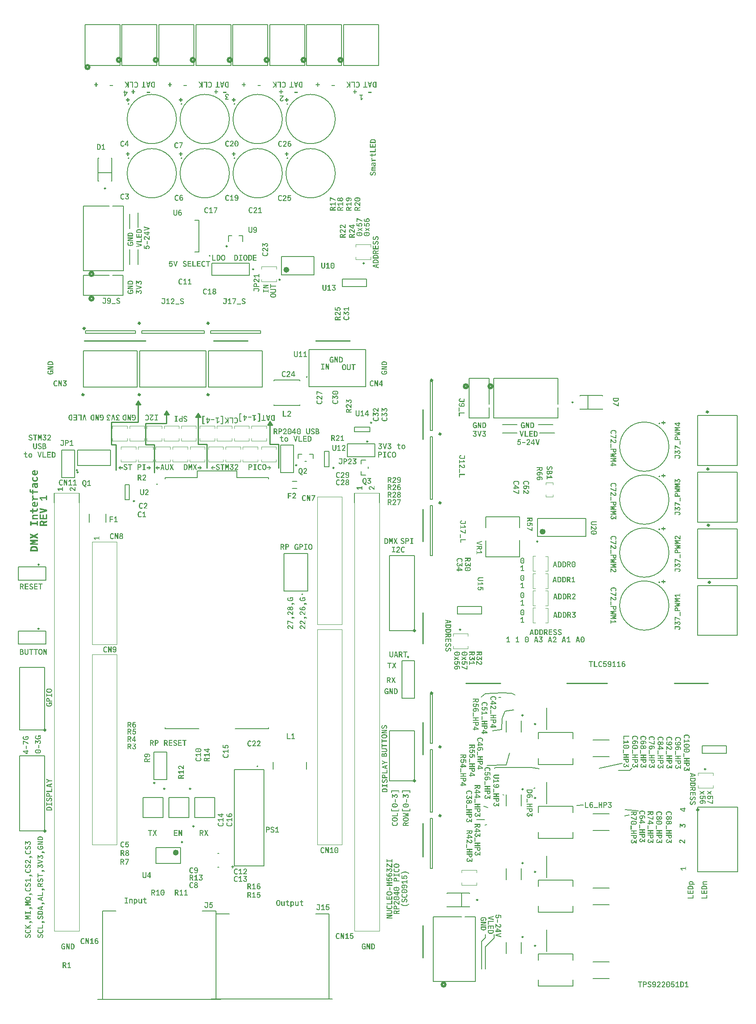
<source format=gto>
G04*
G04 #@! TF.GenerationSoftware,Altium Limited,Altium Designer,25.8.1 (18)*
G04*
G04 Layer_Color=65535*
%FSLAX25Y25*%
%MOIN*%
G70*
G04*
G04 #@! TF.SameCoordinates,F384F0F7-549D-428C-8488-93E715E2066E*
G04*
G04*
G04 #@! TF.FilePolarity,Positive*
G04*
G01*
G75*
%ADD10C,0.00787*%
%ADD11C,0.01500*%
%ADD12C,0.00984*%
%ADD13C,0.02000*%
%ADD14C,0.00500*%
%ADD15C,0.02362*%
%ADD16C,0.00394*%
%ADD17C,0.00472*%
%ADD18C,0.01000*%
%ADD19C,0.00600*%
%ADD20C,0.00800*%
G36*
X301429Y125389D02*
X300776D01*
Y126304D01*
X297494D01*
Y125484D01*
X296824D01*
Y127876D01*
X297494D01*
Y127073D01*
X300776D01*
Y127972D01*
X301429D01*
Y125389D01*
D02*
G37*
G36*
Y121370D02*
X300738D01*
X297552Y123583D01*
Y121503D01*
X296824D01*
Y124498D01*
X297527D01*
X300722Y122314D01*
Y124594D01*
X301429D01*
Y121370D01*
D02*
G37*
G36*
X304863Y124523D02*
X304921D01*
X304996Y124519D01*
X305075Y124511D01*
X305166Y124507D01*
X305262Y124494D01*
X305362Y124482D01*
X305574Y124449D01*
X305790Y124407D01*
X305898Y124378D01*
X306007Y124345D01*
X306011D01*
X306032Y124336D01*
X306061Y124324D01*
X306098Y124311D01*
X306144Y124290D01*
X306198Y124270D01*
X306260Y124241D01*
X306323Y124207D01*
X306394Y124170D01*
X306464Y124128D01*
X306535Y124082D01*
X306610Y124032D01*
X306685Y123974D01*
X306755Y123916D01*
X306822Y123849D01*
X306884Y123779D01*
X306889Y123775D01*
X306897Y123762D01*
X306913Y123741D01*
X306934Y123708D01*
X306959Y123671D01*
X306988Y123625D01*
X307017Y123571D01*
X307047Y123512D01*
X307076Y123446D01*
X307105Y123371D01*
X307134Y123288D01*
X307159Y123205D01*
X307180Y123109D01*
X307196Y123013D01*
X307205Y122909D01*
X307209Y122801D01*
Y122776D01*
X307205Y122743D01*
Y122705D01*
X307201Y122655D01*
X307192Y122597D01*
X307184Y122531D01*
X307167Y122460D01*
X307151Y122385D01*
X307130Y122310D01*
X307105Y122227D01*
X307072Y122148D01*
X307038Y122065D01*
X306993Y121986D01*
X306947Y121907D01*
X306889Y121832D01*
X306884Y121828D01*
X306872Y121815D01*
X306855Y121794D01*
X306830Y121769D01*
X306797Y121736D01*
X306755Y121699D01*
X306710Y121661D01*
X306656Y121616D01*
X306597Y121570D01*
X306531Y121524D01*
X306460Y121474D01*
X306381Y121428D01*
X306298Y121382D01*
X306206Y121341D01*
X306111Y121299D01*
X306011Y121262D01*
X306002D01*
X305986Y121254D01*
X305953Y121245D01*
X305911Y121233D01*
X305861Y121220D01*
X305799Y121204D01*
X305724Y121187D01*
X305645Y121170D01*
X305553Y121154D01*
X305457Y121137D01*
X305353Y121121D01*
X305241Y121108D01*
X305125Y121096D01*
X305004Y121087D01*
X304875Y121083D01*
X304746Y121079D01*
X304738D01*
X304717D01*
X304680D01*
X304630Y121083D01*
X304572Y121087D01*
X304505Y121091D01*
X304426Y121096D01*
X304339Y121104D01*
X304251Y121116D01*
X304155Y121129D01*
X303952Y121166D01*
X303852Y121187D01*
X303748Y121216D01*
X303648Y121245D01*
X303548Y121283D01*
X303544Y121287D01*
X303527Y121291D01*
X303498Y121303D01*
X303465Y121320D01*
X303419Y121341D01*
X303369Y121370D01*
X303315Y121399D01*
X303253Y121437D01*
X303190Y121474D01*
X303124Y121520D01*
X303057Y121570D01*
X302991Y121624D01*
X302924Y121682D01*
X302862Y121745D01*
X302803Y121811D01*
X302745Y121882D01*
X302741Y121886D01*
X302733Y121898D01*
X302720Y121923D01*
X302699Y121952D01*
X302679Y121990D01*
X302654Y122031D01*
X302629Y122086D01*
X302600Y122144D01*
X302575Y122206D01*
X302550Y122277D01*
X302525Y122352D01*
X302504Y122435D01*
X302483Y122518D01*
X302471Y122610D01*
X302462Y122705D01*
X302458Y122801D01*
Y122855D01*
X302462Y122893D01*
X302467Y122938D01*
X302475Y122993D01*
X302483Y123051D01*
X302491Y123117D01*
X302508Y123188D01*
X302529Y123263D01*
X302550Y123338D01*
X302579Y123417D01*
X302608Y123496D01*
X302649Y123575D01*
X302691Y123650D01*
X302741Y123725D01*
X302745Y123729D01*
X302753Y123741D01*
X302770Y123762D01*
X302795Y123787D01*
X302824Y123820D01*
X302857Y123858D01*
X302899Y123899D01*
X302945Y123945D01*
X302999Y123995D01*
X303061Y124041D01*
X303124Y124091D01*
X303199Y124141D01*
X303274Y124191D01*
X303357Y124236D01*
X303444Y124278D01*
X303540Y124320D01*
X303544Y124324D01*
X303565Y124328D01*
X303590Y124340D01*
X303631Y124353D01*
X303681Y124369D01*
X303739Y124386D01*
X303806Y124403D01*
X303885Y124424D01*
X303968Y124444D01*
X304060Y124461D01*
X304160Y124478D01*
X304264Y124494D01*
X304376Y124507D01*
X304492Y124519D01*
X304617Y124523D01*
X304742Y124528D01*
X304750D01*
X304775D01*
X304813D01*
X304863Y124523D01*
D02*
G37*
G36*
X300185Y120779D02*
X300223Y120775D01*
X300264Y120771D01*
X300314Y120763D01*
X300368Y120754D01*
X300485Y120729D01*
X300614Y120688D01*
X300676Y120663D01*
X300738Y120630D01*
X300801Y120596D01*
X300863Y120555D01*
X300867Y120551D01*
X300876Y120542D01*
X300892Y120530D01*
X300913Y120513D01*
X300942Y120492D01*
X300971Y120463D01*
X301005Y120430D01*
X301038Y120397D01*
X301075Y120355D01*
X301117Y120309D01*
X301192Y120209D01*
X301267Y120093D01*
X301333Y119964D01*
Y119960D01*
X301342Y119947D01*
X301346Y119927D01*
X301358Y119902D01*
X301371Y119868D01*
X301383Y119831D01*
X301396Y119785D01*
X301412Y119735D01*
X301429Y119681D01*
X301442Y119627D01*
X301466Y119498D01*
X301483Y119361D01*
X301491Y119219D01*
Y119182D01*
X301487Y119153D01*
Y119120D01*
X301483Y119078D01*
X301479Y119032D01*
X301475Y118982D01*
X301454Y118870D01*
X301429Y118749D01*
X301396Y118620D01*
X301346Y118491D01*
Y118487D01*
X301338Y118475D01*
X301329Y118458D01*
X301317Y118437D01*
X301300Y118408D01*
X301283Y118375D01*
X301234Y118296D01*
X301167Y118209D01*
X301088Y118117D01*
X300992Y118025D01*
X300884Y117938D01*
X300880Y117934D01*
X300867Y117930D01*
X300851Y117917D01*
X300826Y117905D01*
X300797Y117888D01*
X300759Y117871D01*
X300713Y117851D01*
X300663Y117834D01*
X300605Y117813D01*
X300543Y117792D01*
X300472Y117776D01*
X300401Y117759D01*
X300318Y117747D01*
X300235Y117734D01*
X300144Y117730D01*
X300048Y117726D01*
Y118491D01*
X300052D01*
X300060D01*
X300077D01*
X300098D01*
X300123Y118496D01*
X300152D01*
X300218Y118504D01*
X300297Y118516D01*
X300372Y118537D01*
X300451Y118562D01*
X300518Y118599D01*
X300526Y118604D01*
X300547Y118620D01*
X300576Y118641D01*
X300614Y118674D01*
X300651Y118716D01*
X300697Y118762D01*
X300734Y118816D01*
X300772Y118874D01*
X300776Y118882D01*
X300784Y118903D01*
X300797Y118937D01*
X300813Y118982D01*
X300830Y119036D01*
X300842Y119095D01*
X300851Y119157D01*
X300855Y119223D01*
Y119257D01*
X300851Y119294D01*
X300842Y119344D01*
X300834Y119402D01*
X300817Y119469D01*
X300797Y119536D01*
X300767Y119602D01*
Y119606D01*
X300763Y119610D01*
X300751Y119631D01*
X300730Y119665D01*
X300701Y119706D01*
X300668Y119752D01*
X300622Y119802D01*
X300572Y119848D01*
X300514Y119893D01*
X300505Y119897D01*
X300485Y119910D01*
X300447Y119931D01*
X300397Y119951D01*
X300339Y119968D01*
X300272Y119989D01*
X300194Y120001D01*
X300110Y120006D01*
X300106D01*
X300098D01*
X300081D01*
X300060Y120001D01*
X300035D01*
X300006Y119997D01*
X299936Y119985D01*
X299852Y119968D01*
X299769Y119939D01*
X299682Y119902D01*
X299594Y119852D01*
X299590D01*
X299586Y119843D01*
X299574Y119835D01*
X299557Y119823D01*
X299515Y119789D01*
X299465Y119739D01*
X299411Y119673D01*
X299353Y119594D01*
X299295Y119502D01*
X299245Y119398D01*
Y119394D01*
X299241Y119386D01*
X299233Y119369D01*
X299224Y119344D01*
X299216Y119315D01*
X299203Y119282D01*
X299195Y119240D01*
X299183Y119190D01*
X299170Y119140D01*
X299158Y119082D01*
X299149Y119020D01*
X299141Y118949D01*
X299133Y118878D01*
X299124Y118799D01*
X299120Y118720D01*
Y118633D01*
X298534D01*
X297473Y119868D01*
Y117867D01*
X296824D01*
Y120717D01*
X297560D01*
X298629Y119540D01*
Y119544D01*
X298634Y119556D01*
X298638Y119577D01*
X298642Y119606D01*
X298650Y119640D01*
X298658Y119677D01*
X298671Y119723D01*
X298688Y119769D01*
X298721Y119877D01*
X298771Y119989D01*
X298833Y120105D01*
X298908Y120218D01*
X298912Y120222D01*
X298916Y120230D01*
X298929Y120247D01*
X298945Y120264D01*
X298966Y120289D01*
X298991Y120318D01*
X299054Y120380D01*
X299133Y120451D01*
X299224Y120521D01*
X299328Y120588D01*
X299441Y120646D01*
X299445D01*
X299453Y120650D01*
X299470Y120659D01*
X299495Y120667D01*
X299524Y120679D01*
X299557Y120688D01*
X299599Y120700D01*
X299640Y120717D01*
X299690Y120729D01*
X299740Y120742D01*
X299856Y120763D01*
X299977Y120779D01*
X300110Y120783D01*
X300114D01*
X300131D01*
X300152D01*
X300185Y120779D01*
D02*
G37*
G36*
X303569Y120230D02*
X303565Y120226D01*
X303556Y120218D01*
X303548Y120205D01*
X303531Y120189D01*
X303490Y120143D01*
X303440Y120080D01*
X303390Y120014D01*
X303340Y119939D01*
X303294Y119860D01*
X303261Y119781D01*
Y119777D01*
X303257Y119773D01*
X303253Y119760D01*
X303249Y119744D01*
X303240Y119702D01*
X303224Y119648D01*
X303211Y119577D01*
X303203Y119498D01*
X303194Y119411D01*
X303190Y119315D01*
Y119294D01*
X303194Y119265D01*
X303199Y119232D01*
X303203Y119190D01*
X303211Y119140D01*
X303228Y119086D01*
X303244Y119028D01*
X303265Y118970D01*
X303294Y118907D01*
X303332Y118845D01*
X303373Y118782D01*
X303423Y118720D01*
X303482Y118666D01*
X303548Y118612D01*
X303623Y118566D01*
X303627Y118562D01*
X303644Y118558D01*
X303669Y118545D01*
X303702Y118529D01*
X303748Y118512D01*
X303802Y118496D01*
X303868Y118475D01*
X303939Y118454D01*
X304027Y118429D01*
X304118Y118408D01*
X304222Y118392D01*
X304330Y118375D01*
X304455Y118358D01*
X304584Y118346D01*
X304721Y118342D01*
X304871Y118337D01*
X304875D01*
X304879D01*
X304892D01*
X304908D01*
X304950D01*
X305004Y118342D01*
X305071Y118346D01*
X305150Y118350D01*
X305237Y118354D01*
X305329Y118367D01*
X305424Y118375D01*
X305524Y118392D01*
X305728Y118429D01*
X305828Y118454D01*
X305924Y118483D01*
X306011Y118516D01*
X306094Y118554D01*
X306098Y118558D01*
X306111Y118566D01*
X306131Y118579D01*
X306156Y118595D01*
X306190Y118620D01*
X306223Y118649D01*
X306260Y118687D01*
X306298Y118728D01*
X306339Y118774D01*
X306377Y118828D01*
X306410Y118891D01*
X306439Y118957D01*
X306468Y119028D01*
X306489Y119111D01*
X306502Y119194D01*
X306506Y119290D01*
Y119336D01*
X306502Y119361D01*
Y119386D01*
X306493Y119452D01*
X306485Y119527D01*
X306468Y119610D01*
X306448Y119698D01*
X306418Y119781D01*
Y119785D01*
X306414Y119789D01*
X306410Y119802D01*
X306402Y119818D01*
X306377Y119864D01*
X306344Y119918D01*
X306302Y119985D01*
X306248Y120064D01*
X306181Y120143D01*
X306102Y120226D01*
X306527Y120663D01*
X306531Y120659D01*
X306543Y120650D01*
X306560Y120634D01*
X306589Y120617D01*
X306618Y120588D01*
X306651Y120559D01*
X306693Y120526D01*
X306735Y120484D01*
X306822Y120393D01*
X306909Y120289D01*
X306997Y120172D01*
X307034Y120110D01*
X307067Y120043D01*
Y120039D01*
X307076Y120026D01*
X307084Y120010D01*
X307092Y119981D01*
X307105Y119947D01*
X307121Y119910D01*
X307134Y119864D01*
X307151Y119810D01*
X307167Y119756D01*
X307180Y119694D01*
X307196Y119627D01*
X307209Y119556D01*
X307225Y119406D01*
X307234Y119240D01*
Y119203D01*
X307230Y119157D01*
X307225Y119099D01*
X307213Y119028D01*
X307201Y118945D01*
X307180Y118857D01*
X307155Y118758D01*
X307121Y118654D01*
X307084Y118550D01*
X307034Y118441D01*
X306972Y118333D01*
X306901Y118229D01*
X306818Y118129D01*
X306722Y118038D01*
X306614Y117950D01*
X306606Y117946D01*
X306585Y117934D01*
X306547Y117913D01*
X306498Y117884D01*
X306435Y117851D01*
X306360Y117813D01*
X306269Y117776D01*
X306165Y117738D01*
X306048Y117697D01*
X305915Y117659D01*
X305774Y117622D01*
X305620Y117589D01*
X305449Y117564D01*
X305270Y117539D01*
X305079Y117526D01*
X304875Y117522D01*
X304871D01*
X304867D01*
X304842D01*
X304804D01*
X304750Y117526D01*
X304684D01*
X304609Y117534D01*
X304526Y117539D01*
X304434Y117547D01*
X304334Y117555D01*
X304230Y117572D01*
X304018Y117605D01*
X303798Y117655D01*
X303694Y117684D01*
X303590Y117718D01*
X303581Y117722D01*
X303565Y117726D01*
X303540Y117738D01*
X303502Y117755D01*
X303457Y117776D01*
X303402Y117801D01*
X303344Y117834D01*
X303282Y117867D01*
X303215Y117909D01*
X303149Y117950D01*
X303078Y118000D01*
X303011Y118054D01*
X302941Y118113D01*
X302878Y118175D01*
X302816Y118246D01*
X302758Y118317D01*
X302753Y118321D01*
X302745Y118333D01*
X302729Y118358D01*
X302712Y118387D01*
X302691Y118429D01*
X302666Y118475D01*
X302637Y118529D01*
X302608Y118591D01*
X302583Y118658D01*
X302554Y118737D01*
X302529Y118816D01*
X302508Y118903D01*
X302491Y118995D01*
X302475Y119095D01*
X302467Y119194D01*
X302462Y119302D01*
Y119344D01*
X302467Y119373D01*
Y119411D01*
X302471Y119457D01*
X302475Y119502D01*
X302483Y119561D01*
X302491Y119619D01*
X302500Y119681D01*
X302529Y119810D01*
X302571Y119951D01*
X302625Y120089D01*
Y120093D01*
X302633Y120105D01*
X302641Y120126D01*
X302654Y120151D01*
X302675Y120180D01*
X302695Y120218D01*
X302720Y120259D01*
X302749Y120301D01*
X302787Y120347D01*
X302824Y120397D01*
X302866Y120447D01*
X302916Y120496D01*
X302970Y120546D01*
X303028Y120596D01*
X303091Y120642D01*
X303157Y120688D01*
X303569Y120230D01*
D02*
G37*
G36*
X311849Y118184D02*
X311899D01*
X311957Y118179D01*
X312024Y118175D01*
X312094Y118167D01*
X312173Y118158D01*
X312261Y118146D01*
X312348Y118134D01*
X312444Y118117D01*
X312635Y118075D01*
X312835Y118017D01*
X312839D01*
X312860Y118009D01*
X312885Y118000D01*
X312926Y117988D01*
X312972Y117967D01*
X313026Y117946D01*
X313089Y117926D01*
X313159Y117896D01*
X313234Y117863D01*
X313313Y117830D01*
X313484Y117751D01*
X313667Y117664D01*
X313850Y117560D01*
X313854Y117555D01*
X313871Y117547D01*
X313900Y117530D01*
X313937Y117510D01*
X313983Y117481D01*
X314037Y117443D01*
X314100Y117406D01*
X314170Y117360D01*
X314249Y117310D01*
X314337Y117252D01*
X314428Y117193D01*
X314524Y117127D01*
X314628Y117056D01*
X314732Y116981D01*
X314844Y116902D01*
X314961Y116819D01*
Y116170D01*
X314952Y116174D01*
X314936Y116187D01*
X314902Y116203D01*
X314861Y116228D01*
X314807Y116262D01*
X314744Y116299D01*
X314674Y116337D01*
X314599Y116382D01*
X314511Y116428D01*
X314424Y116478D01*
X314328Y116532D01*
X314229Y116586D01*
X314025Y116690D01*
X313817Y116794D01*
X313808Y116798D01*
X313792Y116806D01*
X313763Y116819D01*
X313721Y116840D01*
X313671Y116861D01*
X313609Y116886D01*
X313542Y116915D01*
X313467Y116948D01*
X313384Y116981D01*
X313297Y117015D01*
X313205Y117048D01*
X313109Y117085D01*
X312906Y117152D01*
X312698Y117214D01*
X312689D01*
X312673Y117223D01*
X312644Y117231D01*
X312602Y117239D01*
X312552Y117252D01*
X312494Y117264D01*
X312427Y117277D01*
X312356Y117293D01*
X312277Y117310D01*
X312194Y117322D01*
X312019Y117347D01*
X311837Y117364D01*
X311653Y117372D01*
X311649D01*
X311645D01*
X311633D01*
X311616D01*
X311595D01*
X311570D01*
X311512Y117368D01*
X311437Y117364D01*
X311346Y117356D01*
X311246Y117347D01*
X311133Y117335D01*
X311009Y117318D01*
X310880Y117297D01*
X310738Y117272D01*
X310593Y117239D01*
X310439Y117206D01*
X310281Y117164D01*
X310123Y117114D01*
X309960Y117060D01*
X309956D01*
X309952Y117056D01*
X309940Y117052D01*
X309923Y117048D01*
X309898Y117040D01*
X309873Y117027D01*
X309844Y117015D01*
X309811Y117002D01*
X309727Y116969D01*
X309636Y116931D01*
X309528Y116886D01*
X309407Y116832D01*
X309278Y116773D01*
X309137Y116707D01*
X308987Y116632D01*
X308829Y116553D01*
X308667Y116465D01*
X308500Y116374D01*
X308330Y116274D01*
X308155Y116170D01*
Y116811D01*
X308159D01*
X308163Y116819D01*
X308176Y116827D01*
X308192Y116840D01*
X308213Y116857D01*
X308238Y116873D01*
X308300Y116919D01*
X308380Y116973D01*
X308471Y117035D01*
X308579Y117106D01*
X308696Y117181D01*
X308825Y117260D01*
X308962Y117343D01*
X309112Y117426D01*
X309266Y117510D01*
X309428Y117593D01*
X309594Y117676D01*
X309769Y117751D01*
X309944Y117822D01*
X309948D01*
X309956Y117826D01*
X309969Y117830D01*
X309985Y117838D01*
X310010Y117847D01*
X310035Y117855D01*
X310068Y117867D01*
X310106Y117880D01*
X310189Y117905D01*
X310289Y117938D01*
X310401Y117971D01*
X310522Y118005D01*
X310659Y118038D01*
X310801Y118071D01*
X310950Y118105D01*
X311104Y118129D01*
X311267Y118154D01*
X311429Y118171D01*
X311591Y118184D01*
X311753Y118188D01*
X311757D01*
X311778D01*
X311807D01*
X311849Y118184D01*
D02*
G37*
G36*
X307126Y114082D02*
X306473D01*
Y114997D01*
X303190D01*
Y114177D01*
X302521D01*
Y116569D01*
X303190D01*
Y115767D01*
X306473D01*
Y116665D01*
X307126D01*
Y114082D01*
D02*
G37*
G36*
X300040Y117052D02*
X300077D01*
X300123Y117048D01*
X300173Y117040D01*
X300231Y117035D01*
X300352Y117010D01*
X300485Y116977D01*
X300622Y116936D01*
X300693Y116906D01*
X300759Y116873D01*
X300763D01*
X300776Y116865D01*
X300793Y116852D01*
X300817Y116840D01*
X300847Y116819D01*
X300880Y116798D01*
X300959Y116740D01*
X301046Y116665D01*
X301138Y116578D01*
X301225Y116474D01*
X301304Y116357D01*
Y116353D01*
X301312Y116341D01*
X301321Y116324D01*
X301333Y116299D01*
X301350Y116266D01*
X301367Y116228D01*
X301383Y116187D01*
X301400Y116137D01*
X301421Y116083D01*
X301437Y116024D01*
X301454Y115962D01*
X301471Y115895D01*
X301491Y115750D01*
X301496Y115671D01*
X301500Y115592D01*
Y115554D01*
X301496Y115509D01*
X301491Y115450D01*
X301479Y115380D01*
X301466Y115301D01*
X301446Y115209D01*
X301421Y115113D01*
X301387Y115018D01*
X301346Y114914D01*
X301296Y114814D01*
X301234Y114714D01*
X301159Y114618D01*
X301075Y114527D01*
X300980Y114444D01*
X300867Y114373D01*
X300859Y114369D01*
X300838Y114356D01*
X300801Y114340D01*
X300751Y114319D01*
X300689Y114290D01*
X300614Y114261D01*
X300522Y114227D01*
X300422Y114198D01*
X300306Y114165D01*
X300181Y114132D01*
X300044Y114102D01*
X299894Y114073D01*
X299736Y114053D01*
X299565Y114036D01*
X299386Y114023D01*
X299195Y114019D01*
X299187D01*
X299166D01*
X299133D01*
X299083Y114023D01*
X299025D01*
X298958Y114028D01*
X298883Y114032D01*
X298800Y114040D01*
X298708Y114044D01*
X298613Y114057D01*
X298409Y114082D01*
X298201Y114119D01*
X297993Y114169D01*
X297985D01*
X297968Y114177D01*
X297939Y114186D01*
X297901Y114198D01*
X297855Y114215D01*
X297801Y114236D01*
X297743Y114261D01*
X297677Y114290D01*
X297610Y114323D01*
X297535Y114360D01*
X297464Y114402D01*
X297390Y114448D01*
X297315Y114498D01*
X297244Y114552D01*
X297173Y114610D01*
X297107Y114677D01*
X297103Y114681D01*
X297090Y114693D01*
X297074Y114714D01*
X297053Y114743D01*
X297028Y114777D01*
X296999Y114822D01*
X296965Y114872D01*
X296932Y114930D01*
X296903Y114993D01*
X296870Y115064D01*
X296841Y115143D01*
X296815Y115226D01*
X296795Y115313D01*
X296778Y115409D01*
X296766Y115509D01*
X296761Y115617D01*
Y115679D01*
X296766Y115708D01*
X296770Y115746D01*
X296774Y115787D01*
X296778Y115833D01*
X296795Y115933D01*
X296815Y116041D01*
X296849Y116153D01*
X296895Y116262D01*
Y116266D01*
X296899Y116274D01*
X296907Y116291D01*
X296919Y116312D01*
X296932Y116332D01*
X296949Y116361D01*
X296990Y116432D01*
X297048Y116507D01*
X297115Y116590D01*
X297194Y116669D01*
X297286Y116748D01*
X297697Y116274D01*
X297693Y116270D01*
X297677Y116249D01*
X297652Y116224D01*
X297618Y116187D01*
X297585Y116141D01*
X297552Y116091D01*
X297519Y116037D01*
X297490Y115979D01*
X297485Y115970D01*
X297477Y115950D01*
X297469Y115916D01*
X297452Y115875D01*
X297440Y115821D01*
X297431Y115758D01*
X297423Y115688D01*
X297419Y115613D01*
Y115592D01*
X297423Y115567D01*
X297427Y115534D01*
X297435Y115496D01*
X297444Y115450D01*
X297460Y115401D01*
X297481Y115350D01*
X297506Y115296D01*
X297539Y115238D01*
X297581Y115184D01*
X297627Y115130D01*
X297685Y115080D01*
X297751Y115034D01*
X297826Y114993D01*
X297914Y114955D01*
X297918D01*
X297935Y114947D01*
X297964Y114939D01*
X298001Y114926D01*
X298051Y114914D01*
X298105Y114901D01*
X298172Y114885D01*
X298247Y114868D01*
X298326Y114851D01*
X298417Y114835D01*
X298513Y114818D01*
X298617Y114806D01*
X298725Y114793D01*
X298837Y114781D01*
X298958Y114777D01*
X299078Y114772D01*
X299074Y114777D01*
X299054Y114785D01*
X299016Y114797D01*
X298970Y114818D01*
X298916Y114847D01*
X298858Y114881D01*
X298792Y114922D01*
X298725Y114972D01*
X298663Y115030D01*
X298596Y115097D01*
X298538Y115172D01*
X298484Y115255D01*
X298438Y115350D01*
X298400Y115459D01*
X298380Y115575D01*
X298371Y115633D01*
Y115737D01*
X298376Y115767D01*
X298380Y115800D01*
X298384Y115841D01*
X298388Y115887D01*
X298400Y115937D01*
X298426Y116045D01*
X298463Y116166D01*
X298488Y116224D01*
X298517Y116287D01*
X298554Y116349D01*
X298592Y116407D01*
X298596Y116411D01*
X298600Y116420D01*
X298613Y116436D01*
X298634Y116457D01*
X298654Y116486D01*
X298679Y116515D01*
X298712Y116549D01*
X298746Y116586D01*
X298787Y116623D01*
X298833Y116661D01*
X298933Y116740D01*
X299049Y116819D01*
X299178Y116886D01*
X299183D01*
X299195Y116894D01*
X299216Y116902D01*
X299241Y116911D01*
X299274Y116927D01*
X299316Y116940D01*
X299361Y116956D01*
X299411Y116973D01*
X299470Y116985D01*
X299528Y117002D01*
X299661Y117031D01*
X299811Y117048D01*
X299965Y117056D01*
X299969D01*
X299986D01*
X300006D01*
X300040Y117052D01*
D02*
G37*
G36*
X311986Y115005D02*
X312028D01*
X312074Y115001D01*
X312128Y114993D01*
X312186Y114985D01*
X312248Y114976D01*
X312315Y114964D01*
X312456Y114930D01*
X312602Y114881D01*
X312673Y114851D01*
X312743Y114818D01*
X312748D01*
X312760Y114810D01*
X312777Y114797D01*
X312802Y114785D01*
X312835Y114764D01*
X312868Y114743D01*
X312951Y114681D01*
X313043Y114606D01*
X313139Y114519D01*
X313230Y114415D01*
X313313Y114294D01*
X313317Y114290D01*
X313322Y114277D01*
X313330Y114261D01*
X313347Y114236D01*
X313359Y114202D01*
X313376Y114165D01*
X313397Y114119D01*
X313413Y114073D01*
X313434Y114015D01*
X313451Y113957D01*
X313471Y113895D01*
X313484Y113828D01*
X313509Y113682D01*
X313513Y113603D01*
X313517Y113524D01*
Y113487D01*
X313513Y113458D01*
Y113420D01*
X313509Y113379D01*
X313505Y113333D01*
X313500Y113283D01*
X313484Y113171D01*
X313459Y113050D01*
X313430Y112921D01*
X313384Y112796D01*
Y112792D01*
X313376Y112784D01*
X313371Y112767D01*
X313359Y112742D01*
X313342Y112713D01*
X313326Y112684D01*
X313280Y112609D01*
X313222Y112526D01*
X313151Y112439D01*
X313068Y112351D01*
X312968Y112272D01*
X312964D01*
X312955Y112264D01*
X312939Y112256D01*
X312918Y112243D01*
X312889Y112226D01*
X312852Y112210D01*
X312814Y112193D01*
X312768Y112177D01*
X312714Y112156D01*
X312656Y112139D01*
X312594Y112122D01*
X312527Y112106D01*
X312456Y112093D01*
X312377Y112085D01*
X312294Y112081D01*
X312207Y112077D01*
Y112825D01*
X312211D01*
X312223D01*
X312240Y112830D01*
X312265D01*
X312294Y112834D01*
X312327Y112838D01*
X312402Y112855D01*
X312490Y112880D01*
X312573Y112913D01*
X312648Y112959D01*
X312685Y112988D01*
X312714Y113021D01*
Y113025D01*
X312718Y113029D01*
X312735Y113054D01*
X312760Y113096D01*
X312785Y113150D01*
X312814Y113216D01*
X312835Y113295D01*
X312852Y113387D01*
X312860Y113487D01*
Y113524D01*
X312852Y113570D01*
X312843Y113624D01*
X312831Y113682D01*
X312810Y113749D01*
X312781Y113815D01*
X312739Y113882D01*
X312735Y113890D01*
X312718Y113911D01*
X312689Y113940D01*
X312652Y113978D01*
X312602Y114019D01*
X312544Y114061D01*
X312477Y114102D01*
X312398Y114140D01*
X312394D01*
X312390Y114144D01*
X312377Y114148D01*
X312361Y114157D01*
X312340Y114161D01*
X312315Y114169D01*
X312252Y114190D01*
X312178Y114207D01*
X312094Y114219D01*
X311999Y114232D01*
X311895Y114236D01*
X311891D01*
X311882D01*
X311870D01*
X311853D01*
X311828Y114232D01*
X311803D01*
X311741Y114227D01*
X311670Y114215D01*
X311591Y114202D01*
X311512Y114182D01*
X311433Y114153D01*
X311429D01*
X311425Y114148D01*
X311400Y114136D01*
X311362Y114119D01*
X311316Y114090D01*
X311262Y114057D01*
X311208Y114015D01*
X311158Y113965D01*
X311113Y113911D01*
X311108Y113903D01*
X311096Y113882D01*
X311075Y113853D01*
X311054Y113807D01*
X311038Y113753D01*
X311017Y113691D01*
X311004Y113620D01*
X311000Y113541D01*
Y113516D01*
X311004Y113499D01*
X311009Y113454D01*
X311017Y113400D01*
X311038Y113333D01*
X311063Y113262D01*
X311096Y113187D01*
X311146Y113117D01*
X311154Y113108D01*
X311175Y113087D01*
X311208Y113054D01*
X311254Y113017D01*
X311316Y112975D01*
X311396Y112934D01*
X311487Y112896D01*
X311591Y112863D01*
Y112122D01*
X308854Y112451D01*
Y114864D01*
X309524D01*
Y113117D01*
X310767Y112926D01*
X310763Y112929D01*
X310738Y112938D01*
X310701Y112959D01*
X310655Y112984D01*
X310601Y113021D01*
X310547Y113071D01*
X310497Y113133D01*
X310447Y113204D01*
Y113208D01*
X310443Y113212D01*
X310435Y113225D01*
X310426Y113241D01*
X310410Y113287D01*
X310385Y113345D01*
X310364Y113416D01*
X310343Y113495D01*
X310331Y113587D01*
X310326Y113682D01*
Y113724D01*
X310331Y113753D01*
X310335Y113786D01*
X310339Y113828D01*
X310343Y113874D01*
X310351Y113928D01*
X310376Y114036D01*
X310414Y114157D01*
X310439Y114219D01*
X310468Y114277D01*
X310501Y114336D01*
X310539Y114394D01*
X310543Y114398D01*
X310547Y114406D01*
X310559Y114423D01*
X310576Y114444D01*
X310597Y114469D01*
X310622Y114498D01*
X310655Y114531D01*
X310688Y114564D01*
X310726Y114602D01*
X310767Y114639D01*
X310867Y114714D01*
X310980Y114789D01*
X311108Y114851D01*
X311113D01*
X311125Y114860D01*
X311146Y114868D01*
X311171Y114876D01*
X311204Y114889D01*
X311246Y114901D01*
X311292Y114914D01*
X311341Y114930D01*
X311400Y114947D01*
X311462Y114960D01*
X311525Y114972D01*
X311595Y114985D01*
X311745Y115001D01*
X311907Y115009D01*
X311911D01*
X311928D01*
X311953D01*
X311986Y115005D01*
D02*
G37*
G36*
X299956Y113295D02*
X299998D01*
X300044Y113291D01*
X300098Y113283D01*
X300156Y113275D01*
X300218Y113266D01*
X300285Y113254D01*
X300426Y113221D01*
X300572Y113171D01*
X300643Y113142D01*
X300713Y113108D01*
X300718D01*
X300730Y113100D01*
X300747Y113087D01*
X300772Y113075D01*
X300805Y113054D01*
X300838Y113033D01*
X300922Y112971D01*
X301013Y112896D01*
X301109Y112809D01*
X301200Y112705D01*
X301283Y112584D01*
X301288Y112580D01*
X301292Y112567D01*
X301300Y112551D01*
X301317Y112526D01*
X301329Y112493D01*
X301346Y112455D01*
X301367Y112409D01*
X301383Y112364D01*
X301404Y112305D01*
X301421Y112247D01*
X301442Y112185D01*
X301454Y112118D01*
X301479Y111973D01*
X301483Y111894D01*
X301487Y111815D01*
Y111777D01*
X301483Y111748D01*
Y111711D01*
X301479Y111669D01*
X301475Y111623D01*
X301471Y111573D01*
X301454Y111461D01*
X301429Y111340D01*
X301400Y111211D01*
X301354Y111087D01*
Y111082D01*
X301346Y111074D01*
X301342Y111057D01*
X301329Y111032D01*
X301312Y111003D01*
X301296Y110974D01*
X301250Y110899D01*
X301192Y110816D01*
X301121Y110729D01*
X301038Y110641D01*
X300938Y110562D01*
X300934D01*
X300926Y110554D01*
X300909Y110546D01*
X300888Y110533D01*
X300859Y110517D01*
X300822Y110500D01*
X300784Y110483D01*
X300738Y110467D01*
X300684Y110446D01*
X300626Y110429D01*
X300564Y110413D01*
X300497Y110396D01*
X300426Y110383D01*
X300347Y110375D01*
X300264Y110371D01*
X300177Y110367D01*
Y111116D01*
X300181D01*
X300194D01*
X300210Y111120D01*
X300235D01*
X300264Y111124D01*
X300297Y111128D01*
X300372Y111145D01*
X300460Y111170D01*
X300543Y111203D01*
X300618Y111249D01*
X300655Y111278D01*
X300684Y111311D01*
Y111315D01*
X300689Y111319D01*
X300705Y111345D01*
X300730Y111386D01*
X300755Y111440D01*
X300784Y111507D01*
X300805Y111586D01*
X300822Y111677D01*
X300830Y111777D01*
Y111815D01*
X300822Y111860D01*
X300813Y111914D01*
X300801Y111973D01*
X300780Y112039D01*
X300751Y112106D01*
X300709Y112172D01*
X300705Y112181D01*
X300689Y112201D01*
X300659Y112231D01*
X300622Y112268D01*
X300572Y112310D01*
X300514Y112351D01*
X300447Y112393D01*
X300368Y112430D01*
X300364D01*
X300360Y112434D01*
X300347Y112439D01*
X300331Y112447D01*
X300310Y112451D01*
X300285Y112459D01*
X300223Y112480D01*
X300148Y112497D01*
X300064Y112509D01*
X299969Y112522D01*
X299865Y112526D01*
X299861D01*
X299852D01*
X299840D01*
X299823D01*
X299798Y112522D01*
X299773D01*
X299711Y112518D01*
X299640Y112505D01*
X299561Y112493D01*
X299482Y112472D01*
X299403Y112443D01*
X299399D01*
X299395Y112439D01*
X299370Y112426D01*
X299332Y112409D01*
X299287Y112380D01*
X299233Y112347D01*
X299178Y112305D01*
X299129Y112256D01*
X299083Y112201D01*
X299079Y112193D01*
X299066Y112172D01*
X299045Y112143D01*
X299025Y112097D01*
X299008Y112043D01*
X298987Y111981D01*
X298975Y111910D01*
X298970Y111831D01*
Y111806D01*
X298975Y111790D01*
X298979Y111744D01*
X298987Y111690D01*
X299008Y111623D01*
X299033Y111553D01*
X299066Y111478D01*
X299116Y111407D01*
X299124Y111399D01*
X299145Y111378D01*
X299178Y111345D01*
X299224Y111307D01*
X299287Y111265D01*
X299366Y111224D01*
X299457Y111186D01*
X299561Y111153D01*
Y110413D01*
X296824Y110741D01*
Y113154D01*
X297494D01*
Y111407D01*
X298737Y111216D01*
X298733Y111220D01*
X298708Y111228D01*
X298671Y111249D01*
X298625Y111274D01*
X298571Y111311D01*
X298517Y111361D01*
X298467Y111424D01*
X298417Y111494D01*
Y111498D01*
X298413Y111503D01*
X298405Y111515D01*
X298396Y111532D01*
X298380Y111577D01*
X298355Y111636D01*
X298334Y111706D01*
X298313Y111785D01*
X298301Y111877D01*
X298296Y111973D01*
Y112014D01*
X298301Y112043D01*
X298305Y112077D01*
X298309Y112118D01*
X298313Y112164D01*
X298322Y112218D01*
X298346Y112326D01*
X298384Y112447D01*
X298409Y112509D01*
X298438Y112567D01*
X298471Y112626D01*
X298509Y112684D01*
X298513Y112688D01*
X298517Y112697D01*
X298530Y112713D01*
X298546Y112734D01*
X298567Y112759D01*
X298592Y112788D01*
X298625Y112821D01*
X298658Y112855D01*
X298696Y112892D01*
X298738Y112929D01*
X298837Y113004D01*
X298950Y113079D01*
X299079Y113142D01*
X299083D01*
X299095Y113150D01*
X299116Y113158D01*
X299141Y113167D01*
X299174Y113179D01*
X299216Y113191D01*
X299262Y113204D01*
X299311Y113221D01*
X299370Y113237D01*
X299432Y113250D01*
X299495Y113262D01*
X299565Y113275D01*
X299715Y113291D01*
X299877Y113300D01*
X299882D01*
X299898D01*
X299923D01*
X299956Y113295D01*
D02*
G37*
G36*
X303964Y113246D02*
X304006Y113241D01*
X304056Y113237D01*
X304110Y113233D01*
X304168Y113221D01*
X304297Y113196D01*
X304434Y113158D01*
X304501Y113133D01*
X304567Y113104D01*
X304630Y113067D01*
X304692Y113029D01*
X304696Y113025D01*
X304705Y113021D01*
X304721Y113008D01*
X304742Y112992D01*
X304767Y112967D01*
X304796Y112942D01*
X304829Y112913D01*
X304863Y112875D01*
X304900Y112838D01*
X304933Y112792D01*
X305008Y112697D01*
X305075Y112584D01*
X305133Y112455D01*
Y112451D01*
X305137Y112439D01*
X305146Y112422D01*
X305154Y112393D01*
X305162Y112359D01*
X305175Y112322D01*
X305187Y112276D01*
X305195Y112226D01*
X305208Y112168D01*
X305220Y112110D01*
X305233Y112043D01*
X305241Y111973D01*
X305258Y111827D01*
X305262Y111669D01*
Y110978D01*
X307126D01*
Y110209D01*
X302521D01*
Y111686D01*
X302525Y111715D01*
Y111748D01*
X302529Y111794D01*
X302533Y111839D01*
X302541Y111894D01*
X302550Y111952D01*
X302562Y112018D01*
X302591Y112152D01*
X302633Y112297D01*
X302691Y112447D01*
X302724Y112522D01*
X302762Y112597D01*
X302803Y112671D01*
X302853Y112742D01*
X302903Y112813D01*
X302961Y112880D01*
X303024Y112942D01*
X303095Y113000D01*
X303169Y113054D01*
X303249Y113100D01*
X303336Y113146D01*
X303432Y113179D01*
X303531Y113208D01*
X303640Y113233D01*
X303756Y113246D01*
X303881Y113250D01*
X303885D01*
X303902D01*
X303931D01*
X303964Y113246D01*
D02*
G37*
G36*
X313459Y108466D02*
X312806D01*
Y109547D01*
X309869D01*
X309877Y109539D01*
X309890Y109531D01*
X309906Y109518D01*
X309931Y109497D01*
X309956Y109477D01*
X310019Y109423D01*
X310089Y109356D01*
X310168Y109269D01*
X310251Y109169D01*
X310335Y109056D01*
X310339Y109052D01*
X310343Y109044D01*
X310355Y109023D01*
X310372Y109002D01*
X310389Y108973D01*
X310410Y108936D01*
X310430Y108894D01*
X310455Y108853D01*
X310480Y108803D01*
X310505Y108749D01*
X310559Y108632D01*
X310605Y108507D01*
X310643Y108374D01*
X309940D01*
Y108378D01*
X309931Y108391D01*
X309923Y108407D01*
X309910Y108432D01*
X309898Y108466D01*
X309877Y108503D01*
X309856Y108545D01*
X309831Y108591D01*
X309769Y108695D01*
X309690Y108811D01*
X309598Y108932D01*
X309490Y109056D01*
X309486Y109061D01*
X309478Y109073D01*
X309461Y109090D01*
X309436Y109115D01*
X309407Y109144D01*
X309374Y109177D01*
X309336Y109215D01*
X309295Y109256D01*
X309199Y109348D01*
X309091Y109448D01*
X308974Y109547D01*
X308854Y109647D01*
Y110271D01*
X312806D01*
Y111265D01*
X313459D01*
Y108466D01*
D02*
G37*
G36*
X301429Y108720D02*
X299374D01*
Y107497D01*
X301429D01*
Y106719D01*
X296824D01*
Y107497D01*
X298667D01*
Y108720D01*
X296824D01*
Y109502D01*
X301429D01*
Y108720D01*
D02*
G37*
G36*
X311034Y107646D02*
X311071D01*
X311117D01*
X311163Y107642D01*
X311212Y107638D01*
X311329Y107634D01*
X311458Y107621D01*
X311595Y107605D01*
X311741Y107588D01*
X311895Y107563D01*
X312049Y107534D01*
X312207Y107501D01*
X312365Y107459D01*
X312515Y107413D01*
X312664Y107359D01*
X312802Y107297D01*
X312810Y107293D01*
X312831Y107280D01*
X312868Y107259D01*
X312914Y107226D01*
X312964Y107189D01*
X313026Y107139D01*
X313089Y107076D01*
X313155Y107006D01*
X313222Y106927D01*
X313284Y106831D01*
X313347Y106727D01*
X313397Y106615D01*
X313442Y106486D01*
X313480Y106344D01*
X313500Y106190D01*
X313509Y106024D01*
Y105970D01*
X313505Y105932D01*
X313500Y105887D01*
X313496Y105833D01*
X313488Y105770D01*
X313480Y105703D01*
X313467Y105633D01*
X313451Y105562D01*
X313430Y105483D01*
X313405Y105408D01*
X313380Y105329D01*
X313347Y105254D01*
X313309Y105179D01*
X313267Y105109D01*
X313263Y105104D01*
X313255Y105092D01*
X313243Y105075D01*
X313222Y105050D01*
X313197Y105021D01*
X313163Y104988D01*
X313126Y104950D01*
X313085Y104913D01*
X313035Y104871D01*
X312981Y104830D01*
X312918Y104792D01*
X312852Y104755D01*
X312781Y104718D01*
X312702Y104689D01*
X312619Y104659D01*
X312531Y104639D01*
X312290Y105258D01*
X312294D01*
X312302Y105263D01*
X312319Y105271D01*
X312344Y105279D01*
X312369Y105292D01*
X312402Y105308D01*
X312469Y105342D01*
X312548Y105387D01*
X312623Y105437D01*
X312689Y105496D01*
X312723Y105529D01*
X312748Y105562D01*
Y105566D01*
X312752Y105570D01*
X312768Y105595D01*
X312785Y105637D01*
X312810Y105691D01*
X312831Y105758D01*
X312852Y105837D01*
X312868Y105928D01*
X312872Y106032D01*
Y106070D01*
X312868Y106095D01*
X312864Y106124D01*
X312860Y106161D01*
X312839Y106240D01*
X312806Y106332D01*
X312785Y106377D01*
X312760Y106423D01*
X312731Y106469D01*
X312693Y106510D01*
X312652Y106552D01*
X312606Y106590D01*
X312602Y106594D01*
X312594Y106598D01*
X312577Y106606D01*
X312556Y106619D01*
X312531Y106635D01*
X312502Y106652D01*
X312465Y106673D01*
X312423Y106694D01*
X312377Y106714D01*
X312332Y106735D01*
X312219Y106773D01*
X312094Y106810D01*
X311961Y106835D01*
X311957D01*
X311945Y106839D01*
X311924D01*
X311895Y106843D01*
X311861Y106848D01*
X311820Y106852D01*
X311774Y106860D01*
X311720Y106864D01*
X311662Y106868D01*
X311599Y106877D01*
X311466Y106885D01*
X311316Y106893D01*
X311163Y106901D01*
X311171Y106897D01*
X311183D01*
X311204Y106889D01*
X311229Y106881D01*
X311254Y106872D01*
X311316Y106843D01*
X311387Y106802D01*
X311425Y106773D01*
X311462Y106744D01*
X311495Y106710D01*
X311533Y106669D01*
X311566Y106623D01*
X311595Y106573D01*
Y106569D01*
X311603Y106561D01*
X311608Y106544D01*
X311620Y106523D01*
X311633Y106498D01*
X311645Y106465D01*
X311658Y106427D01*
X311674Y106390D01*
X311691Y106344D01*
X311703Y106294D01*
X311728Y106182D01*
X311745Y106061D01*
X311753Y105928D01*
Y105891D01*
X311749Y105862D01*
Y105824D01*
X311745Y105782D01*
X311737Y105737D01*
X311728Y105687D01*
X311707Y105575D01*
X311674Y105458D01*
X311624Y105333D01*
X311595Y105271D01*
X311562Y105213D01*
X311558Y105209D01*
X311554Y105200D01*
X311541Y105183D01*
X311529Y105163D01*
X311508Y105134D01*
X311483Y105104D01*
X311425Y105034D01*
X311350Y104959D01*
X311258Y104876D01*
X311154Y104797D01*
X311034Y104726D01*
X311029D01*
X311017Y104718D01*
X311000Y104709D01*
X310975Y104701D01*
X310942Y104689D01*
X310905Y104672D01*
X310863Y104655D01*
X310813Y104643D01*
X310759Y104626D01*
X310701Y104609D01*
X310638Y104597D01*
X310572Y104580D01*
X310430Y104564D01*
X310277Y104555D01*
X310272D01*
X310256D01*
X310235D01*
X310206Y104560D01*
X310168Y104564D01*
X310123Y104568D01*
X310073Y104572D01*
X310019Y104580D01*
X309902Y104605D01*
X309773Y104643D01*
X309707Y104664D01*
X309640Y104693D01*
X309573Y104722D01*
X309511Y104759D01*
X309507Y104763D01*
X309494Y104768D01*
X309478Y104780D01*
X309453Y104797D01*
X309428Y104817D01*
X309395Y104842D01*
X309357Y104871D01*
X309315Y104905D01*
X309232Y104984D01*
X309145Y105075D01*
X309058Y105183D01*
X308983Y105304D01*
X308979Y105308D01*
X308974Y105321D01*
X308966Y105337D01*
X308954Y105367D01*
X308937Y105396D01*
X308920Y105437D01*
X308904Y105479D01*
X308887Y105529D01*
X308870Y105583D01*
X308854Y105641D01*
X308821Y105770D01*
X308800Y105912D01*
X308791Y105986D01*
Y106120D01*
X308795Y106161D01*
X308800Y106211D01*
X308804Y106269D01*
X308812Y106336D01*
X308825Y106406D01*
X308858Y106561D01*
X308879Y106640D01*
X308908Y106719D01*
X308937Y106798D01*
X308974Y106877D01*
X309016Y106947D01*
X309066Y107018D01*
X309070Y107022D01*
X309078Y107035D01*
X309095Y107051D01*
X309116Y107076D01*
X309141Y107105D01*
X309174Y107139D01*
X309216Y107172D01*
X309257Y107214D01*
X309307Y107251D01*
X309365Y107293D01*
X309424Y107334D01*
X309490Y107376D01*
X309561Y107413D01*
X309636Y107447D01*
X309719Y107480D01*
X309802Y107509D01*
X309806D01*
X309823Y107513D01*
X309848Y107521D01*
X309885Y107530D01*
X309931Y107542D01*
X309985Y107555D01*
X310048Y107567D01*
X310118Y107580D01*
X310193Y107592D01*
X310281Y107605D01*
X310372Y107617D01*
X310472Y107630D01*
X310576Y107638D01*
X310684Y107646D01*
X310801Y107650D01*
X310921D01*
X310925D01*
X310934D01*
X310950D01*
X310971D01*
X311000D01*
X311034Y107646D01*
D02*
G37*
G36*
X299832Y105699D02*
X300052D01*
Y103091D01*
X299836D01*
X299669Y103062D01*
X299503Y103091D01*
X299287D01*
Y105699D01*
X299507D01*
X299669Y105733D01*
X299832Y105699D01*
D02*
G37*
G36*
X305004Y105803D02*
X305083D01*
X305175Y105799D01*
X305270Y105795D01*
X305370Y105787D01*
X305474Y105782D01*
X305695Y105762D01*
X305911Y105737D01*
X306015Y105720D01*
X306111Y105699D01*
X306115D01*
X306131Y105695D01*
X306156Y105687D01*
X306194Y105678D01*
X306235Y105662D01*
X306285Y105645D01*
X306339Y105629D01*
X306398Y105604D01*
X306456Y105575D01*
X306522Y105541D01*
X306589Y105504D01*
X306651Y105462D01*
X306718Y105417D01*
X306780Y105367D01*
X306839Y105308D01*
X306897Y105246D01*
X306901Y105242D01*
X306909Y105229D01*
X306922Y105209D01*
X306943Y105183D01*
X306963Y105146D01*
X306988Y105100D01*
X307013Y105050D01*
X307038Y104992D01*
X307067Y104921D01*
X307092Y104847D01*
X307117Y104763D01*
X307138Y104676D01*
X307159Y104576D01*
X307172Y104468D01*
X307180Y104356D01*
X307184Y104235D01*
Y104173D01*
X307180Y104127D01*
X307176Y104069D01*
X307167Y104006D01*
X307159Y103936D01*
X307147Y103857D01*
X307113Y103694D01*
X307092Y103607D01*
X307063Y103524D01*
X307030Y103440D01*
X306993Y103361D01*
X306951Y103287D01*
X306901Y103220D01*
X306897Y103216D01*
X306889Y103203D01*
X306872Y103187D01*
X306847Y103166D01*
X306818Y103137D01*
X306785Y103108D01*
X306743Y103070D01*
X306693Y103037D01*
X306643Y102999D01*
X306585Y102958D01*
X306518Y102920D01*
X306448Y102883D01*
X306373Y102850D01*
X306294Y102816D01*
X306206Y102792D01*
X306115Y102767D01*
X306111D01*
X306090Y102762D01*
X306065Y102758D01*
X306023Y102750D01*
X305973Y102742D01*
X305911Y102733D01*
X305844Y102721D01*
X305761Y102713D01*
X305674Y102704D01*
X305574Y102692D01*
X305466Y102683D01*
X305349Y102675D01*
X305225Y102667D01*
X305091Y102663D01*
X304950Y102658D01*
X304804D01*
X304800D01*
X304796D01*
X304784D01*
X304771D01*
X304730D01*
X304671D01*
X304605Y102663D01*
X304530D01*
X304443Y102667D01*
X304347Y102671D01*
X304247Y102679D01*
X304143Y102688D01*
X303927Y102704D01*
X303714Y102733D01*
X303615Y102750D01*
X303519Y102771D01*
X303515D01*
X303498Y102775D01*
X303473Y102783D01*
X303436Y102796D01*
X303394Y102808D01*
X303348Y102825D01*
X303294Y102846D01*
X303236Y102871D01*
X303174Y102900D01*
X303111Y102933D01*
X303045Y102970D01*
X302982Y103012D01*
X302916Y103058D01*
X302857Y103112D01*
X302795Y103166D01*
X302741Y103228D01*
X302737Y103233D01*
X302729Y103245D01*
X302716Y103266D01*
X302695Y103291D01*
X302675Y103328D01*
X302649Y103374D01*
X302625Y103424D01*
X302600Y103482D01*
X302575Y103553D01*
X302545Y103628D01*
X302525Y103707D01*
X302504Y103798D01*
X302483Y103898D01*
X302471Y104002D01*
X302462Y104114D01*
X302458Y104235D01*
Y104297D01*
X302462Y104343D01*
X302467Y104397D01*
X302475Y104460D01*
X302483Y104530D01*
X302491Y104605D01*
X302529Y104768D01*
X302550Y104851D01*
X302579Y104934D01*
X302608Y105017D01*
X302649Y105096D01*
X302691Y105171D01*
X302741Y105238D01*
X302745Y105242D01*
X302753Y105254D01*
X302770Y105271D01*
X302791Y105292D01*
X302820Y105321D01*
X302857Y105354D01*
X302899Y105387D01*
X302945Y105425D01*
X302999Y105462D01*
X303057Y105500D01*
X303120Y105541D01*
X303190Y105575D01*
X303265Y105612D01*
X303344Y105645D01*
X303432Y105670D01*
X303523Y105695D01*
X303527D01*
X303544Y105699D01*
X303573Y105708D01*
X303615Y105712D01*
X303660Y105720D01*
X303723Y105733D01*
X303789Y105741D01*
X303868Y105753D01*
X303956Y105762D01*
X304051Y105770D01*
X304160Y105782D01*
X304272Y105791D01*
X304393Y105799D01*
X304521Y105803D01*
X304659Y105807D01*
X304804D01*
X304809D01*
X304813D01*
X304825D01*
X304838D01*
X304883D01*
X304938D01*
X305004Y105803D01*
D02*
G37*
G36*
X311337Y103961D02*
X311416D01*
X311508Y103956D01*
X311603Y103952D01*
X311703Y103944D01*
X311807Y103940D01*
X312028Y103919D01*
X312244Y103894D01*
X312348Y103877D01*
X312444Y103857D01*
X312448D01*
X312465Y103852D01*
X312490Y103844D01*
X312527Y103836D01*
X312569Y103819D01*
X312619Y103802D01*
X312673Y103786D01*
X312731Y103761D01*
X312789Y103732D01*
X312856Y103698D01*
X312922Y103661D01*
X312985Y103619D01*
X313051Y103574D01*
X313114Y103524D01*
X313172Y103465D01*
X313230Y103403D01*
X313234Y103399D01*
X313243Y103386D01*
X313255Y103366D01*
X313276Y103341D01*
X313297Y103303D01*
X313322Y103257D01*
X313347Y103208D01*
X313371Y103149D01*
X313401Y103078D01*
X313426Y103004D01*
X313451Y102920D01*
X313471Y102833D01*
X313492Y102733D01*
X313505Y102625D01*
X313513Y102513D01*
X313517Y102392D01*
Y102330D01*
X313513Y102284D01*
X313509Y102226D01*
X313500Y102163D01*
X313492Y102093D01*
X313480Y102014D01*
X313446Y101851D01*
X313426Y101764D01*
X313397Y101681D01*
X313363Y101598D01*
X313326Y101519D01*
X313284Y101444D01*
X313234Y101377D01*
X313230Y101373D01*
X313222Y101360D01*
X313205Y101344D01*
X313180Y101323D01*
X313151Y101294D01*
X313118Y101265D01*
X313076Y101227D01*
X313026Y101194D01*
X312976Y101157D01*
X312918Y101115D01*
X312852Y101078D01*
X312781Y101040D01*
X312706Y101007D01*
X312627Y100974D01*
X312540Y100949D01*
X312448Y100924D01*
X312444D01*
X312423Y100919D01*
X312398Y100915D01*
X312356Y100907D01*
X312307Y100899D01*
X312244Y100890D01*
X312178Y100878D01*
X312094Y100870D01*
X312007Y100861D01*
X311907Y100849D01*
X311799Y100840D01*
X311683Y100832D01*
X311558Y100824D01*
X311425Y100820D01*
X311283Y100815D01*
X311138D01*
X311133D01*
X311129D01*
X311117D01*
X311104D01*
X311063D01*
X311004D01*
X310938Y100820D01*
X310863D01*
X310776Y100824D01*
X310680Y100828D01*
X310580Y100836D01*
X310476Y100845D01*
X310260Y100861D01*
X310048Y100890D01*
X309948Y100907D01*
X309852Y100928D01*
X309848D01*
X309831Y100932D01*
X309806Y100940D01*
X309769Y100953D01*
X309727Y100965D01*
X309682Y100982D01*
X309628Y101003D01*
X309569Y101028D01*
X309507Y101057D01*
X309444Y101090D01*
X309378Y101128D01*
X309315Y101169D01*
X309249Y101215D01*
X309191Y101269D01*
X309128Y101323D01*
X309074Y101385D01*
X309070Y101390D01*
X309062Y101402D01*
X309049Y101423D01*
X309029Y101448D01*
X309008Y101485D01*
X308983Y101531D01*
X308958Y101581D01*
X308933Y101639D01*
X308908Y101710D01*
X308879Y101785D01*
X308858Y101864D01*
X308837Y101955D01*
X308816Y102055D01*
X308804Y102159D01*
X308795Y102271D01*
X308791Y102392D01*
Y102454D01*
X308795Y102500D01*
X308800Y102554D01*
X308808Y102617D01*
X308816Y102688D01*
X308825Y102762D01*
X308862Y102925D01*
X308883Y103008D01*
X308912Y103091D01*
X308941Y103174D01*
X308983Y103253D01*
X309024Y103328D01*
X309074Y103395D01*
X309078Y103399D01*
X309087Y103411D01*
X309103Y103428D01*
X309124Y103449D01*
X309153Y103478D01*
X309191Y103511D01*
X309232Y103544D01*
X309278Y103582D01*
X309332Y103619D01*
X309390Y103657D01*
X309453Y103698D01*
X309524Y103732D01*
X309598Y103769D01*
X309677Y103802D01*
X309765Y103827D01*
X309856Y103852D01*
X309860D01*
X309877Y103857D01*
X309906Y103865D01*
X309948Y103869D01*
X309994Y103877D01*
X310056Y103890D01*
X310123Y103898D01*
X310202Y103911D01*
X310289Y103919D01*
X310385Y103927D01*
X310493Y103940D01*
X310605Y103948D01*
X310726Y103956D01*
X310855Y103961D01*
X310992Y103965D01*
X311138D01*
X311142D01*
X311146D01*
X311158D01*
X311171D01*
X311217D01*
X311271D01*
X311337Y103961D01*
D02*
G37*
G36*
X299166Y102396D02*
X299224D01*
X299299Y102392D01*
X299378Y102384D01*
X299470Y102380D01*
X299565Y102367D01*
X299665Y102355D01*
X299877Y102321D01*
X300094Y102280D01*
X300202Y102251D01*
X300310Y102217D01*
X300314D01*
X300335Y102209D01*
X300364Y102197D01*
X300401Y102184D01*
X300447Y102163D01*
X300501Y102143D01*
X300564Y102113D01*
X300626Y102080D01*
X300697Y102043D01*
X300767Y102001D01*
X300838Y101955D01*
X300913Y101905D01*
X300988Y101847D01*
X301059Y101789D01*
X301125Y101722D01*
X301188Y101652D01*
X301192Y101647D01*
X301200Y101635D01*
X301217Y101614D01*
X301238Y101581D01*
X301263Y101543D01*
X301292Y101498D01*
X301321Y101444D01*
X301350Y101385D01*
X301379Y101319D01*
X301408Y101244D01*
X301437Y101161D01*
X301462Y101078D01*
X301483Y100982D01*
X301500Y100886D01*
X301508Y100782D01*
X301512Y100674D01*
Y100649D01*
X301508Y100616D01*
Y100578D01*
X301504Y100529D01*
X301496Y100470D01*
X301487Y100404D01*
X301471Y100333D01*
X301454Y100258D01*
X301433Y100183D01*
X301408Y100100D01*
X301375Y100021D01*
X301342Y99938D01*
X301296Y99859D01*
X301250Y99780D01*
X301192Y99705D01*
X301188Y99701D01*
X301175Y99688D01*
X301159Y99667D01*
X301134Y99642D01*
X301100Y99609D01*
X301059Y99572D01*
X301013Y99534D01*
X300959Y99489D01*
X300901Y99443D01*
X300834Y99397D01*
X300763Y99347D01*
X300684Y99301D01*
X300601Y99256D01*
X300510Y99214D01*
X300414Y99172D01*
X300314Y99135D01*
X300306D01*
X300289Y99126D01*
X300256Y99118D01*
X300214Y99106D01*
X300164Y99093D01*
X300102Y99077D01*
X300027Y99060D01*
X299948Y99043D01*
X299856Y99027D01*
X299761Y99010D01*
X299657Y98993D01*
X299545Y98981D01*
X299428Y98968D01*
X299307Y98960D01*
X299178Y98956D01*
X299049Y98952D01*
X299041D01*
X299020D01*
X298983D01*
X298933Y98956D01*
X298875Y98960D01*
X298808Y98964D01*
X298729Y98968D01*
X298642Y98977D01*
X298554Y98989D01*
X298459Y99002D01*
X298255Y99039D01*
X298155Y99060D01*
X298051Y99089D01*
X297951Y99118D01*
X297851Y99156D01*
X297847Y99160D01*
X297831Y99164D01*
X297801Y99177D01*
X297768Y99193D01*
X297722Y99214D01*
X297673Y99243D01*
X297618Y99272D01*
X297556Y99310D01*
X297494Y99347D01*
X297427Y99393D01*
X297360Y99443D01*
X297294Y99497D01*
X297227Y99555D01*
X297165Y99617D01*
X297107Y99684D01*
X297048Y99755D01*
X297044Y99759D01*
X297036Y99771D01*
X297024Y99796D01*
X297003Y99825D01*
X296982Y99863D01*
X296957Y99905D01*
X296932Y99959D01*
X296903Y100017D01*
X296878Y100079D01*
X296853Y100150D01*
X296828Y100225D01*
X296807Y100308D01*
X296786Y100391D01*
X296774Y100483D01*
X296766Y100578D01*
X296761Y100674D01*
Y100728D01*
X296766Y100766D01*
X296770Y100811D01*
X296778Y100865D01*
X296786Y100924D01*
X296795Y100990D01*
X296811Y101061D01*
X296832Y101136D01*
X296853Y101211D01*
X296882Y101290D01*
X296911Y101369D01*
X296953Y101448D01*
X296994Y101523D01*
X297044Y101598D01*
X297048Y101602D01*
X297057Y101614D01*
X297074Y101635D01*
X297098Y101660D01*
X297128Y101693D01*
X297161Y101731D01*
X297202Y101772D01*
X297248Y101818D01*
X297302Y101868D01*
X297365Y101914D01*
X297427Y101964D01*
X297502Y102014D01*
X297577Y102064D01*
X297660Y102109D01*
X297747Y102151D01*
X297843Y102192D01*
X297847Y102197D01*
X297868Y102201D01*
X297893Y102213D01*
X297935Y102226D01*
X297985Y102242D01*
X298043Y102259D01*
X298109Y102276D01*
X298188Y102296D01*
X298271Y102317D01*
X298363Y102334D01*
X298463Y102350D01*
X298567Y102367D01*
X298679Y102380D01*
X298796Y102392D01*
X298920Y102396D01*
X299045Y102401D01*
X299054D01*
X299079D01*
X299116D01*
X299166Y102396D01*
D02*
G37*
G36*
X306181Y101485D02*
X307126D01*
Y100745D01*
X306181D01*
Y98848D01*
X305495D01*
X302521Y100603D01*
Y101485D01*
X305532D01*
Y102122D01*
X306181D01*
Y101485D01*
D02*
G37*
G36*
X309902Y99813D02*
X309898Y99809D01*
X309890Y99800D01*
X309881Y99788D01*
X309865Y99771D01*
X309823Y99726D01*
X309773Y99663D01*
X309723Y99597D01*
X309673Y99522D01*
X309628Y99443D01*
X309594Y99364D01*
Y99360D01*
X309590Y99355D01*
X309586Y99343D01*
X309582Y99326D01*
X309573Y99285D01*
X309557Y99231D01*
X309544Y99160D01*
X309536Y99081D01*
X309528Y98993D01*
X309524Y98898D01*
Y98877D01*
X309528Y98848D01*
X309532Y98814D01*
X309536Y98773D01*
X309544Y98723D01*
X309561Y98669D01*
X309578Y98611D01*
X309598Y98553D01*
X309628Y98490D01*
X309665Y98428D01*
X309707Y98365D01*
X309756Y98303D01*
X309815Y98249D01*
X309881Y98195D01*
X309956Y98149D01*
X309960Y98145D01*
X309977Y98141D01*
X310002Y98128D01*
X310035Y98111D01*
X310081Y98095D01*
X310135Y98078D01*
X310202Y98057D01*
X310272Y98037D01*
X310360Y98012D01*
X310451Y97991D01*
X310555Y97974D01*
X310663Y97958D01*
X310788Y97941D01*
X310917Y97929D01*
X311054Y97924D01*
X311204Y97920D01*
X311208D01*
X311212D01*
X311225D01*
X311242D01*
X311283D01*
X311337Y97924D01*
X311404Y97929D01*
X311483Y97933D01*
X311570Y97937D01*
X311662Y97949D01*
X311757Y97958D01*
X311857Y97974D01*
X312061Y98012D01*
X312161Y98037D01*
X312257Y98066D01*
X312344Y98099D01*
X312427Y98137D01*
X312431Y98141D01*
X312444Y98149D01*
X312465Y98161D01*
X312490Y98178D01*
X312523Y98203D01*
X312556Y98232D01*
X312594Y98270D01*
X312631Y98311D01*
X312673Y98357D01*
X312710Y98411D01*
X312743Y98473D01*
X312772Y98540D01*
X312802Y98611D01*
X312822Y98694D01*
X312835Y98777D01*
X312839Y98873D01*
Y98919D01*
X312835Y98944D01*
Y98968D01*
X312826Y99035D01*
X312818Y99110D01*
X312802Y99193D01*
X312781Y99281D01*
X312752Y99364D01*
Y99368D01*
X312748Y99372D01*
X312743Y99384D01*
X312735Y99401D01*
X312710Y99447D01*
X312677Y99501D01*
X312635Y99568D01*
X312581Y99647D01*
X312515Y99726D01*
X312436Y99809D01*
X312860Y100246D01*
X312864Y100241D01*
X312877Y100233D01*
X312893Y100216D01*
X312922Y100200D01*
X312951Y100171D01*
X312985Y100142D01*
X313026Y100108D01*
X313068Y100067D01*
X313155Y99975D01*
X313243Y99871D01*
X313330Y99755D01*
X313367Y99692D01*
X313401Y99626D01*
Y99622D01*
X313409Y99609D01*
X313417Y99593D01*
X313426Y99563D01*
X313438Y99530D01*
X313455Y99493D01*
X313467Y99447D01*
X313484Y99393D01*
X313500Y99339D01*
X313513Y99276D01*
X313530Y99210D01*
X313542Y99139D01*
X313559Y98989D01*
X313567Y98823D01*
Y98785D01*
X313563Y98740D01*
X313559Y98681D01*
X313546Y98611D01*
X313534Y98527D01*
X313513Y98440D01*
X313488Y98340D01*
X313455Y98236D01*
X313417Y98132D01*
X313367Y98024D01*
X313305Y97916D01*
X313234Y97812D01*
X313151Y97712D01*
X313055Y97621D01*
X312947Y97533D01*
X312939Y97529D01*
X312918Y97517D01*
X312881Y97496D01*
X312831Y97467D01*
X312768Y97433D01*
X312693Y97396D01*
X312602Y97359D01*
X312498Y97321D01*
X312381Y97280D01*
X312248Y97242D01*
X312107Y97205D01*
X311953Y97171D01*
X311782Y97146D01*
X311603Y97121D01*
X311412Y97109D01*
X311208Y97105D01*
X311204D01*
X311200D01*
X311175D01*
X311138D01*
X311084Y97109D01*
X311017D01*
X310942Y97117D01*
X310859Y97121D01*
X310767Y97130D01*
X310667Y97138D01*
X310563Y97155D01*
X310351Y97188D01*
X310131Y97238D01*
X310027Y97267D01*
X309923Y97300D01*
X309915Y97304D01*
X309898Y97309D01*
X309873Y97321D01*
X309836Y97338D01*
X309790Y97359D01*
X309736Y97383D01*
X309677Y97417D01*
X309615Y97450D01*
X309548Y97492D01*
X309482Y97533D01*
X309411Y97583D01*
X309345Y97637D01*
X309274Y97695D01*
X309211Y97758D01*
X309149Y97829D01*
X309091Y97899D01*
X309087Y97904D01*
X309078Y97916D01*
X309062Y97941D01*
X309045Y97970D01*
X309024Y98012D01*
X308999Y98057D01*
X308970Y98111D01*
X308941Y98174D01*
X308916Y98241D01*
X308887Y98320D01*
X308862Y98399D01*
X308841Y98486D01*
X308825Y98577D01*
X308808Y98677D01*
X308800Y98777D01*
X308795Y98885D01*
Y98927D01*
X308800Y98956D01*
Y98993D01*
X308804Y99039D01*
X308808Y99085D01*
X308816Y99143D01*
X308825Y99201D01*
X308833Y99264D01*
X308862Y99393D01*
X308904Y99534D01*
X308958Y99672D01*
Y99676D01*
X308966Y99688D01*
X308974Y99709D01*
X308987Y99734D01*
X309008Y99763D01*
X309029Y99800D01*
X309053Y99842D01*
X309083Y99884D01*
X309120Y99929D01*
X309157Y99979D01*
X309199Y100029D01*
X309249Y100079D01*
X309303Y100129D01*
X309361Y100179D01*
X309424Y100225D01*
X309490Y100271D01*
X309902Y99813D01*
D02*
G37*
G36*
X301429Y95532D02*
X296824D01*
Y98349D01*
X297510D01*
Y96323D01*
X298704D01*
Y98257D01*
X299382D01*
Y96323D01*
X300755D01*
Y98432D01*
X301429D01*
Y95532D01*
D02*
G37*
G36*
X305004Y98374D02*
X305083D01*
X305175Y98369D01*
X305270Y98365D01*
X305370Y98357D01*
X305474Y98353D01*
X305695Y98332D01*
X305911Y98307D01*
X306015Y98290D01*
X306111Y98270D01*
X306115D01*
X306131Y98265D01*
X306156Y98257D01*
X306194Y98249D01*
X306235Y98232D01*
X306285Y98216D01*
X306339Y98199D01*
X306398Y98174D01*
X306456Y98145D01*
X306522Y98111D01*
X306589Y98074D01*
X306651Y98032D01*
X306718Y97987D01*
X306780Y97937D01*
X306839Y97878D01*
X306897Y97816D01*
X306901Y97812D01*
X306909Y97799D01*
X306922Y97779D01*
X306943Y97754D01*
X306963Y97716D01*
X306988Y97671D01*
X307013Y97621D01*
X307038Y97562D01*
X307067Y97492D01*
X307092Y97417D01*
X307117Y97334D01*
X307138Y97246D01*
X307159Y97146D01*
X307172Y97038D01*
X307180Y96926D01*
X307184Y96805D01*
Y96743D01*
X307180Y96697D01*
X307176Y96639D01*
X307167Y96576D01*
X307159Y96506D01*
X307147Y96427D01*
X307113Y96264D01*
X307092Y96177D01*
X307063Y96094D01*
X307030Y96011D01*
X306993Y95932D01*
X306951Y95857D01*
X306901Y95790D01*
X306897Y95786D01*
X306889Y95774D01*
X306872Y95757D01*
X306847Y95736D01*
X306818Y95707D01*
X306785Y95678D01*
X306743Y95640D01*
X306693Y95607D01*
X306643Y95570D01*
X306585Y95528D01*
X306518Y95491D01*
X306448Y95453D01*
X306373Y95420D01*
X306294Y95387D01*
X306206Y95362D01*
X306115Y95337D01*
X306111D01*
X306090Y95333D01*
X306065Y95328D01*
X306023Y95320D01*
X305973Y95312D01*
X305911Y95303D01*
X305844Y95291D01*
X305761Y95283D01*
X305674Y95274D01*
X305574Y95262D01*
X305466Y95254D01*
X305349Y95245D01*
X305225Y95237D01*
X305091Y95233D01*
X304950Y95229D01*
X304804D01*
X304800D01*
X304796D01*
X304784D01*
X304771D01*
X304730D01*
X304671D01*
X304605Y95233D01*
X304530D01*
X304443Y95237D01*
X304347Y95241D01*
X304247Y95249D01*
X304143Y95258D01*
X303927Y95274D01*
X303714Y95303D01*
X303615Y95320D01*
X303519Y95341D01*
X303515D01*
X303498Y95345D01*
X303473Y95353D01*
X303436Y95366D01*
X303394Y95378D01*
X303348Y95395D01*
X303294Y95416D01*
X303236Y95441D01*
X303174Y95470D01*
X303111Y95503D01*
X303045Y95541D01*
X302982Y95582D01*
X302916Y95628D01*
X302857Y95682D01*
X302795Y95736D01*
X302741Y95799D01*
X302737Y95803D01*
X302729Y95815D01*
X302716Y95836D01*
X302695Y95861D01*
X302675Y95898D01*
X302649Y95944D01*
X302625Y95994D01*
X302600Y96052D01*
X302575Y96123D01*
X302545Y96198D01*
X302525Y96277D01*
X302504Y96368D01*
X302483Y96468D01*
X302471Y96572D01*
X302462Y96685D01*
X302458Y96805D01*
Y96868D01*
X302462Y96913D01*
X302467Y96968D01*
X302475Y97030D01*
X302483Y97101D01*
X302491Y97176D01*
X302529Y97338D01*
X302550Y97421D01*
X302579Y97504D01*
X302608Y97587D01*
X302649Y97666D01*
X302691Y97741D01*
X302741Y97808D01*
X302745Y97812D01*
X302753Y97825D01*
X302770Y97841D01*
X302791Y97862D01*
X302820Y97891D01*
X302857Y97924D01*
X302899Y97958D01*
X302945Y97995D01*
X302999Y98032D01*
X303057Y98070D01*
X303120Y98111D01*
X303190Y98145D01*
X303265Y98182D01*
X303344Y98216D01*
X303432Y98241D01*
X303523Y98265D01*
X303527D01*
X303544Y98270D01*
X303573Y98278D01*
X303615Y98282D01*
X303660Y98290D01*
X303723Y98303D01*
X303789Y98311D01*
X303868Y98324D01*
X303956Y98332D01*
X304051Y98340D01*
X304160Y98353D01*
X304272Y98361D01*
X304393Y98369D01*
X304521Y98374D01*
X304659Y98378D01*
X304804D01*
X304809D01*
X304813D01*
X304825D01*
X304838D01*
X304883D01*
X304938D01*
X305004Y98374D01*
D02*
G37*
G36*
X312207Y96531D02*
X312244D01*
X312286Y96522D01*
X312332Y96518D01*
X312381Y96510D01*
X312494Y96485D01*
X312614Y96447D01*
X312677Y96427D01*
X312739Y96398D01*
X312802Y96368D01*
X312860Y96331D01*
X312864Y96327D01*
X312872Y96323D01*
X312889Y96310D01*
X312910Y96294D01*
X312939Y96273D01*
X312968Y96248D01*
X313001Y96219D01*
X313039Y96185D01*
X313076Y96148D01*
X313118Y96106D01*
X313197Y96011D01*
X313276Y95898D01*
X313347Y95769D01*
Y95765D01*
X313355Y95753D01*
X313363Y95732D01*
X313371Y95707D01*
X313384Y95674D01*
X313401Y95632D01*
X313417Y95586D01*
X313430Y95532D01*
X313446Y95474D01*
X313463Y95412D01*
X313475Y95345D01*
X313492Y95274D01*
X313509Y95121D01*
X313517Y94954D01*
Y94904D01*
X313513Y94867D01*
X313509Y94821D01*
X313505Y94771D01*
X313500Y94709D01*
X313488Y94646D01*
X313480Y94576D01*
X313463Y94505D01*
X313426Y94351D01*
X313401Y94276D01*
X313371Y94197D01*
X313338Y94122D01*
X313301Y94047D01*
X313297Y94043D01*
X313293Y94031D01*
X313276Y94010D01*
X313259Y93981D01*
X313238Y93947D01*
X313209Y93906D01*
X313176Y93864D01*
X313139Y93814D01*
X313097Y93760D01*
X313047Y93702D01*
X312997Y93644D01*
X312939Y93581D01*
X312877Y93519D01*
X312806Y93452D01*
X312735Y93390D01*
X312656Y93327D01*
X312207Y93814D01*
X312211Y93818D01*
X312219Y93831D01*
X312240Y93848D01*
X312261Y93872D01*
X312290Y93902D01*
X312319Y93935D01*
X312352Y93972D01*
X312390Y94018D01*
X312469Y94110D01*
X312548Y94209D01*
X312619Y94309D01*
X312652Y94359D01*
X312681Y94409D01*
Y94413D01*
X312685Y94422D01*
X312693Y94434D01*
X312702Y94455D01*
X312714Y94480D01*
X312727Y94505D01*
X312752Y94576D01*
X312777Y94659D01*
X312802Y94754D01*
X312818Y94858D01*
X312822Y94967D01*
Y95004D01*
X312818Y95046D01*
X312814Y95100D01*
X312806Y95162D01*
X312793Y95229D01*
X312777Y95299D01*
X312756Y95370D01*
Y95374D01*
X312752Y95378D01*
X312743Y95399D01*
X312727Y95433D01*
X312702Y95474D01*
X312673Y95520D01*
X312635Y95570D01*
X312594Y95620D01*
X312544Y95661D01*
X312535Y95665D01*
X312519Y95678D01*
X312490Y95695D01*
X312448Y95715D01*
X312398Y95736D01*
X312336Y95753D01*
X312269Y95765D01*
X312194Y95769D01*
X312190D01*
X312186D01*
X312165D01*
X312132Y95765D01*
X312086Y95757D01*
X312040Y95745D01*
X311990Y95728D01*
X311936Y95703D01*
X311891Y95670D01*
X311886Y95665D01*
X311870Y95653D01*
X311845Y95628D01*
X311820Y95599D01*
X311787Y95561D01*
X311753Y95516D01*
X311720Y95466D01*
X311687Y95407D01*
X311683Y95399D01*
X311670Y95378D01*
X311653Y95341D01*
X311633Y95291D01*
X311603Y95224D01*
X311570Y95145D01*
X311533Y95054D01*
X311491Y94946D01*
Y94942D01*
X311487Y94937D01*
X311483Y94925D01*
X311479Y94908D01*
X311462Y94871D01*
X311445Y94821D01*
X311425Y94767D01*
X311400Y94709D01*
X311379Y94650D01*
X311358Y94596D01*
X311354Y94592D01*
X311350Y94576D01*
X311337Y94555D01*
X311325Y94521D01*
X311308Y94484D01*
X311283Y94438D01*
X311258Y94388D01*
X311229Y94334D01*
X311158Y94218D01*
X311075Y94093D01*
X310975Y93968D01*
X310867Y93848D01*
X310863Y93843D01*
X310855Y93835D01*
X310834Y93818D01*
X310809Y93802D01*
X310780Y93777D01*
X310742Y93752D01*
X310697Y93723D01*
X310647Y93698D01*
X310593Y93669D01*
X310530Y93639D01*
X310464Y93615D01*
X310389Y93590D01*
X310310Y93573D01*
X310226Y93556D01*
X310139Y93548D01*
X310044Y93544D01*
X310039D01*
X310027D01*
X310006D01*
X309981Y93548D01*
X309948D01*
X309910Y93552D01*
X309869Y93560D01*
X309823Y93565D01*
X309723Y93585D01*
X309611Y93619D01*
X309499Y93660D01*
X309390Y93719D01*
X309386Y93723D01*
X309378Y93727D01*
X309361Y93739D01*
X309345Y93752D01*
X309320Y93769D01*
X309291Y93793D01*
X309228Y93852D01*
X309157Y93922D01*
X309087Y94010D01*
X309012Y94114D01*
X308949Y94230D01*
Y94234D01*
X308941Y94247D01*
X308933Y94263D01*
X308925Y94288D01*
X308912Y94322D01*
X308899Y94359D01*
X308887Y94405D01*
X308870Y94455D01*
X308854Y94509D01*
X308841Y94567D01*
X308829Y94634D01*
X308816Y94700D01*
X308800Y94850D01*
X308791Y95008D01*
Y95054D01*
X308795Y95087D01*
Y95125D01*
X308800Y95170D01*
X308804Y95224D01*
X308812Y95279D01*
X308833Y95403D01*
X308862Y95537D01*
X308904Y95670D01*
X308962Y95799D01*
Y95803D01*
X308970Y95815D01*
X308979Y95832D01*
X308995Y95857D01*
X309012Y95886D01*
X309033Y95923D01*
X309062Y95961D01*
X309091Y96007D01*
X309128Y96056D01*
X309170Y96106D01*
X309216Y96161D01*
X309266Y96219D01*
X309320Y96281D01*
X309378Y96339D01*
X309440Y96402D01*
X309511Y96464D01*
X309948Y95973D01*
X309944Y95969D01*
X309927Y95952D01*
X309902Y95928D01*
X309873Y95890D01*
X309836Y95849D01*
X309798Y95794D01*
X309752Y95736D01*
X309707Y95674D01*
X309665Y95603D01*
X309619Y95524D01*
X309582Y95445D01*
X309544Y95358D01*
X309515Y95270D01*
X309490Y95179D01*
X309474Y95083D01*
X309469Y94987D01*
Y94950D01*
X309474Y94912D01*
X309478Y94863D01*
X309486Y94804D01*
X309503Y94742D01*
X309519Y94679D01*
X309544Y94617D01*
X309548Y94609D01*
X309557Y94592D01*
X309573Y94563D01*
X309594Y94530D01*
X309623Y94488D01*
X309661Y94451D01*
X309702Y94409D01*
X309748Y94376D01*
X309752Y94372D01*
X309773Y94363D01*
X309798Y94351D01*
X309836Y94338D01*
X309881Y94322D01*
X309935Y94309D01*
X309994Y94305D01*
X310060Y94301D01*
X310064D01*
X310068D01*
X310093Y94305D01*
X310131Y94309D01*
X310181Y94318D01*
X310235Y94334D01*
X310289Y94355D01*
X310347Y94384D01*
X310401Y94426D01*
X310405Y94430D01*
X310422Y94447D01*
X310451Y94476D01*
X310480Y94509D01*
X310518Y94555D01*
X310555Y94605D01*
X310593Y94663D01*
X310630Y94729D01*
Y94734D01*
X310634Y94738D01*
X310638Y94750D01*
X310647Y94763D01*
X310663Y94804D01*
X310688Y94863D01*
X310717Y94933D01*
X310751Y95021D01*
X310792Y95125D01*
X310834Y95241D01*
Y95245D01*
X310842Y95258D01*
X310851Y95279D01*
X310859Y95308D01*
X310871Y95345D01*
X310888Y95383D01*
X310905Y95428D01*
X310925Y95478D01*
X310967Y95582D01*
X311017Y95695D01*
X311067Y95803D01*
X311117Y95907D01*
Y95911D01*
X311121Y95919D01*
X311129Y95932D01*
X311142Y95948D01*
X311171Y95998D01*
X311212Y96061D01*
X311267Y96127D01*
X311333Y96202D01*
X311412Y96277D01*
X311500Y96348D01*
X311504Y96352D01*
X311512Y96356D01*
X311525Y96364D01*
X311545Y96377D01*
X311570Y96389D01*
X311599Y96406D01*
X311637Y96423D01*
X311674Y96443D01*
X311720Y96460D01*
X311766Y96477D01*
X311820Y96493D01*
X311878Y96506D01*
X312003Y96526D01*
X312069Y96535D01*
X312140D01*
X312144D01*
X312157D01*
X312178D01*
X312207Y96531D01*
D02*
G37*
G36*
X307147Y91618D02*
X306402D01*
X306156Y91888D01*
X306152Y91896D01*
X306136Y91913D01*
X306111Y91942D01*
X306077Y91980D01*
X306036Y92025D01*
X305986Y92080D01*
X305932Y92138D01*
X305869Y92204D01*
X305807Y92271D01*
X305740Y92346D01*
X305595Y92496D01*
X305449Y92649D01*
X305308Y92795D01*
X305304Y92799D01*
X305291Y92812D01*
X305270Y92832D01*
X305241Y92857D01*
X305208Y92891D01*
X305166Y92928D01*
X305121Y92970D01*
X305071Y93015D01*
X305012Y93061D01*
X304954Y93115D01*
X304821Y93224D01*
X304676Y93332D01*
X304526Y93436D01*
X304521Y93440D01*
X304509Y93448D01*
X304484Y93461D01*
X304455Y93477D01*
X304422Y93498D01*
X304376Y93523D01*
X304330Y93544D01*
X304276Y93573D01*
X304160Y93619D01*
X304035Y93664D01*
X303968Y93681D01*
X303902Y93694D01*
X303839Y93702D01*
X303773Y93706D01*
X303769D01*
X303764D01*
X303739D01*
X303706Y93702D01*
X303660Y93698D01*
X303606Y93685D01*
X303548Y93673D01*
X303490Y93652D01*
X303436Y93627D01*
X303427Y93623D01*
X303411Y93615D01*
X303386Y93594D01*
X303353Y93569D01*
X303315Y93540D01*
X303278Y93502D01*
X303240Y93457D01*
X303207Y93407D01*
X303203Y93402D01*
X303194Y93382D01*
X303182Y93353D01*
X303165Y93315D01*
X303153Y93269D01*
X303140Y93215D01*
X303132Y93157D01*
X303128Y93095D01*
Y93061D01*
X303132Y93024D01*
X303140Y92978D01*
X303149Y92924D01*
X303165Y92866D01*
X303190Y92808D01*
X303220Y92745D01*
X303224Y92737D01*
X303236Y92720D01*
X303257Y92691D01*
X303286Y92658D01*
X303324Y92620D01*
X303365Y92579D01*
X303419Y92541D01*
X303477Y92504D01*
X303486Y92500D01*
X303506Y92491D01*
X303544Y92475D01*
X303594Y92462D01*
X303660Y92446D01*
X303735Y92429D01*
X303823Y92421D01*
X303923Y92417D01*
Y91659D01*
X303918D01*
X303898D01*
X303873Y91663D01*
X303835D01*
X303794Y91668D01*
X303744Y91672D01*
X303685Y91680D01*
X303623Y91689D01*
X303494Y91713D01*
X303353Y91747D01*
X303215Y91797D01*
X303153Y91826D01*
X303091Y91859D01*
X303086Y91863D01*
X303078Y91867D01*
X303061Y91880D01*
X303036Y91896D01*
X303011Y91913D01*
X302982Y91938D01*
X302912Y91996D01*
X302837Y92071D01*
X302758Y92163D01*
X302683Y92267D01*
X302616Y92383D01*
Y92387D01*
X302608Y92400D01*
X302600Y92417D01*
X302591Y92441D01*
X302579Y92471D01*
X302566Y92508D01*
X302554Y92550D01*
X302537Y92599D01*
X302521Y92649D01*
X302508Y92708D01*
X302483Y92832D01*
X302467Y92970D01*
X302458Y93120D01*
Y93182D01*
X302462Y93215D01*
X302467Y93253D01*
X302471Y93294D01*
X302475Y93340D01*
X302491Y93444D01*
X302516Y93560D01*
X302554Y93677D01*
X302600Y93798D01*
Y93802D01*
X302608Y93810D01*
X302612Y93827D01*
X302625Y93852D01*
X302641Y93877D01*
X302658Y93910D01*
X302704Y93981D01*
X302766Y94060D01*
X302837Y94147D01*
X302924Y94230D01*
X303028Y94305D01*
X303032Y94309D01*
X303041Y94313D01*
X303057Y94322D01*
X303078Y94334D01*
X303107Y94351D01*
X303140Y94367D01*
X303178Y94384D01*
X303224Y94401D01*
X303274Y94417D01*
X303328Y94434D01*
X303386Y94451D01*
X303448Y94467D01*
X303586Y94488D01*
X303656Y94497D01*
X303735D01*
X303739D01*
X303756D01*
X303777D01*
X303810Y94492D01*
X303848Y94488D01*
X303898Y94480D01*
X303947Y94472D01*
X304010Y94463D01*
X304072Y94447D01*
X304143Y94426D01*
X304218Y94405D01*
X304297Y94376D01*
X304376Y94347D01*
X304459Y94305D01*
X304546Y94263D01*
X304634Y94214D01*
X304638Y94209D01*
X304655Y94201D01*
X304680Y94184D01*
X304713Y94164D01*
X304754Y94139D01*
X304804Y94105D01*
X304858Y94068D01*
X304917Y94026D01*
X304983Y93981D01*
X305054Y93935D01*
X305200Y93823D01*
X305349Y93698D01*
X305503Y93565D01*
X305507Y93560D01*
X305520Y93548D01*
X305545Y93527D01*
X305574Y93498D01*
X305611Y93465D01*
X305657Y93419D01*
X305707Y93369D01*
X305765Y93315D01*
X305828Y93253D01*
X305898Y93182D01*
X305969Y93111D01*
X306048Y93032D01*
X306131Y92949D01*
X306219Y92857D01*
X306306Y92766D01*
X306398Y92670D01*
X306502Y92471D01*
Y94542D01*
X307147D01*
Y91618D01*
D02*
G37*
G36*
X301429Y91863D02*
X296815D01*
Y92649D01*
X300751D01*
Y94792D01*
X301429D01*
Y91863D01*
D02*
G37*
G36*
X314961Y91834D02*
X314952Y91830D01*
X314932Y91813D01*
X314898Y91793D01*
X314857Y91759D01*
X314803Y91722D01*
X314740Y91676D01*
X314669Y91626D01*
X314590Y91572D01*
X314507Y91514D01*
X314420Y91456D01*
X314233Y91331D01*
X314041Y91206D01*
X313854Y91094D01*
X313850Y91089D01*
X313833Y91081D01*
X313804Y91065D01*
X313771Y91048D01*
X313725Y91023D01*
X313671Y90994D01*
X313613Y90965D01*
X313546Y90927D01*
X313471Y90894D01*
X313392Y90856D01*
X313309Y90819D01*
X313222Y90782D01*
X313035Y90707D01*
X312839Y90636D01*
X312835D01*
X312814Y90628D01*
X312785Y90619D01*
X312748Y90611D01*
X312698Y90599D01*
X312644Y90582D01*
X312577Y90565D01*
X312506Y90553D01*
X312427Y90536D01*
X312340Y90519D01*
X312252Y90507D01*
X312157Y90490D01*
X311961Y90474D01*
X311753Y90465D01*
X311749D01*
X311745D01*
X311733D01*
X311716D01*
X311691D01*
X311666Y90470D01*
X311637D01*
X311603D01*
X311525Y90478D01*
X311429Y90486D01*
X311321Y90495D01*
X311200Y90511D01*
X311071Y90532D01*
X310930Y90553D01*
X310780Y90582D01*
X310622Y90619D01*
X310459Y90661D01*
X310293Y90707D01*
X310118Y90765D01*
X309944Y90827D01*
X309940D01*
X309931Y90832D01*
X309919Y90836D01*
X309902Y90844D01*
X309877Y90852D01*
X309852Y90865D01*
X309819Y90877D01*
X309781Y90894D01*
X309698Y90931D01*
X309598Y90977D01*
X309490Y91031D01*
X309365Y91094D01*
X309232Y91160D01*
X309091Y91235D01*
X308945Y91318D01*
X308791Y91410D01*
X308633Y91510D01*
X308475Y91614D01*
X308313Y91726D01*
X308155Y91842D01*
Y92483D01*
X308159D01*
X308167Y92475D01*
X308180Y92471D01*
X308196Y92458D01*
X308217Y92446D01*
X308246Y92429D01*
X308280Y92408D01*
X308313Y92387D01*
X308396Y92342D01*
X308496Y92283D01*
X308608Y92221D01*
X308729Y92154D01*
X308862Y92084D01*
X309003Y92013D01*
X309153Y91938D01*
X309307Y91863D01*
X309465Y91793D01*
X309628Y91722D01*
X309794Y91655D01*
X309956Y91593D01*
X309960D01*
X309964Y91589D01*
X309977Y91584D01*
X309994Y91580D01*
X310014Y91572D01*
X310044Y91564D01*
X310106Y91543D01*
X310185Y91522D01*
X310277Y91493D01*
X310381Y91468D01*
X310493Y91439D01*
X310618Y91410D01*
X310751Y91381D01*
X310892Y91351D01*
X311038Y91331D01*
X311188Y91310D01*
X311341Y91293D01*
X311500Y91285D01*
X311653Y91281D01*
X311658D01*
X311674D01*
X311703D01*
X311737Y91285D01*
X311782D01*
X311837Y91289D01*
X311899Y91293D01*
X311965Y91302D01*
X312040Y91310D01*
X312123Y91318D01*
X312211Y91331D01*
X312302Y91347D01*
X312398Y91364D01*
X312494Y91385D01*
X312702Y91435D01*
X312710D01*
X312727Y91443D01*
X312756Y91451D01*
X312797Y91464D01*
X312847Y91480D01*
X312906Y91497D01*
X312976Y91518D01*
X313051Y91547D01*
X313130Y91572D01*
X313218Y91605D01*
X313309Y91638D01*
X313409Y91676D01*
X313609Y91759D01*
X313817Y91855D01*
X313825Y91859D01*
X313842Y91867D01*
X313871Y91884D01*
X313912Y91905D01*
X313962Y91930D01*
X314025Y91959D01*
X314091Y91996D01*
X314170Y92034D01*
X314253Y92080D01*
X314341Y92125D01*
X314437Y92179D01*
X314536Y92233D01*
X314744Y92354D01*
X314961Y92483D01*
Y91834D01*
D02*
G37*
G36*
X297872Y90673D02*
X297868Y90669D01*
X297860Y90661D01*
X297851Y90649D01*
X297835Y90632D01*
X297793Y90586D01*
X297743Y90524D01*
X297693Y90457D01*
X297643Y90382D01*
X297598Y90303D01*
X297564Y90224D01*
Y90220D01*
X297560Y90216D01*
X297556Y90203D01*
X297552Y90187D01*
X297544Y90145D01*
X297527Y90091D01*
X297514Y90020D01*
X297506Y89941D01*
X297498Y89854D01*
X297494Y89758D01*
Y89737D01*
X297498Y89708D01*
X297502Y89675D01*
X297506Y89633D01*
X297514Y89583D01*
X297531Y89529D01*
X297548Y89471D01*
X297568Y89413D01*
X297598Y89350D01*
X297635Y89288D01*
X297677Y89226D01*
X297727Y89163D01*
X297785Y89109D01*
X297851Y89055D01*
X297926Y89009D01*
X297930Y89005D01*
X297947Y89001D01*
X297972Y88989D01*
X298005Y88972D01*
X298051Y88955D01*
X298105Y88939D01*
X298172Y88918D01*
X298242Y88897D01*
X298330Y88872D01*
X298421Y88851D01*
X298525Y88835D01*
X298634Y88818D01*
X298758Y88801D01*
X298887Y88789D01*
X299025Y88785D01*
X299174Y88781D01*
X299178D01*
X299183D01*
X299195D01*
X299212D01*
X299253D01*
X299307Y88785D01*
X299374Y88789D01*
X299453Y88793D01*
X299540Y88797D01*
X299632Y88810D01*
X299728Y88818D01*
X299827Y88835D01*
X300031Y88872D01*
X300131Y88897D01*
X300227Y88926D01*
X300314Y88959D01*
X300397Y88997D01*
X300401Y89001D01*
X300414Y89009D01*
X300435Y89022D01*
X300460Y89038D01*
X300493Y89064D01*
X300526Y89093D01*
X300564Y89130D01*
X300601Y89172D01*
X300643Y89217D01*
X300680Y89271D01*
X300713Y89334D01*
X300743Y89401D01*
X300772Y89471D01*
X300793Y89554D01*
X300805Y89638D01*
X300809Y89733D01*
Y89779D01*
X300805Y89804D01*
Y89829D01*
X300797Y89895D01*
X300788Y89970D01*
X300772Y90054D01*
X300751Y90141D01*
X300722Y90224D01*
Y90228D01*
X300718Y90232D01*
X300713Y90245D01*
X300705Y90262D01*
X300680Y90307D01*
X300647Y90361D01*
X300605Y90428D01*
X300551Y90507D01*
X300485Y90586D01*
X300406Y90669D01*
X300830Y91106D01*
X300834Y91102D01*
X300847Y91094D01*
X300863Y91077D01*
X300892Y91060D01*
X300922Y91031D01*
X300955Y91002D01*
X300996Y90969D01*
X301038Y90927D01*
X301125Y90836D01*
X301213Y90732D01*
X301300Y90615D01*
X301338Y90553D01*
X301371Y90486D01*
Y90482D01*
X301379Y90470D01*
X301387Y90453D01*
X301396Y90424D01*
X301408Y90390D01*
X301425Y90353D01*
X301437Y90307D01*
X301454Y90253D01*
X301471Y90199D01*
X301483Y90137D01*
X301500Y90070D01*
X301512Y90000D01*
X301529Y89850D01*
X301537Y89683D01*
Y89646D01*
X301533Y89600D01*
X301529Y89542D01*
X301516Y89471D01*
X301504Y89388D01*
X301483Y89301D01*
X301458Y89201D01*
X301425Y89097D01*
X301387Y88993D01*
X301338Y88885D01*
X301275Y88776D01*
X301204Y88673D01*
X301121Y88573D01*
X301026Y88481D01*
X300917Y88394D01*
X300909Y88390D01*
X300888Y88377D01*
X300851Y88356D01*
X300801Y88327D01*
X300738Y88294D01*
X300663Y88257D01*
X300572Y88219D01*
X300468Y88182D01*
X300352Y88140D01*
X300218Y88103D01*
X300077Y88065D01*
X299923Y88032D01*
X299752Y88007D01*
X299574Y87982D01*
X299382Y87969D01*
X299178Y87965D01*
X299174D01*
X299170D01*
X299145D01*
X299108D01*
X299054Y87969D01*
X298987D01*
X298912Y87978D01*
X298829Y87982D01*
X298738Y87990D01*
X298638Y87999D01*
X298534Y88015D01*
X298322Y88048D01*
X298101Y88098D01*
X297997Y88127D01*
X297893Y88161D01*
X297885Y88165D01*
X297868Y88169D01*
X297843Y88182D01*
X297806Y88198D01*
X297760Y88219D01*
X297706Y88244D01*
X297648Y88277D01*
X297585Y88311D01*
X297519Y88352D01*
X297452Y88394D01*
X297381Y88444D01*
X297315Y88498D01*
X297244Y88556D01*
X297182Y88618D01*
X297119Y88689D01*
X297061Y88760D01*
X297057Y88764D01*
X297048Y88776D01*
X297032Y88801D01*
X297015Y88831D01*
X296994Y88872D01*
X296970Y88918D01*
X296940Y88972D01*
X296911Y89034D01*
X296886Y89101D01*
X296857Y89180D01*
X296832Y89259D01*
X296811Y89346D01*
X296795Y89438D01*
X296778Y89538D01*
X296770Y89638D01*
X296766Y89746D01*
Y89787D01*
X296770Y89816D01*
Y89854D01*
X296774Y89900D01*
X296778Y89945D01*
X296786Y90004D01*
X296795Y90062D01*
X296803Y90124D01*
X296832Y90253D01*
X296874Y90395D01*
X296928Y90532D01*
Y90536D01*
X296936Y90549D01*
X296944Y90569D01*
X296957Y90594D01*
X296978Y90623D01*
X296999Y90661D01*
X297024Y90702D01*
X297053Y90744D01*
X297090Y90790D01*
X297128Y90840D01*
X297169Y90890D01*
X297219Y90940D01*
X297273Y90990D01*
X297331Y91040D01*
X297394Y91085D01*
X297460Y91131D01*
X297872Y90673D01*
D02*
G37*
G36*
X303964Y90956D02*
X304006Y90952D01*
X304056Y90948D01*
X304110Y90944D01*
X304168Y90931D01*
X304297Y90906D01*
X304434Y90869D01*
X304501Y90844D01*
X304567Y90815D01*
X304630Y90777D01*
X304692Y90740D01*
X304696Y90736D01*
X304705Y90732D01*
X304721Y90719D01*
X304742Y90702D01*
X304767Y90678D01*
X304796Y90653D01*
X304829Y90623D01*
X304863Y90586D01*
X304900Y90549D01*
X304933Y90503D01*
X305008Y90407D01*
X305075Y90295D01*
X305133Y90166D01*
Y90162D01*
X305137Y90149D01*
X305146Y90133D01*
X305154Y90104D01*
X305162Y90070D01*
X305175Y90033D01*
X305187Y89987D01*
X305195Y89937D01*
X305208Y89879D01*
X305220Y89821D01*
X305233Y89754D01*
X305241Y89683D01*
X305258Y89538D01*
X305262Y89380D01*
Y88689D01*
X307126D01*
Y87919D01*
X302521D01*
Y89396D01*
X302525Y89425D01*
Y89459D01*
X302529Y89504D01*
X302533Y89550D01*
X302541Y89604D01*
X302550Y89662D01*
X302562Y89729D01*
X302591Y89862D01*
X302633Y90008D01*
X302691Y90158D01*
X302724Y90232D01*
X302762Y90307D01*
X302803Y90382D01*
X302853Y90453D01*
X302903Y90524D01*
X302961Y90590D01*
X303024Y90653D01*
X303095Y90711D01*
X303169Y90765D01*
X303249Y90811D01*
X303336Y90856D01*
X303432Y90890D01*
X303531Y90919D01*
X303640Y90944D01*
X303756Y90956D01*
X303881Y90961D01*
X303885D01*
X303902D01*
X303931D01*
X303964Y90956D01*
D02*
G37*
G36*
X307126Y86443D02*
X305212Y85507D01*
Y84916D01*
X307126D01*
Y84134D01*
X302521D01*
Y85627D01*
X302525Y85656D01*
Y85694D01*
X302529Y85735D01*
X302533Y85781D01*
X302541Y85831D01*
X302558Y85948D01*
X302587Y86072D01*
X302625Y86206D01*
X302675Y86335D01*
Y86339D01*
X302683Y86351D01*
X302691Y86368D01*
X302704Y86393D01*
X302720Y86422D01*
X302737Y86455D01*
X302787Y86538D01*
X302849Y86626D01*
X302928Y86721D01*
X303020Y86813D01*
X303128Y86900D01*
X303132Y86905D01*
X303140Y86909D01*
X303157Y86921D01*
X303182Y86934D01*
X303211Y86950D01*
X303249Y86967D01*
X303286Y86988D01*
X303332Y87009D01*
X303386Y87029D01*
X303440Y87050D01*
X303502Y87067D01*
X303565Y87083D01*
X303710Y87108D01*
X303785Y87112D01*
X303864Y87117D01*
X303868D01*
X303885D01*
X303910D01*
X303943Y87112D01*
X303981Y87108D01*
X304027Y87104D01*
X304081Y87096D01*
X304139Y87088D01*
X304259Y87058D01*
X304326Y87038D01*
X304393Y87013D01*
X304459Y86984D01*
X304526Y86954D01*
X304588Y86913D01*
X304650Y86871D01*
X304655Y86867D01*
X304663Y86859D01*
X304680Y86846D01*
X304700Y86825D01*
X304730Y86805D01*
X304759Y86775D01*
X304792Y86738D01*
X304825Y86701D01*
X304863Y86659D01*
X304896Y86613D01*
X304971Y86505D01*
X305033Y86384D01*
X305062Y86322D01*
X305087Y86251D01*
X307126Y87246D01*
Y86443D01*
D02*
G37*
G36*
X299715Y87379D02*
X299782Y87375D01*
X299861Y87370D01*
X299944Y87366D01*
X300031Y87358D01*
X300119Y87350D01*
X300306Y87325D01*
X300489Y87291D01*
X300576Y87271D01*
X300659Y87246D01*
X300663D01*
X300676Y87237D01*
X300701Y87233D01*
X300730Y87221D01*
X300763Y87204D01*
X300805Y87187D01*
X300847Y87162D01*
X300897Y87137D01*
X300946Y87104D01*
X300996Y87071D01*
X301046Y87033D01*
X301100Y86988D01*
X301150Y86942D01*
X301196Y86888D01*
X301242Y86834D01*
X301283Y86771D01*
X301288Y86767D01*
X301292Y86755D01*
X301300Y86734D01*
X301317Y86709D01*
X301329Y86672D01*
X301346Y86630D01*
X301367Y86580D01*
X301383Y86526D01*
X301404Y86459D01*
X301421Y86389D01*
X301442Y86310D01*
X301454Y86222D01*
X301466Y86131D01*
X301479Y86031D01*
X301483Y85927D01*
X301487Y85814D01*
Y85760D01*
X301483Y85719D01*
X301479Y85673D01*
X301475Y85619D01*
X301471Y85557D01*
X301462Y85490D01*
X301437Y85344D01*
X301400Y85190D01*
X301379Y85116D01*
X301350Y85041D01*
X301321Y84970D01*
X301283Y84904D01*
X301279Y84899D01*
X301275Y84887D01*
X301263Y84870D01*
X301246Y84845D01*
X301221Y84820D01*
X301196Y84787D01*
X301163Y84750D01*
X301125Y84712D01*
X301084Y84671D01*
X301038Y84629D01*
X300984Y84587D01*
X300930Y84546D01*
X300867Y84508D01*
X300801Y84471D01*
X300726Y84433D01*
X300651Y84404D01*
X300647D01*
X300630Y84396D01*
X300605Y84392D01*
X300572Y84379D01*
X300530Y84367D01*
X300481Y84354D01*
X300422Y84342D01*
X300352Y84329D01*
X300277Y84313D01*
X300194Y84300D01*
X300102Y84288D01*
X300002Y84275D01*
X299898Y84263D01*
X299786Y84259D01*
X299665Y84250D01*
X299540D01*
X296820D01*
Y85024D01*
X299519D01*
X299524D01*
X299540D01*
X299570D01*
X299603D01*
X299644Y85028D01*
X299694D01*
X299748Y85032D01*
X299807D01*
X299936Y85041D01*
X300064Y85057D01*
X300194Y85074D01*
X300252Y85087D01*
X300306Y85099D01*
X300310D01*
X300318Y85103D01*
X300331Y85107D01*
X300352Y85116D01*
X300397Y85132D01*
X300455Y85161D01*
X300522Y85195D01*
X300585Y85236D01*
X300643Y85286D01*
X300693Y85344D01*
X300697Y85353D01*
X300709Y85378D01*
X300730Y85415D01*
X300747Y85469D01*
X300767Y85536D01*
X300788Y85619D01*
X300801Y85719D01*
X300805Y85827D01*
Y85877D01*
X300801Y85902D01*
Y85931D01*
X300793Y85993D01*
X300776Y86068D01*
X300759Y86143D01*
X300730Y86218D01*
X300693Y86285D01*
X300689Y86293D01*
X300672Y86310D01*
X300643Y86339D01*
X300601Y86376D01*
X300547Y86414D01*
X300476Y86455D01*
X300397Y86488D01*
X300302Y86522D01*
X300297D01*
X300289Y86526D01*
X300272Y86530D01*
X300252Y86534D01*
X300223Y86538D01*
X300185Y86547D01*
X300148Y86555D01*
X300098Y86563D01*
X300048Y86567D01*
X299990Y86576D01*
X299923Y86584D01*
X299852Y86588D01*
X299778Y86593D01*
X299698Y86597D01*
X299611Y86601D01*
X299519D01*
X296824D01*
Y87383D01*
X299540D01*
X299549D01*
X299570D01*
X299607D01*
X299657D01*
X299715Y87379D01*
D02*
G37*
G36*
X301429Y82557D02*
X298026Y81447D01*
X301429D01*
Y80681D01*
X296824D01*
Y81667D01*
X299665Y82624D01*
X300297Y82724D01*
X296824D01*
Y83497D01*
X301429D01*
Y82557D01*
D02*
G37*
G36*
X221757Y94322D02*
X221799Y94318D01*
X221845Y94309D01*
X221894Y94301D01*
X221949Y94293D01*
X222069Y94259D01*
X222131Y94234D01*
X222194Y94209D01*
X222256Y94176D01*
X222323Y94139D01*
X222381Y94097D01*
X222439Y94047D01*
X222444Y94043D01*
X222452Y94035D01*
X222468Y94018D01*
X222489Y93997D01*
X222514Y93972D01*
X222543Y93939D01*
X222572Y93902D01*
X222610Y93860D01*
X222643Y93810D01*
X222681Y93760D01*
X222718Y93702D01*
X222756Y93640D01*
X222822Y93506D01*
X222880Y93357D01*
Y93353D01*
X222884Y93340D01*
X222893Y93315D01*
X222901Y93286D01*
X222914Y93248D01*
X222926Y93203D01*
X222938Y93153D01*
X222951Y93095D01*
X222964Y93032D01*
X222976Y92966D01*
X223001Y92820D01*
X223018Y92666D01*
X223022Y92504D01*
Y92500D01*
Y92483D01*
Y92462D01*
X223018Y92429D01*
Y92387D01*
X223013Y92342D01*
X223009Y92292D01*
X223005Y92234D01*
X222997Y92171D01*
X222984Y92100D01*
X222959Y91959D01*
X222926Y91805D01*
X222876Y91651D01*
Y91647D01*
X222868Y91634D01*
X222860Y91614D01*
X222851Y91584D01*
X222834Y91547D01*
X222814Y91510D01*
X222793Y91464D01*
X222764Y91414D01*
X222701Y91306D01*
X222622Y91193D01*
X222527Y91081D01*
X222473Y91027D01*
X222414Y90977D01*
X222410Y90973D01*
X222398Y90965D01*
X222381Y90952D01*
X222356Y90936D01*
X222327Y90915D01*
X222285Y90894D01*
X222244Y90869D01*
X222194Y90844D01*
X222136Y90819D01*
X222073Y90794D01*
X222007Y90773D01*
X221936Y90753D01*
X221857Y90736D01*
X221778Y90723D01*
X221691Y90715D01*
X221599Y90711D01*
X221549D01*
X221524Y90715D01*
X221491D01*
X221420Y90723D01*
X221337Y90740D01*
X221254Y90757D01*
X221162Y90786D01*
X221079Y90823D01*
X221075D01*
X221071Y90827D01*
X221046Y90844D01*
X221008Y90869D01*
X220967Y90906D01*
X220921Y90952D01*
X220879Y91006D01*
X220846Y91073D01*
X220821Y91148D01*
Y89567D01*
X220068D01*
Y93457D01*
Y93461D01*
Y93473D01*
Y93490D01*
Y93511D01*
Y93540D01*
Y93577D01*
Y93615D01*
X220064Y93660D01*
Y93760D01*
X220060Y93872D01*
X220056Y93993D01*
X220047Y94122D01*
X220043Y94264D01*
X220763D01*
X220784Y93735D01*
X220788Y93744D01*
X220796Y93760D01*
X220813Y93789D01*
X220834Y93827D01*
X220863Y93872D01*
X220896Y93922D01*
X220938Y93976D01*
X220992Y94031D01*
X221046Y94085D01*
X221112Y94139D01*
X221187Y94189D01*
X221266Y94234D01*
X221358Y94272D01*
X221458Y94301D01*
X221566Y94318D01*
X221682Y94326D01*
X221728D01*
X221757Y94322D01*
D02*
G37*
G36*
X226645Y91535D02*
Y91530D01*
Y91526D01*
Y91514D01*
Y91497D01*
Y91451D01*
Y91393D01*
X226649Y91322D01*
Y91243D01*
X226653Y91152D01*
X226658Y91056D01*
X226666Y90740D01*
X225938D01*
X225921Y91152D01*
Y91148D01*
X225917Y91144D01*
X225913Y91131D01*
X225905Y91114D01*
X225884Y91073D01*
X225851Y91019D01*
X225801Y90961D01*
X225742Y90906D01*
X225668Y90848D01*
X225626Y90823D01*
X225576Y90802D01*
X225572D01*
X225564Y90798D01*
X225551Y90794D01*
X225530Y90786D01*
X225505Y90777D01*
X225472Y90769D01*
X225439Y90757D01*
X225401Y90748D01*
X225356Y90740D01*
X225306Y90728D01*
X225202Y90711D01*
X225081Y90698D01*
X224948Y90694D01*
X224923D01*
X224894Y90698D01*
X224856D01*
X224806Y90707D01*
X224752Y90711D01*
X224694Y90723D01*
X224632Y90736D01*
X224561Y90753D01*
X224494Y90777D01*
X224424Y90802D01*
X224353Y90836D01*
X224286Y90873D01*
X224220Y90919D01*
X224157Y90973D01*
X224103Y91031D01*
X224099Y91035D01*
X224091Y91048D01*
X224078Y91069D01*
X224062Y91094D01*
X224037Y91131D01*
X224016Y91173D01*
X223991Y91223D01*
X223966Y91281D01*
X223937Y91343D01*
X223912Y91414D01*
X223891Y91493D01*
X223870Y91580D01*
X223850Y91672D01*
X223837Y91772D01*
X223829Y91880D01*
X223825Y91992D01*
Y94264D01*
X224578D01*
Y92146D01*
Y92142D01*
Y92134D01*
Y92117D01*
Y92100D01*
Y92075D01*
X224582Y92046D01*
Y91984D01*
X224586Y91909D01*
X224594Y91834D01*
X224607Y91755D01*
X224619Y91684D01*
X224623Y91676D01*
X224627Y91655D01*
X224640Y91622D01*
X224657Y91584D01*
X224677Y91539D01*
X224702Y91493D01*
X224736Y91447D01*
X224777Y91406D01*
X224781Y91401D01*
X224798Y91389D01*
X224827Y91372D01*
X224869Y91356D01*
X224919Y91339D01*
X224981Y91322D01*
X225056Y91310D01*
X225143Y91306D01*
X225168D01*
X225185Y91310D01*
X225231Y91314D01*
X225293Y91322D01*
X225356Y91339D01*
X225426Y91364D01*
X225497Y91393D01*
X225564Y91439D01*
X225572Y91447D01*
X225593Y91464D01*
X225622Y91493D01*
X225655Y91535D01*
X225697Y91584D01*
X225738Y91647D01*
X225776Y91718D01*
X225809Y91797D01*
Y91801D01*
X225813Y91805D01*
X225817Y91817D01*
X225821Y91834D01*
X225826Y91859D01*
X225834Y91884D01*
X225851Y91942D01*
X225863Y92017D01*
X225875Y92100D01*
X225884Y92192D01*
X225888Y92292D01*
Y94264D01*
X226645D01*
Y91535D01*
D02*
G37*
G36*
X215500D02*
Y91530D01*
Y91526D01*
Y91514D01*
Y91497D01*
Y91451D01*
Y91393D01*
X215505Y91322D01*
Y91243D01*
X215509Y91152D01*
X215513Y91056D01*
X215521Y90740D01*
X214793D01*
X214777Y91152D01*
Y91148D01*
X214772Y91144D01*
X214768Y91131D01*
X214760Y91114D01*
X214739Y91073D01*
X214706Y91019D01*
X214656Y90961D01*
X214598Y90906D01*
X214523Y90848D01*
X214481Y90823D01*
X214431Y90802D01*
X214427D01*
X214419Y90798D01*
X214406Y90794D01*
X214386Y90786D01*
X214361Y90777D01*
X214327Y90769D01*
X214294Y90757D01*
X214257Y90748D01*
X214211Y90740D01*
X214161Y90728D01*
X214057Y90711D01*
X213936Y90698D01*
X213803Y90694D01*
X213778D01*
X213749Y90698D01*
X213712D01*
X213662Y90707D01*
X213608Y90711D01*
X213549Y90723D01*
X213487Y90736D01*
X213416Y90753D01*
X213350Y90777D01*
X213279Y90802D01*
X213208Y90836D01*
X213142Y90873D01*
X213075Y90919D01*
X213013Y90973D01*
X212959Y91031D01*
X212954Y91035D01*
X212946Y91048D01*
X212934Y91069D01*
X212917Y91094D01*
X212892Y91131D01*
X212871Y91173D01*
X212846Y91223D01*
X212821Y91281D01*
X212792Y91343D01*
X212767Y91414D01*
X212747Y91493D01*
X212726Y91580D01*
X212705Y91672D01*
X212692Y91772D01*
X212684Y91880D01*
X212680Y91992D01*
Y94264D01*
X213433D01*
Y92146D01*
Y92142D01*
Y92134D01*
Y92117D01*
Y92100D01*
Y92075D01*
X213437Y92046D01*
Y91984D01*
X213441Y91909D01*
X213450Y91834D01*
X213462Y91755D01*
X213474Y91684D01*
X213479Y91676D01*
X213483Y91655D01*
X213495Y91622D01*
X213512Y91584D01*
X213533Y91539D01*
X213558Y91493D01*
X213591Y91447D01*
X213633Y91406D01*
X213637Y91401D01*
X213653Y91389D01*
X213683Y91372D01*
X213724Y91356D01*
X213774Y91339D01*
X213837Y91322D01*
X213911Y91310D01*
X213999Y91306D01*
X214024D01*
X214040Y91310D01*
X214086Y91314D01*
X214148Y91322D01*
X214211Y91339D01*
X214282Y91364D01*
X214352Y91393D01*
X214419Y91439D01*
X214427Y91447D01*
X214448Y91464D01*
X214477Y91493D01*
X214510Y91535D01*
X214552Y91584D01*
X214594Y91647D01*
X214631Y91718D01*
X214664Y91797D01*
Y91801D01*
X214668Y91805D01*
X214673Y91817D01*
X214677Y91834D01*
X214681Y91859D01*
X214689Y91884D01*
X214706Y91942D01*
X214718Y92017D01*
X214731Y92100D01*
X214739Y92192D01*
X214743Y92292D01*
Y94264D01*
X215500D01*
Y91535D01*
D02*
G37*
G36*
X229204Y94264D02*
X230148D01*
Y93623D01*
X229204D01*
Y91822D01*
Y91817D01*
Y91813D01*
Y91788D01*
X229208Y91751D01*
Y91709D01*
X229212Y91659D01*
X229220Y91610D01*
X229233Y91564D01*
X229245Y91522D01*
X229249Y91518D01*
X229253Y91505D01*
X229262Y91493D01*
X229278Y91472D01*
X229295Y91451D01*
X229320Y91426D01*
X229349Y91406D01*
X229382Y91389D01*
X229386D01*
X229399Y91385D01*
X229424Y91377D01*
X229453Y91372D01*
X229495Y91364D01*
X229545Y91356D01*
X229607Y91352D01*
X229715D01*
X229749Y91356D01*
X229786Y91360D01*
X229836Y91364D01*
X229890Y91372D01*
X229956Y91381D01*
X229965D01*
X229990Y91385D01*
X230027Y91393D01*
X230077Y91397D01*
X230135Y91410D01*
X230202Y91418D01*
X230277Y91426D01*
X230356Y91439D01*
Y90802D01*
X230347D01*
X230335Y90798D01*
X230323Y90794D01*
X230281Y90786D01*
X230223Y90777D01*
X230156Y90765D01*
X230077Y90753D01*
X229994Y90740D01*
X229898Y90728D01*
X229886D01*
X229873Y90723D01*
X229857D01*
X229807Y90719D01*
X229744Y90715D01*
X229678Y90707D01*
X229603Y90703D01*
X229528Y90698D01*
X229403D01*
X229370Y90703D01*
X229328Y90707D01*
X229278Y90711D01*
X229224Y90715D01*
X229166Y90728D01*
X229045Y90753D01*
X228916Y90790D01*
X228858Y90815D01*
X228800Y90848D01*
X228746Y90882D01*
X228696Y90919D01*
X228692Y90923D01*
X228683Y90931D01*
X228675Y90944D01*
X228659Y90961D01*
X228638Y90986D01*
X228617Y91015D01*
X228596Y91048D01*
X228575Y91085D01*
X228550Y91127D01*
X228530Y91177D01*
X228509Y91231D01*
X228488Y91289D01*
X228471Y91352D01*
X228463Y91422D01*
X228455Y91493D01*
X228450Y91572D01*
Y93623D01*
X227510D01*
Y94264D01*
X228450D01*
Y95391D01*
X229204D01*
Y94264D01*
D02*
G37*
G36*
X218059D02*
X219003D01*
Y93623D01*
X218059D01*
Y91822D01*
Y91817D01*
Y91813D01*
Y91788D01*
X218063Y91751D01*
Y91709D01*
X218067Y91659D01*
X218075Y91610D01*
X218088Y91564D01*
X218101Y91522D01*
X218105Y91518D01*
X218109Y91505D01*
X218117Y91493D01*
X218134Y91472D01*
X218150Y91451D01*
X218175Y91426D01*
X218204Y91406D01*
X218238Y91389D01*
X218242D01*
X218254Y91385D01*
X218279Y91377D01*
X218308Y91372D01*
X218350Y91364D01*
X218400Y91356D01*
X218462Y91352D01*
X218570D01*
X218604Y91356D01*
X218641Y91360D01*
X218691Y91364D01*
X218745Y91372D01*
X218812Y91381D01*
X218820D01*
X218845Y91385D01*
X218882Y91393D01*
X218933Y91397D01*
X218991Y91410D01*
X219057Y91418D01*
X219132Y91426D01*
X219211Y91439D01*
Y90802D01*
X219203D01*
X219190Y90798D01*
X219178Y90794D01*
X219136Y90786D01*
X219078Y90777D01*
X219011Y90765D01*
X218933Y90753D01*
X218849Y90740D01*
X218754Y90728D01*
X218741D01*
X218729Y90723D01*
X218712D01*
X218662Y90719D01*
X218600Y90715D01*
X218533Y90707D01*
X218458Y90703D01*
X218383Y90698D01*
X218259D01*
X218225Y90703D01*
X218184Y90707D01*
X218134Y90711D01*
X218080Y90715D01*
X218021Y90728D01*
X217901Y90753D01*
X217772Y90790D01*
X217714Y90815D01*
X217655Y90848D01*
X217601Y90882D01*
X217551Y90919D01*
X217547Y90923D01*
X217539Y90931D01*
X217530Y90944D01*
X217514Y90961D01*
X217493Y90986D01*
X217472Y91015D01*
X217452Y91048D01*
X217431Y91085D01*
X217406Y91127D01*
X217385Y91177D01*
X217364Y91231D01*
X217343Y91289D01*
X217327Y91352D01*
X217318Y91422D01*
X217310Y91493D01*
X217306Y91572D01*
Y93623D01*
X216366D01*
Y94264D01*
X217306D01*
Y95391D01*
X218059D01*
Y94264D01*
D02*
G37*
G36*
X210475Y95403D02*
X210521Y95399D01*
X210575Y95391D01*
X210633Y95383D01*
X210700Y95374D01*
X210771Y95358D01*
X210845Y95337D01*
X210920Y95316D01*
X210999Y95287D01*
X211078Y95258D01*
X211157Y95216D01*
X211232Y95175D01*
X211307Y95125D01*
X211311Y95121D01*
X211324Y95112D01*
X211345Y95096D01*
X211370Y95071D01*
X211403Y95042D01*
X211440Y95008D01*
X211482Y94967D01*
X211528Y94921D01*
X211578Y94867D01*
X211623Y94804D01*
X211673Y94742D01*
X211723Y94667D01*
X211773Y94592D01*
X211819Y94509D01*
X211860Y94422D01*
X211902Y94326D01*
X211906Y94322D01*
X211910Y94301D01*
X211923Y94276D01*
X211935Y94234D01*
X211952Y94184D01*
X211969Y94126D01*
X211985Y94060D01*
X212006Y93981D01*
X212027Y93897D01*
X212043Y93806D01*
X212060Y93706D01*
X212077Y93602D01*
X212089Y93490D01*
X212102Y93373D01*
X212106Y93248D01*
X212110Y93124D01*
Y93115D01*
Y93090D01*
Y93053D01*
X212106Y93003D01*
Y92945D01*
X212102Y92870D01*
X212093Y92791D01*
X212089Y92699D01*
X212077Y92604D01*
X212064Y92504D01*
X212031Y92292D01*
X211989Y92075D01*
X211960Y91967D01*
X211927Y91859D01*
Y91855D01*
X211919Y91834D01*
X211906Y91805D01*
X211894Y91768D01*
X211873Y91722D01*
X211852Y91668D01*
X211823Y91605D01*
X211790Y91543D01*
X211752Y91472D01*
X211711Y91401D01*
X211665Y91331D01*
X211615Y91256D01*
X211557Y91181D01*
X211498Y91110D01*
X211432Y91044D01*
X211361Y90981D01*
X211357Y90977D01*
X211345Y90969D01*
X211324Y90952D01*
X211291Y90931D01*
X211253Y90906D01*
X211207Y90877D01*
X211153Y90848D01*
X211095Y90819D01*
X211029Y90790D01*
X210954Y90761D01*
X210870Y90732D01*
X210787Y90707D01*
X210691Y90686D01*
X210596Y90669D01*
X210492Y90661D01*
X210384Y90657D01*
X210359D01*
X210325Y90661D01*
X210288D01*
X210238Y90665D01*
X210180Y90674D01*
X210113Y90682D01*
X210043Y90698D01*
X209968Y90715D01*
X209893Y90736D01*
X209810Y90761D01*
X209731Y90794D01*
X209647Y90827D01*
X209568Y90873D01*
X209489Y90919D01*
X209414Y90977D01*
X209410Y90981D01*
X209398Y90994D01*
X209377Y91010D01*
X209352Y91035D01*
X209319Y91069D01*
X209281Y91110D01*
X209244Y91156D01*
X209198Y91210D01*
X209152Y91268D01*
X209106Y91335D01*
X209057Y91406D01*
X209011Y91485D01*
X208965Y91568D01*
X208924Y91659D01*
X208882Y91755D01*
X208844Y91855D01*
Y91863D01*
X208836Y91880D01*
X208828Y91913D01*
X208815Y91955D01*
X208803Y92005D01*
X208786Y92067D01*
X208770Y92142D01*
X208753Y92221D01*
X208736Y92313D01*
X208720Y92408D01*
X208703Y92512D01*
X208691Y92624D01*
X208678Y92741D01*
X208670Y92862D01*
X208666Y92991D01*
X208661Y93120D01*
Y93128D01*
Y93149D01*
Y93186D01*
X208666Y93236D01*
X208670Y93294D01*
X208674Y93361D01*
X208678Y93440D01*
X208686Y93527D01*
X208699Y93615D01*
X208711Y93710D01*
X208749Y93914D01*
X208770Y94014D01*
X208799Y94118D01*
X208828Y94218D01*
X208865Y94318D01*
X208869Y94322D01*
X208874Y94338D01*
X208886Y94368D01*
X208903Y94401D01*
X208924Y94447D01*
X208953Y94497D01*
X208982Y94551D01*
X209019Y94613D01*
X209057Y94675D01*
X209102Y94742D01*
X209152Y94809D01*
X209206Y94875D01*
X209265Y94942D01*
X209327Y95004D01*
X209394Y95062D01*
X209464Y95121D01*
X209468Y95125D01*
X209481Y95133D01*
X209506Y95145D01*
X209535Y95166D01*
X209572Y95187D01*
X209614Y95212D01*
X209668Y95237D01*
X209726Y95266D01*
X209789Y95291D01*
X209859Y95316D01*
X209934Y95341D01*
X210018Y95362D01*
X210101Y95383D01*
X210192Y95395D01*
X210288Y95403D01*
X210384Y95408D01*
X210438D01*
X210475Y95403D01*
D02*
G37*
G36*
X96547Y96290D02*
X96588Y96286D01*
X96634Y96278D01*
X96684Y96270D01*
X96738Y96261D01*
X96859Y96228D01*
X96921Y96203D01*
X96983Y96178D01*
X97046Y96145D01*
X97112Y96107D01*
X97171Y96066D01*
X97229Y96016D01*
X97233Y96012D01*
X97241Y96003D01*
X97258Y95987D01*
X97279Y95966D01*
X97304Y95941D01*
X97333Y95908D01*
X97362Y95870D01*
X97399Y95828D01*
X97433Y95779D01*
X97470Y95729D01*
X97508Y95670D01*
X97545Y95608D01*
X97611Y95475D01*
X97670Y95325D01*
Y95321D01*
X97674Y95309D01*
X97682Y95284D01*
X97691Y95254D01*
X97703Y95217D01*
X97716Y95171D01*
X97728Y95121D01*
X97741Y95063D01*
X97753Y95001D01*
X97765Y94934D01*
X97790Y94788D01*
X97807Y94635D01*
X97811Y94472D01*
Y94468D01*
Y94452D01*
Y94431D01*
X97807Y94397D01*
Y94356D01*
X97803Y94310D01*
X97799Y94260D01*
X97795Y94202D01*
X97786Y94140D01*
X97774Y94069D01*
X97749Y93927D01*
X97716Y93774D01*
X97666Y93620D01*
Y93615D01*
X97657Y93603D01*
X97649Y93582D01*
X97641Y93553D01*
X97624Y93516D01*
X97603Y93478D01*
X97582Y93432D01*
X97553Y93383D01*
X97491Y93274D01*
X97412Y93162D01*
X97316Y93050D01*
X97262Y92996D01*
X97204Y92946D01*
X97200Y92941D01*
X97187Y92933D01*
X97171Y92921D01*
X97146Y92904D01*
X97117Y92883D01*
X97075Y92862D01*
X97033Y92838D01*
X96983Y92813D01*
X96925Y92788D01*
X96863Y92763D01*
X96796Y92742D01*
X96725Y92721D01*
X96646Y92704D01*
X96567Y92692D01*
X96480Y92684D01*
X96389Y92679D01*
X96339D01*
X96314Y92684D01*
X96280D01*
X96210Y92692D01*
X96126Y92709D01*
X96043Y92725D01*
X95952Y92754D01*
X95868Y92792D01*
X95864D01*
X95860Y92796D01*
X95835Y92813D01*
X95798Y92838D01*
X95756Y92875D01*
X95710Y92921D01*
X95669Y92975D01*
X95635Y93041D01*
X95611Y93116D01*
Y91535D01*
X94858D01*
Y95425D01*
Y95429D01*
Y95442D01*
Y95458D01*
Y95479D01*
Y95508D01*
Y95546D01*
Y95583D01*
X94854Y95629D01*
Y95729D01*
X94849Y95841D01*
X94845Y95962D01*
X94837Y96091D01*
X94833Y96232D01*
X95552D01*
X95573Y95704D01*
X95577Y95712D01*
X95586Y95729D01*
X95602Y95758D01*
X95623Y95795D01*
X95652Y95841D01*
X95685Y95891D01*
X95727Y95945D01*
X95781Y95999D01*
X95835Y96053D01*
X95902Y96107D01*
X95977Y96157D01*
X96056Y96203D01*
X96147Y96240D01*
X96247Y96270D01*
X96355Y96286D01*
X96472Y96294D01*
X96517D01*
X96547Y96290D01*
D02*
G37*
G36*
X92957Y96286D02*
X92994D01*
X93044Y96278D01*
X93094Y96270D01*
X93156Y96257D01*
X93219Y96240D01*
X93289Y96220D01*
X93360Y96195D01*
X93431Y96161D01*
X93502Y96124D01*
X93572Y96082D01*
X93639Y96028D01*
X93701Y95970D01*
X93759Y95899D01*
X93764Y95895D01*
X93772Y95883D01*
X93788Y95858D01*
X93805Y95828D01*
X93826Y95791D01*
X93851Y95741D01*
X93880Y95687D01*
X93909Y95621D01*
X93934Y95550D01*
X93963Y95471D01*
X93988Y95383D01*
X94009Y95288D01*
X94026Y95188D01*
X94042Y95080D01*
X94051Y94963D01*
X94055Y94839D01*
Y92709D01*
X93298D01*
Y94589D01*
Y94593D01*
Y94610D01*
Y94635D01*
Y94668D01*
X93293Y94709D01*
X93289Y94755D01*
X93285Y94809D01*
X93281Y94863D01*
X93264Y94984D01*
X93243Y95113D01*
X93210Y95238D01*
X93190Y95296D01*
X93164Y95350D01*
Y95354D01*
X93156Y95363D01*
X93152Y95375D01*
X93139Y95396D01*
X93102Y95442D01*
X93081Y95467D01*
X93052Y95496D01*
X93023Y95521D01*
X92986Y95546D01*
X92948Y95571D01*
X92902Y95591D01*
X92852Y95612D01*
X92798Y95625D01*
X92740Y95633D01*
X92674Y95637D01*
X92649D01*
X92632Y95633D01*
X92582Y95629D01*
X92524Y95616D01*
X92457Y95596D01*
X92387Y95562D01*
X92320Y95521D01*
X92254Y95463D01*
X92245Y95454D01*
X92229Y95429D01*
X92199Y95392D01*
X92162Y95338D01*
X92124Y95271D01*
X92087Y95192D01*
X92050Y95105D01*
X92016Y95001D01*
Y94997D01*
X92012Y94988D01*
X92008Y94972D01*
X92004Y94951D01*
X92000Y94926D01*
X91991Y94893D01*
X91987Y94855D01*
X91979Y94818D01*
X91966Y94722D01*
X91954Y94618D01*
X91946Y94502D01*
X91941Y94381D01*
Y92709D01*
X91193D01*
Y95325D01*
Y95329D01*
Y95333D01*
Y95359D01*
Y95400D01*
Y95446D01*
X91189Y95504D01*
Y95562D01*
X91184Y95625D01*
X91180Y95687D01*
Y95695D01*
Y95720D01*
X91176Y95737D01*
Y95758D01*
Y95787D01*
X91172Y95816D01*
Y95854D01*
X91168Y95891D01*
X91163Y95937D01*
X91159Y95987D01*
X91155Y96041D01*
X91151Y96099D01*
X91147Y96161D01*
X91143Y96232D01*
X91858D01*
X91900Y95670D01*
Y95675D01*
X91904Y95683D01*
X91908Y95700D01*
X91917Y95716D01*
X91929Y95741D01*
X91941Y95770D01*
X91979Y95833D01*
X92025Y95903D01*
X92091Y95978D01*
X92129Y96016D01*
X92170Y96053D01*
X92216Y96087D01*
X92266Y96120D01*
X92270D01*
X92278Y96128D01*
X92295Y96136D01*
X92316Y96145D01*
X92345Y96161D01*
X92374Y96174D01*
X92412Y96191D01*
X92453Y96207D01*
X92549Y96236D01*
X92657Y96265D01*
X92773Y96282D01*
X92902Y96290D01*
X92927D01*
X92957Y96286D01*
D02*
G37*
G36*
X101435Y93503D02*
Y93499D01*
Y93495D01*
Y93482D01*
Y93466D01*
Y93420D01*
Y93362D01*
X101439Y93291D01*
Y93212D01*
X101443Y93120D01*
X101447Y93025D01*
X101455Y92709D01*
X100727D01*
X100711Y93120D01*
Y93116D01*
X100707Y93112D01*
X100702Y93100D01*
X100694Y93083D01*
X100673Y93041D01*
X100640Y92987D01*
X100590Y92929D01*
X100532Y92875D01*
X100457Y92817D01*
X100415Y92792D01*
X100365Y92771D01*
X100361D01*
X100353Y92767D01*
X100340Y92763D01*
X100320Y92754D01*
X100295Y92746D01*
X100261Y92738D01*
X100228Y92725D01*
X100191Y92717D01*
X100145Y92709D01*
X100095Y92696D01*
X99991Y92679D01*
X99870Y92667D01*
X99737Y92663D01*
X99712D01*
X99683Y92667D01*
X99646D01*
X99596Y92675D01*
X99542Y92679D01*
X99484Y92692D01*
X99421Y92704D01*
X99350Y92721D01*
X99284Y92746D01*
X99213Y92771D01*
X99142Y92804D01*
X99076Y92842D01*
X99009Y92887D01*
X98947Y92941D01*
X98893Y93000D01*
X98889Y93004D01*
X98880Y93016D01*
X98868Y93037D01*
X98851Y93062D01*
X98826Y93100D01*
X98805Y93141D01*
X98781Y93191D01*
X98756Y93249D01*
X98726Y93312D01*
X98702Y93383D01*
X98681Y93462D01*
X98660Y93549D01*
X98639Y93640D01*
X98627Y93740D01*
X98618Y93848D01*
X98614Y93961D01*
Y96232D01*
X99367D01*
Y94115D01*
Y94111D01*
Y94102D01*
Y94086D01*
Y94069D01*
Y94044D01*
X99371Y94015D01*
Y93952D01*
X99375Y93878D01*
X99384Y93803D01*
X99396Y93724D01*
X99409Y93653D01*
X99413Y93645D01*
X99417Y93624D01*
X99430Y93590D01*
X99446Y93553D01*
X99467Y93507D01*
X99492Y93462D01*
X99525Y93416D01*
X99567Y93374D01*
X99571Y93370D01*
X99588Y93357D01*
X99617Y93341D01*
X99658Y93324D01*
X99708Y93308D01*
X99771Y93291D01*
X99845Y93278D01*
X99933Y93274D01*
X99958D01*
X99974Y93278D01*
X100020Y93283D01*
X100083Y93291D01*
X100145Y93308D01*
X100216Y93333D01*
X100286Y93362D01*
X100353Y93407D01*
X100361Y93416D01*
X100382Y93432D01*
X100411Y93462D01*
X100444Y93503D01*
X100486Y93553D01*
X100528Y93615D01*
X100565Y93686D01*
X100598Y93765D01*
Y93769D01*
X100603Y93774D01*
X100607Y93786D01*
X100611Y93803D01*
X100615Y93828D01*
X100623Y93853D01*
X100640Y93911D01*
X100653Y93986D01*
X100665Y94069D01*
X100673Y94160D01*
X100678Y94260D01*
Y96232D01*
X101435D01*
Y93503D01*
D02*
G37*
G36*
X90086Y96644D02*
X89283D01*
Y93362D01*
X90182D01*
Y92709D01*
X87598D01*
Y93362D01*
X88514D01*
Y96644D01*
X87694D01*
Y97314D01*
X90086D01*
Y96644D01*
D02*
G37*
G36*
X103993Y96232D02*
X104937D01*
Y95591D01*
X103993D01*
Y93790D01*
Y93786D01*
Y93782D01*
Y93757D01*
X103997Y93719D01*
Y93678D01*
X104001Y93628D01*
X104010Y93578D01*
X104022Y93532D01*
X104035Y93491D01*
X104039Y93486D01*
X104043Y93474D01*
X104051Y93462D01*
X104068Y93441D01*
X104085Y93420D01*
X104110Y93395D01*
X104139Y93374D01*
X104172Y93357D01*
X104176D01*
X104189Y93353D01*
X104214Y93345D01*
X104243Y93341D01*
X104284Y93333D01*
X104334Y93324D01*
X104396Y93320D01*
X104505D01*
X104538Y93324D01*
X104575Y93328D01*
X104625Y93333D01*
X104679Y93341D01*
X104746Y93349D01*
X104754D01*
X104779Y93353D01*
X104817Y93362D01*
X104867Y93366D01*
X104925Y93378D01*
X104991Y93387D01*
X105066Y93395D01*
X105145Y93407D01*
Y92771D01*
X105137D01*
X105124Y92767D01*
X105112Y92763D01*
X105070Y92754D01*
X105012Y92746D01*
X104946Y92734D01*
X104867Y92721D01*
X104783Y92709D01*
X104688Y92696D01*
X104675D01*
X104663Y92692D01*
X104646D01*
X104596Y92688D01*
X104534Y92684D01*
X104467Y92675D01*
X104392Y92671D01*
X104317Y92667D01*
X104193D01*
X104159Y92671D01*
X104118Y92675D01*
X104068Y92679D01*
X104014Y92684D01*
X103955Y92696D01*
X103835Y92721D01*
X103706Y92759D01*
X103648Y92783D01*
X103589Y92817D01*
X103535Y92850D01*
X103486Y92887D01*
X103481Y92892D01*
X103473Y92900D01*
X103465Y92912D01*
X103448Y92929D01*
X103427Y92954D01*
X103406Y92983D01*
X103386Y93016D01*
X103365Y93054D01*
X103340Y93095D01*
X103319Y93145D01*
X103298Y93199D01*
X103278Y93258D01*
X103261Y93320D01*
X103252Y93391D01*
X103244Y93462D01*
X103240Y93541D01*
Y95591D01*
X102300D01*
Y96232D01*
X103240D01*
Y97359D01*
X103993D01*
Y96232D01*
D02*
G37*
G36*
X16195Y435917D02*
X16201D01*
X16218D01*
X16251Y435922D01*
X16284Y435928D01*
X16334Y435933D01*
X16384Y435944D01*
X16445Y435955D01*
X16506Y435972D01*
X16645Y436017D01*
X16778Y436078D01*
X16850Y436116D01*
X16912Y436161D01*
X16973Y436205D01*
X17028Y436261D01*
X17034Y436266D01*
X17039Y436277D01*
X17056Y436294D01*
X17072Y436316D01*
X17095Y436344D01*
X17117Y436383D01*
X17139Y436427D01*
X17167Y436477D01*
X17195Y436527D01*
X17217Y436588D01*
X17261Y436727D01*
X17294Y436882D01*
X17300Y436966D01*
X17305Y437054D01*
Y437099D01*
X17300Y437143D01*
Y437210D01*
X17294Y437282D01*
X17283Y437371D01*
X17267Y437460D01*
X17250Y437559D01*
Y437570D01*
X17239Y437604D01*
X17228Y437654D01*
X17211Y437720D01*
X17189Y437792D01*
X17167Y437876D01*
X17111Y438042D01*
X17106Y438053D01*
X17095Y438076D01*
X17078Y438114D01*
X17056Y438164D01*
X17000Y438270D01*
X16973Y438320D01*
X16939Y438364D01*
X17755Y438764D01*
X17761Y438758D01*
X17777Y438736D01*
X17805Y438697D01*
X17838Y438647D01*
X17877Y438581D01*
X17916Y438503D01*
X17966Y438409D01*
X18010Y438303D01*
Y438298D01*
X18016Y438292D01*
X18022Y438275D01*
X18027Y438253D01*
X18038Y438225D01*
X18049Y438192D01*
X18077Y438109D01*
X18105Y438015D01*
X18138Y437903D01*
X18171Y437781D01*
X18199Y437648D01*
Y437643D01*
X18205Y437632D01*
Y437615D01*
X18210Y437587D01*
X18216Y437554D01*
X18221Y437515D01*
X18232Y437426D01*
X18249Y437315D01*
X18260Y437199D01*
X18266Y437071D01*
X18271Y436938D01*
Y436888D01*
X18266Y436849D01*
Y436799D01*
X18260Y436744D01*
X18249Y436683D01*
X18238Y436616D01*
X18227Y436538D01*
X18210Y436460D01*
X18166Y436283D01*
X18105Y436100D01*
X18066Y436005D01*
X18022Y435911D01*
X18016Y435906D01*
X18010Y435889D01*
X17994Y435861D01*
X17971Y435828D01*
X17944Y435783D01*
X17910Y435734D01*
X17872Y435678D01*
X17827Y435617D01*
X17772Y435550D01*
X17716Y435484D01*
X17650Y435417D01*
X17578Y435345D01*
X17500Y435273D01*
X17416Y435206D01*
X17328Y435140D01*
X17228Y435073D01*
X17222Y435068D01*
X17206Y435056D01*
X17172Y435045D01*
X17133Y435023D01*
X17078Y434995D01*
X17017Y434968D01*
X16939Y434940D01*
X16856Y434912D01*
X16767Y434879D01*
X16667Y434851D01*
X16556Y434823D01*
X16434Y434796D01*
X16312Y434773D01*
X16179Y434762D01*
X16035Y434751D01*
X15890Y434746D01*
X15879D01*
X15857D01*
X15818D01*
X15768Y434751D01*
X15707D01*
X15629Y434757D01*
X15552Y434768D01*
X15457Y434779D01*
X15363Y434790D01*
X15263Y434807D01*
X15052Y434851D01*
X14836Y434912D01*
X14730Y434951D01*
X14625Y434995D01*
X14619Y435001D01*
X14603Y435006D01*
X14575Y435023D01*
X14536Y435045D01*
X14492Y435068D01*
X14436Y435101D01*
X14381Y435140D01*
X14320Y435184D01*
X14253Y435234D01*
X14186Y435289D01*
X14114Y435351D01*
X14048Y435417D01*
X13915Y435561D01*
X13848Y435645D01*
X13792Y435734D01*
X13787Y435739D01*
X13781Y435756D01*
X13765Y435783D01*
X13748Y435822D01*
X13726Y435867D01*
X13698Y435922D01*
X13670Y435989D01*
X13643Y436061D01*
X13620Y436144D01*
X13593Y436233D01*
X13565Y436333D01*
X13543Y436433D01*
X13526Y436544D01*
X13509Y436660D01*
X13504Y436777D01*
X13498Y436904D01*
Y436977D01*
X13504Y437032D01*
X13509Y437093D01*
X13515Y437171D01*
X13526Y437254D01*
X13543Y437343D01*
X13581Y437532D01*
X13609Y437632D01*
X13643Y437732D01*
X13681Y437831D01*
X13726Y437926D01*
X13776Y438020D01*
X13837Y438103D01*
X13842Y438109D01*
X13853Y438120D01*
X13870Y438142D01*
X13898Y438175D01*
X13931Y438209D01*
X13975Y438248D01*
X14026Y438292D01*
X14081Y438342D01*
X14142Y438392D01*
X14214Y438442D01*
X14286Y438492D01*
X14370Y438542D01*
X14458Y438586D01*
X14553Y438631D01*
X14658Y438669D01*
X14764Y438703D01*
X14769D01*
X14791Y438708D01*
X14825Y438719D01*
X14869Y438730D01*
X14925Y438742D01*
X14991Y438758D01*
X15069Y438769D01*
X15163Y438786D01*
X15258Y438803D01*
X15369Y438819D01*
X15485Y438830D01*
X15613Y438841D01*
X15746Y438853D01*
X15890Y438864D01*
X16040Y438869D01*
X16195D01*
Y435917D01*
D02*
G37*
G36*
X17344Y433791D02*
X17356Y433780D01*
X17378Y433763D01*
X17405Y433741D01*
X17444Y433708D01*
X17483Y433669D01*
X17527Y433625D01*
X17578Y433574D01*
X17688Y433463D01*
X17799Y433330D01*
X17910Y433181D01*
X18016Y433019D01*
Y433014D01*
X18027Y432997D01*
X18038Y432975D01*
X18055Y432942D01*
X18077Y432897D01*
X18099Y432847D01*
X18121Y432786D01*
X18144Y432720D01*
X18166Y432642D01*
X18188Y432564D01*
X18210Y432476D01*
X18232Y432376D01*
X18249Y432276D01*
X18260Y432170D01*
X18266Y432059D01*
X18271Y431943D01*
Y431882D01*
X18266Y431832D01*
X18260Y431776D01*
X18255Y431710D01*
X18249Y431632D01*
X18238Y431549D01*
X18221Y431460D01*
X18205Y431366D01*
X18149Y431166D01*
X18121Y431066D01*
X18082Y430961D01*
X18038Y430861D01*
X17988Y430761D01*
X17983Y430755D01*
X17977Y430738D01*
X17960Y430711D01*
X17933Y430672D01*
X17905Y430633D01*
X17872Y430578D01*
X17827Y430522D01*
X17777Y430461D01*
X17722Y430394D01*
X17661Y430328D01*
X17594Y430261D01*
X17522Y430195D01*
X17444Y430122D01*
X17356Y430056D01*
X17267Y429995D01*
X17167Y429934D01*
X17161Y429928D01*
X17145Y429923D01*
X17111Y429906D01*
X17072Y429889D01*
X17017Y429867D01*
X16956Y429839D01*
X16884Y429812D01*
X16806Y429784D01*
X16712Y429756D01*
X16617Y429728D01*
X16512Y429706D01*
X16395Y429678D01*
X16279Y429662D01*
X16151Y429645D01*
X16018Y429640D01*
X15879Y429634D01*
X15874D01*
X15846D01*
X15813D01*
X15757Y429640D01*
X15696Y429645D01*
X15624Y429651D01*
X15546Y429656D01*
X15457Y429673D01*
X15363Y429684D01*
X15263Y429706D01*
X15052Y429756D01*
X14947Y429789D01*
X14836Y429828D01*
X14730Y429873D01*
X14630Y429923D01*
X14625Y429928D01*
X14608Y429934D01*
X14581Y429956D01*
X14542Y429978D01*
X14497Y430006D01*
X14442Y430045D01*
X14386Y430089D01*
X14320Y430139D01*
X14253Y430195D01*
X14186Y430256D01*
X14114Y430322D01*
X14048Y430394D01*
X13981Y430478D01*
X13915Y430561D01*
X13848Y430655D01*
X13792Y430750D01*
X13787Y430755D01*
X13781Y430772D01*
X13765Y430805D01*
X13748Y430844D01*
X13720Y430894D01*
X13698Y430955D01*
X13670Y431027D01*
X13643Y431105D01*
X13615Y431194D01*
X13587Y431288D01*
X13559Y431388D01*
X13537Y431499D01*
X13520Y431610D01*
X13504Y431732D01*
X13498Y431860D01*
X13493Y431987D01*
Y432048D01*
X13498Y432093D01*
Y432148D01*
X13504Y432215D01*
X13515Y432281D01*
X13520Y432359D01*
X13548Y432526D01*
X13593Y432703D01*
X13654Y432881D01*
X13687Y432964D01*
X13731Y433042D01*
Y433047D01*
X13742Y433058D01*
X13754Y433081D01*
X13776Y433108D01*
X13798Y433147D01*
X13826Y433186D01*
X13898Y433286D01*
X13987Y433397D01*
X14098Y433519D01*
X14220Y433641D01*
X14364Y433763D01*
X15024Y433058D01*
X15019D01*
X15013Y433047D01*
X14980Y433014D01*
X14930Y432970D01*
X14875Y432903D01*
X14808Y432831D01*
X14741Y432753D01*
X14680Y432664D01*
X14625Y432581D01*
X14619Y432570D01*
X14603Y432542D01*
X14581Y432492D01*
X14558Y432426D01*
X14536Y432348D01*
X14514Y432254D01*
X14497Y432143D01*
X14492Y432026D01*
Y431965D01*
X14497Y431937D01*
X14503Y431898D01*
X14514Y431815D01*
X14530Y431715D01*
X14564Y431610D01*
X14603Y431499D01*
X14658Y431393D01*
Y431388D01*
X14664Y431382D01*
X14686Y431349D01*
X14725Y431299D01*
X14775Y431238D01*
X14841Y431171D01*
X14925Y431099D01*
X15019Y431027D01*
X15124Y430966D01*
X15130D01*
X15135Y430961D01*
X15158Y430949D01*
X15180Y430944D01*
X15208Y430933D01*
X15241Y430916D01*
X15330Y430888D01*
X15435Y430861D01*
X15563Y430833D01*
X15702Y430816D01*
X15857Y430811D01*
X15863D01*
X15879D01*
X15901D01*
X15935Y430816D01*
X15973D01*
X16018Y430822D01*
X16123Y430833D01*
X16246Y430855D01*
X16373Y430883D01*
X16506Y430927D01*
X16628Y430983D01*
X16634D01*
X16639Y430988D01*
X16656Y430999D01*
X16678Y431016D01*
X16734Y431049D01*
X16806Y431105D01*
X16884Y431166D01*
X16961Y431244D01*
X17034Y431332D01*
X17100Y431427D01*
Y431432D01*
X17106Y431438D01*
X17111Y431454D01*
X17122Y431477D01*
X17150Y431532D01*
X17172Y431604D01*
X17200Y431693D01*
X17228Y431787D01*
X17244Y431898D01*
X17250Y432009D01*
Y432059D01*
X17239Y432115D01*
X17228Y432193D01*
X17211Y432281D01*
X17183Y432376D01*
X17145Y432481D01*
X17095Y432587D01*
Y432592D01*
X17089Y432598D01*
X17078Y432614D01*
X17067Y432637D01*
X17034Y432687D01*
X16984Y432759D01*
X16928Y432836D01*
X16856Y432920D01*
X16778Y433003D01*
X16690Y433086D01*
X17339Y433797D01*
X17344Y433791D01*
D02*
G37*
G36*
X18188Y427381D02*
X18182D01*
X18177D01*
X18160Y427375D01*
X18138D01*
X18088Y427370D01*
X18016Y427358D01*
X17933Y427353D01*
X17838Y427347D01*
X17733Y427342D01*
X17627Y427336D01*
X17633D01*
X17644Y427331D01*
X17661Y427320D01*
X17677Y427303D01*
X17738Y427264D01*
X17811Y427214D01*
X17888Y427148D01*
X17966Y427070D01*
X18044Y426981D01*
X18110Y426876D01*
Y426870D01*
X18116Y426865D01*
X18127Y426848D01*
X18133Y426826D01*
X18149Y426792D01*
X18160Y426759D01*
X18177Y426720D01*
X18188Y426676D01*
X18221Y426565D01*
X18244Y426437D01*
X18266Y426287D01*
X18271Y426121D01*
Y426071D01*
X18266Y426038D01*
Y425993D01*
X18260Y425943D01*
X18255Y425888D01*
X18249Y425827D01*
X18227Y425699D01*
X18193Y425555D01*
X18144Y425416D01*
X18082Y425283D01*
Y425277D01*
X18071Y425266D01*
X18060Y425249D01*
X18049Y425227D01*
X18005Y425166D01*
X17949Y425094D01*
X17872Y425011D01*
X17783Y424928D01*
X17683Y424850D01*
X17566Y424778D01*
X17561D01*
X17550Y424772D01*
X17533Y424761D01*
X17511Y424756D01*
X17478Y424739D01*
X17439Y424728D01*
X17350Y424700D01*
X17244Y424667D01*
X17117Y424645D01*
X16984Y424622D01*
X16834Y424617D01*
X16823D01*
X16801D01*
X16756Y424622D01*
X16701Y424628D01*
X16634Y424634D01*
X16556Y424650D01*
X16473Y424667D01*
X16379Y424694D01*
X16284Y424728D01*
X16190Y424767D01*
X16090Y424817D01*
X15996Y424872D01*
X15901Y424944D01*
X15813Y425028D01*
X15735Y425122D01*
X15663Y425227D01*
X15657Y425233D01*
X15646Y425255D01*
X15629Y425288D01*
X15607Y425338D01*
X15579Y425399D01*
X15552Y425471D01*
X15518Y425560D01*
X15485Y425655D01*
X15452Y425766D01*
X15418Y425882D01*
X15391Y426015D01*
X15363Y426154D01*
X15341Y426304D01*
X15324Y426459D01*
X15313Y426626D01*
X15307Y426803D01*
Y427331D01*
X15147D01*
X15141D01*
X15119D01*
X15080Y427325D01*
X15036Y427320D01*
X14986Y427309D01*
X14930Y427297D01*
X14869Y427275D01*
X14808Y427247D01*
X14803Y427242D01*
X14780Y427231D01*
X14752Y427214D01*
X14714Y427186D01*
X14675Y427148D01*
X14630Y427103D01*
X14592Y427048D01*
X14553Y426987D01*
X14547Y426981D01*
X14536Y426953D01*
X14519Y426915D01*
X14503Y426865D01*
X14486Y426803D01*
X14469Y426726D01*
X14458Y426643D01*
X14453Y426548D01*
Y426504D01*
X14458Y426448D01*
X14469Y426376D01*
X14481Y426293D01*
X14503Y426204D01*
X14530Y426104D01*
X14569Y425999D01*
Y425993D01*
X14575Y425988D01*
X14581Y425971D01*
X14592Y425954D01*
X14614Y425899D01*
X14653Y425832D01*
X14697Y425749D01*
X14758Y425666D01*
X14825Y425571D01*
X14902Y425483D01*
X14175Y424872D01*
X14170Y424878D01*
X14159Y424889D01*
X14142Y424911D01*
X14120Y424944D01*
X14092Y424983D01*
X14059Y425028D01*
X14020Y425077D01*
X13981Y425133D01*
X13903Y425261D01*
X13815Y425405D01*
X13737Y425560D01*
X13670Y425727D01*
Y425732D01*
X13665Y425749D01*
X13654Y425771D01*
X13643Y425805D01*
X13631Y425849D01*
X13615Y425899D01*
X13604Y425954D01*
X13587Y426021D01*
X13570Y426093D01*
X13554Y426165D01*
X13532Y426337D01*
X13509Y426520D01*
X13504Y426720D01*
Y426809D01*
X13509Y426870D01*
X13515Y426942D01*
X13526Y427031D01*
X13543Y427125D01*
X13559Y427231D01*
X13581Y427336D01*
X13609Y427453D01*
X13648Y427564D01*
X13687Y427680D01*
X13737Y427791D01*
X13798Y427897D01*
X13864Y427997D01*
X13942Y428091D01*
X13948Y428097D01*
X13964Y428113D01*
X13987Y428135D01*
X14026Y428163D01*
X14070Y428202D01*
X14125Y428241D01*
X14186Y428285D01*
X14264Y428330D01*
X14347Y428374D01*
X14442Y428419D01*
X14547Y428457D01*
X14664Y428496D01*
X14786Y428524D01*
X14919Y428546D01*
X15063Y428563D01*
X15219Y428568D01*
X16850D01*
X16856D01*
X16867D01*
X16884D01*
X16906D01*
X16967D01*
X17045D01*
X17145Y428574D01*
X17250D01*
X17361Y428580D01*
X17478Y428585D01*
X17483D01*
X17489D01*
X17511D01*
X17533Y428591D01*
X17561D01*
X17594Y428596D01*
X17683Y428602D01*
X17783Y428613D01*
X17905Y428624D01*
X18044Y428635D01*
X18188Y428652D01*
Y427381D01*
D02*
G37*
G36*
X12516Y423401D02*
Y423368D01*
X12510Y423340D01*
Y423279D01*
X12505Y423196D01*
Y423107D01*
X12499Y423013D01*
Y422769D01*
X12505Y422735D01*
Y422696D01*
X12516Y422613D01*
X12532Y422519D01*
X12560Y422419D01*
X12594Y422325D01*
X12643Y422241D01*
X12649Y422230D01*
X12671Y422208D01*
X12705Y422180D01*
X12754Y422142D01*
X12821Y422103D01*
X12904Y422075D01*
X13004Y422053D01*
X13126Y422042D01*
X13620D01*
Y423279D01*
X14558D01*
Y422075D01*
X18188D01*
Y420832D01*
X14558D01*
Y419688D01*
X13620D01*
Y420843D01*
X12821D01*
X12816D01*
X12793D01*
X12760Y420848D01*
X12710D01*
X12655Y420859D01*
X12594Y420865D01*
X12521Y420882D01*
X12449Y420898D01*
X12372Y420926D01*
X12288Y420954D01*
X12205Y420993D01*
X12127Y421037D01*
X12044Y421087D01*
X11972Y421148D01*
X11900Y421220D01*
X11839Y421298D01*
X11833Y421304D01*
X11822Y421320D01*
X11811Y421348D01*
X11789Y421381D01*
X11767Y421426D01*
X11739Y421481D01*
X11706Y421548D01*
X11678Y421620D01*
X11650Y421703D01*
X11617Y421792D01*
X11589Y421892D01*
X11567Y421997D01*
X11545Y422114D01*
X11528Y422236D01*
X11522Y422364D01*
X11517Y422497D01*
Y422852D01*
X11522Y422941D01*
Y423118D01*
X11528Y423296D01*
X11534Y423379D01*
X11539Y423457D01*
X11545Y423524D01*
X11550Y423579D01*
X12521D01*
X12516Y423401D01*
D02*
G37*
G36*
X14825Y418157D02*
X14819Y418151D01*
X14814Y418146D01*
X14803Y418123D01*
X14780Y418101D01*
X14764Y418073D01*
X14741Y418035D01*
X14714Y417996D01*
X14692Y417946D01*
X14664Y417896D01*
X14641Y417835D01*
X14597Y417701D01*
X14569Y417546D01*
X14564Y417463D01*
X14558Y417374D01*
Y417330D01*
X14564Y417280D01*
X14575Y417219D01*
X14597Y417146D01*
X14625Y417063D01*
X14664Y416980D01*
X14714Y416897D01*
X14719Y416886D01*
X14741Y416863D01*
X14775Y416819D01*
X14825Y416769D01*
X14891Y416714D01*
X14969Y416658D01*
X15063Y416597D01*
X15169Y416542D01*
X15174D01*
X15180Y416536D01*
X15202Y416531D01*
X15224Y416519D01*
X15252Y416508D01*
X15285Y416497D01*
X15374Y416475D01*
X15480Y416453D01*
X15607Y416431D01*
X15746Y416414D01*
X15901Y416408D01*
X18188D01*
Y415176D01*
X15396Y415187D01*
X15391D01*
X15385D01*
X15369D01*
X15346D01*
X15291D01*
X15224Y415182D01*
X15152D01*
X15069Y415176D01*
X14991Y415171D01*
X14919Y415160D01*
X14908D01*
X14886Y415154D01*
X14847Y415148D01*
X14786Y415143D01*
X14714Y415132D01*
X14630Y415115D01*
X14530Y415104D01*
X14420Y415082D01*
Y414360D01*
X13565D01*
Y416109D01*
X14342Y416270D01*
X14336D01*
X14320Y416281D01*
X14292Y416292D01*
X14259Y416308D01*
X14214Y416325D01*
X14164Y416353D01*
X14059Y416414D01*
X13942Y416497D01*
X13826Y416597D01*
X13776Y416653D01*
X13726Y416708D01*
X13681Y416775D01*
X13648Y416841D01*
Y416847D01*
X13643Y416858D01*
X13631Y416880D01*
X13620Y416908D01*
X13609Y416941D01*
X13593Y416980D01*
X13576Y417030D01*
X13559Y417080D01*
X13532Y417202D01*
X13504Y417335D01*
X13482Y417480D01*
X13476Y417629D01*
Y417685D01*
X13482Y417713D01*
Y417746D01*
X13498Y417829D01*
X13515Y417929D01*
X13543Y418040D01*
X13581Y418157D01*
X13637Y418279D01*
Y418284D01*
X13643Y418295D01*
X13654Y418312D01*
X13665Y418334D01*
X13698Y418395D01*
X13742Y418473D01*
X13798Y418567D01*
X13864Y418662D01*
X13937Y418756D01*
X14020Y418850D01*
X14825Y418157D01*
D02*
G37*
G36*
X25591Y414846D02*
X24630D01*
Y416256D01*
X20984D01*
X20990Y416250D01*
X21001Y416239D01*
X21023Y416217D01*
X21045Y416184D01*
X21078Y416150D01*
X21117Y416106D01*
X21201Y416006D01*
X21300Y415890D01*
X21400Y415762D01*
X21500Y415634D01*
X21589Y415507D01*
Y415501D01*
X21600Y415490D01*
X21611Y415473D01*
X21622Y415451D01*
X21644Y415418D01*
X21667Y415379D01*
X21689Y415335D01*
X21717Y415290D01*
X21772Y415173D01*
X21828Y415046D01*
X21889Y414896D01*
X21944Y414735D01*
X20890D01*
Y414741D01*
X20879Y414757D01*
X20867Y414785D01*
X20851Y414818D01*
X20834Y414857D01*
X20807Y414907D01*
X20779Y414968D01*
X20745Y415029D01*
X20668Y415162D01*
X20573Y415312D01*
X20457Y415468D01*
X20329Y415623D01*
X20324Y415629D01*
X20312Y415640D01*
X20290Y415662D01*
X20263Y415690D01*
X20229Y415729D01*
X20190Y415767D01*
X20141Y415817D01*
X20085Y415867D01*
X19963Y415984D01*
X19819Y416111D01*
X19663Y416239D01*
X19491Y416372D01*
Y417332D01*
X24630D01*
Y418626D01*
X25591D01*
Y414846D01*
D02*
G37*
G36*
X16195Y410664D02*
X16201D01*
X16218D01*
X16251Y410670D01*
X16284Y410675D01*
X16334Y410681D01*
X16384Y410692D01*
X16445Y410703D01*
X16506Y410720D01*
X16645Y410764D01*
X16778Y410825D01*
X16850Y410864D01*
X16912Y410908D01*
X16973Y410953D01*
X17028Y411008D01*
X17034Y411014D01*
X17039Y411025D01*
X17056Y411041D01*
X17072Y411064D01*
X17095Y411092D01*
X17117Y411130D01*
X17139Y411175D01*
X17167Y411225D01*
X17195Y411275D01*
X17217Y411336D01*
X17261Y411474D01*
X17294Y411630D01*
X17300Y411713D01*
X17305Y411802D01*
Y411846D01*
X17300Y411891D01*
Y411957D01*
X17294Y412029D01*
X17283Y412118D01*
X17267Y412207D01*
X17250Y412307D01*
Y412318D01*
X17239Y412351D01*
X17228Y412401D01*
X17211Y412468D01*
X17189Y412540D01*
X17167Y412623D01*
X17111Y412790D01*
X17106Y412801D01*
X17095Y412823D01*
X17078Y412862D01*
X17056Y412912D01*
X17000Y413017D01*
X16973Y413067D01*
X16939Y413112D01*
X17755Y413511D01*
X17761Y413506D01*
X17777Y413483D01*
X17805Y413445D01*
X17838Y413395D01*
X17877Y413328D01*
X17916Y413250D01*
X17966Y413156D01*
X18010Y413051D01*
Y413045D01*
X18016Y413039D01*
X18022Y413023D01*
X18027Y413001D01*
X18038Y412973D01*
X18049Y412940D01*
X18077Y412856D01*
X18105Y412762D01*
X18138Y412651D01*
X18171Y412529D01*
X18199Y412396D01*
Y412390D01*
X18205Y412379D01*
Y412362D01*
X18210Y412335D01*
X18216Y412301D01*
X18221Y412262D01*
X18232Y412174D01*
X18249Y412063D01*
X18260Y411946D01*
X18266Y411819D01*
X18271Y411685D01*
Y411635D01*
X18266Y411596D01*
Y411547D01*
X18260Y411491D01*
X18249Y411430D01*
X18238Y411363D01*
X18227Y411286D01*
X18210Y411208D01*
X18166Y411030D01*
X18105Y410847D01*
X18066Y410753D01*
X18022Y410659D01*
X18016Y410653D01*
X18010Y410636D01*
X17994Y410609D01*
X17971Y410575D01*
X17944Y410531D01*
X17910Y410481D01*
X17872Y410426D01*
X17827Y410364D01*
X17772Y410298D01*
X17716Y410231D01*
X17650Y410165D01*
X17578Y410092D01*
X17500Y410020D01*
X17416Y409954D01*
X17328Y409887D01*
X17228Y409821D01*
X17222Y409815D01*
X17206Y409804D01*
X17172Y409793D01*
X17133Y409771D01*
X17078Y409743D01*
X17017Y409715D01*
X16939Y409687D01*
X16856Y409660D01*
X16767Y409626D01*
X16667Y409598D01*
X16556Y409571D01*
X16434Y409543D01*
X16312Y409521D01*
X16179Y409510D01*
X16035Y409499D01*
X15890Y409493D01*
X15879D01*
X15857D01*
X15818D01*
X15768Y409499D01*
X15707D01*
X15629Y409504D01*
X15552Y409515D01*
X15457Y409526D01*
X15363Y409538D01*
X15263Y409554D01*
X15052Y409598D01*
X14836Y409660D01*
X14730Y409698D01*
X14625Y409743D01*
X14619Y409748D01*
X14603Y409754D01*
X14575Y409771D01*
X14536Y409793D01*
X14492Y409815D01*
X14436Y409848D01*
X14381Y409887D01*
X14320Y409932D01*
X14253Y409981D01*
X14186Y410037D01*
X14114Y410098D01*
X14048Y410165D01*
X13915Y410309D01*
X13848Y410392D01*
X13792Y410481D01*
X13787Y410487D01*
X13781Y410503D01*
X13765Y410531D01*
X13748Y410570D01*
X13726Y410614D01*
X13698Y410670D01*
X13670Y410736D01*
X13643Y410808D01*
X13620Y410892D01*
X13593Y410981D01*
X13565Y411080D01*
X13543Y411180D01*
X13526Y411291D01*
X13509Y411408D01*
X13504Y411524D01*
X13498Y411652D01*
Y411724D01*
X13504Y411780D01*
X13509Y411841D01*
X13515Y411918D01*
X13526Y412002D01*
X13543Y412090D01*
X13581Y412279D01*
X13609Y412379D01*
X13643Y412479D01*
X13681Y412579D01*
X13726Y412673D01*
X13776Y412768D01*
X13837Y412851D01*
X13842Y412856D01*
X13853Y412867D01*
X13870Y412890D01*
X13898Y412923D01*
X13931Y412956D01*
X13975Y412995D01*
X14026Y413039D01*
X14081Y413090D01*
X14142Y413139D01*
X14214Y413189D01*
X14286Y413239D01*
X14370Y413289D01*
X14458Y413334D01*
X14553Y413378D01*
X14658Y413417D01*
X14764Y413450D01*
X14769D01*
X14791Y413456D01*
X14825Y413467D01*
X14869Y413478D01*
X14925Y413489D01*
X14991Y413506D01*
X15069Y413517D01*
X15163Y413533D01*
X15258Y413550D01*
X15369Y413567D01*
X15485Y413578D01*
X15613Y413589D01*
X15746Y413600D01*
X15890Y413611D01*
X16040Y413617D01*
X16195D01*
Y410664D01*
D02*
G37*
G36*
X18105Y408439D02*
X18110Y408422D01*
X18116Y408400D01*
X18121Y408366D01*
X18133Y408322D01*
X18138Y408266D01*
X18149Y408200D01*
X18160Y408128D01*
X18171Y408044D01*
X18182Y407950D01*
X18188Y407845D01*
X18199Y407728D01*
X18205Y407606D01*
X18210Y407473D01*
X18216Y407329D01*
Y407101D01*
X18210Y407046D01*
X18205Y406985D01*
X18193Y406907D01*
X18182Y406829D01*
X18166Y406740D01*
X18144Y406651D01*
X18121Y406557D01*
X18088Y406463D01*
X18049Y406368D01*
X18005Y406280D01*
X17949Y406191D01*
X17888Y406113D01*
X17822Y406041D01*
X17816Y406035D01*
X17805Y406024D01*
X17783Y406008D01*
X17750Y405985D01*
X17711Y405958D01*
X17661Y405930D01*
X17605Y405897D01*
X17539Y405869D01*
X17467Y405836D01*
X17389Y405802D01*
X17305Y405775D01*
X17211Y405747D01*
X17111Y405725D01*
X17006Y405708D01*
X16889Y405697D01*
X16773Y405691D01*
X14558D01*
Y404376D01*
X13565D01*
Y405691D01*
X12022D01*
Y406923D01*
X13565D01*
Y408266D01*
X14558D01*
Y406923D01*
X16246D01*
X16251D01*
X16262D01*
X16279D01*
X16301D01*
X16368Y406929D01*
X16445D01*
X16534Y406940D01*
X16628Y406951D01*
X16717Y406962D01*
X16801Y406985D01*
X16812Y406990D01*
X16834Y406996D01*
X16867Y407012D01*
X16912Y407034D01*
X16956Y407062D01*
X17006Y407101D01*
X17050Y407140D01*
X17089Y407190D01*
X17095Y407195D01*
X17100Y407218D01*
X17117Y407245D01*
X17128Y407290D01*
X17145Y407340D01*
X17161Y407401D01*
X17167Y407473D01*
X17172Y407551D01*
Y407623D01*
X17167Y407678D01*
Y407745D01*
X17161Y407823D01*
X17156Y407906D01*
X17145Y407995D01*
Y408006D01*
X17139Y408039D01*
X17133Y408083D01*
X17122Y408144D01*
X17106Y408217D01*
X17095Y408294D01*
X17078Y408372D01*
X17056Y408444D01*
X18105D01*
Y408439D01*
D02*
G37*
G36*
X25591Y407209D02*
Y405933D01*
X19491Y404401D01*
Y405738D01*
X23681Y406582D01*
X19491Y407426D01*
Y408747D01*
X25591Y407209D01*
D02*
G37*
G36*
Y399495D02*
X19491D01*
Y403457D01*
X20584D01*
Y400777D01*
X21911D01*
Y403313D01*
X23010D01*
Y400777D01*
X24508D01*
Y403580D01*
X25591D01*
Y399495D01*
D02*
G37*
G36*
X18188Y402156D02*
X15635D01*
X15629D01*
X15613D01*
X15579D01*
X15541D01*
X15496Y402150D01*
X15441D01*
X15380Y402145D01*
X15313Y402139D01*
X15174Y402117D01*
X15024Y402095D01*
X14880Y402056D01*
X14747Y402006D01*
X14741D01*
X14730Y402001D01*
X14714Y401990D01*
X14697Y401978D01*
X14641Y401939D01*
X14581Y401884D01*
X14519Y401812D01*
X14464Y401723D01*
X14447Y401668D01*
X14431Y401612D01*
X14420Y401545D01*
X14414Y401479D01*
Y401440D01*
X14420Y401412D01*
X14425Y401379D01*
X14436Y401346D01*
X14458Y401257D01*
X14508Y401162D01*
X14536Y401118D01*
X14575Y401068D01*
X14614Y401024D01*
X14669Y400979D01*
X14725Y400941D01*
X14791Y400907D01*
X14797D01*
X14808Y400902D01*
X14830Y400891D01*
X14858Y400879D01*
X14897Y400868D01*
X14941Y400857D01*
X14997Y400841D01*
X15058Y400824D01*
X15124Y400807D01*
X15202Y400796D01*
X15285Y400780D01*
X15374Y400769D01*
X15469Y400757D01*
X15568Y400746D01*
X15674Y400741D01*
X15790D01*
X18188D01*
Y399520D01*
X14569D01*
X14564D01*
X14558D01*
X14525D01*
X14475D01*
X14414D01*
X14342Y399514D01*
X14264D01*
X14098Y399503D01*
X14086D01*
X14059Y399498D01*
X14014D01*
X13948Y399492D01*
X13870Y399486D01*
X13781Y399475D01*
X13676Y399464D01*
X13565Y399453D01*
Y400658D01*
X14142Y400724D01*
X14137Y400730D01*
X14125Y400735D01*
X14109Y400746D01*
X14086Y400763D01*
X14026Y400813D01*
X13948Y400874D01*
X13864Y400952D01*
X13781Y401040D01*
X13704Y401140D01*
X13637Y401246D01*
Y401251D01*
X13631Y401257D01*
X13620Y401273D01*
X13615Y401296D01*
X13598Y401329D01*
X13587Y401362D01*
X13559Y401446D01*
X13532Y401545D01*
X13504Y401668D01*
X13487Y401801D01*
X13482Y401951D01*
Y401995D01*
X13487Y402028D01*
Y402067D01*
X13493Y402112D01*
X13504Y402217D01*
X13532Y402339D01*
X13565Y402467D01*
X13615Y402594D01*
X13681Y402722D01*
Y402728D01*
X13692Y402739D01*
X13704Y402755D01*
X13720Y402778D01*
X13765Y402833D01*
X13831Y402905D01*
X13909Y402988D01*
X14009Y403072D01*
X14131Y403149D01*
X14264Y403222D01*
X14270D01*
X14281Y403227D01*
X14303Y403238D01*
X14331Y403249D01*
X14370Y403260D01*
X14414Y403277D01*
X14464Y403294D01*
X14525Y403310D01*
X14586Y403322D01*
X14658Y403338D01*
X14730Y403355D01*
X14814Y403366D01*
X14991Y403388D01*
X15185Y403394D01*
X18188D01*
Y402156D01*
D02*
G37*
G36*
X25591Y397452D02*
X23226Y396298D01*
Y395637D01*
X25591D01*
Y394356D01*
X19491D01*
Y396498D01*
X19497Y396542D01*
Y396592D01*
X19502Y396653D01*
X19508Y396725D01*
X19519Y396803D01*
X19530Y396886D01*
X19547Y396970D01*
X19591Y397158D01*
X19647Y397347D01*
X19724Y397530D01*
Y397536D01*
X19735Y397552D01*
X19746Y397574D01*
X19769Y397613D01*
X19791Y397652D01*
X19819Y397696D01*
X19891Y397808D01*
X19985Y397930D01*
X20096Y398057D01*
X20224Y398179D01*
X20374Y398290D01*
X20379Y398296D01*
X20390Y398302D01*
X20418Y398318D01*
X20446Y398335D01*
X20490Y398357D01*
X20535Y398379D01*
X20590Y398401D01*
X20657Y398429D01*
X20723Y398457D01*
X20801Y398479D01*
X20879Y398501D01*
X20967Y398523D01*
X21151Y398557D01*
X21250Y398562D01*
X21356Y398568D01*
X21362D01*
X21384D01*
X21411D01*
X21456Y398562D01*
X21506Y398557D01*
X21567Y398551D01*
X21633Y398546D01*
X21706Y398535D01*
X21861Y398501D01*
X22033Y398451D01*
X22122Y398418D01*
X22211Y398379D01*
X22294Y398335D01*
X22377Y398285D01*
X22383Y398279D01*
X22394Y398274D01*
X22416Y398257D01*
X22449Y398235D01*
X22483Y398202D01*
X22521Y398168D01*
X22571Y398124D01*
X22616Y398079D01*
X22671Y398024D01*
X22721Y397963D01*
X22777Y397902D01*
X22827Y397830D01*
X22882Y397752D01*
X22932Y397669D01*
X22976Y397580D01*
X23021Y397486D01*
X25591Y398784D01*
Y397452D01*
D02*
G37*
G36*
X18188Y394602D02*
X17106D01*
Y395751D01*
X13171D01*
Y394647D01*
X12088D01*
Y398105D01*
X13171D01*
Y397022D01*
X17106D01*
Y398149D01*
X18188D01*
Y394602D01*
D02*
G37*
G36*
Y387165D02*
X16207Y386261D01*
X18188Y385373D01*
Y383996D01*
X15058Y385439D01*
X12088Y384102D01*
Y385495D01*
X13937Y386250D01*
X12088Y387021D01*
Y388403D01*
X15080Y387060D01*
X18188Y388570D01*
Y387165D01*
D02*
G37*
G36*
Y382059D02*
X15097D01*
X14209Y382137D01*
X14819Y381887D01*
X16545Y381543D01*
Y380916D01*
X14819Y380600D01*
X14209Y380328D01*
X15097Y380389D01*
X18188D01*
Y379140D01*
X12088D01*
Y380544D01*
X14336Y381227D01*
X12088Y381915D01*
Y383314D01*
X18188D01*
Y382059D01*
D02*
G37*
G36*
X15285Y378302D02*
X15380Y378296D01*
X15491Y378291D01*
X15613Y378285D01*
X15746Y378274D01*
X15885Y378258D01*
X16029Y378241D01*
X16329Y378191D01*
X16479Y378158D01*
X16623Y378119D01*
X16762Y378075D01*
X16895Y378025D01*
X16900Y378019D01*
X16923Y378013D01*
X16961Y377997D01*
X17006Y377969D01*
X17061Y377941D01*
X17122Y377903D01*
X17195Y377858D01*
X17267Y377808D01*
X17350Y377747D01*
X17428Y377680D01*
X17511Y377603D01*
X17594Y377525D01*
X17672Y377436D01*
X17744Y377336D01*
X17816Y377231D01*
X17877Y377120D01*
X17883Y377114D01*
X17888Y377092D01*
X17905Y377059D01*
X17927Y377009D01*
X17949Y376948D01*
X17977Y376870D01*
X18005Y376781D01*
X18033Y376681D01*
X18060Y376571D01*
X18088Y376448D01*
X18116Y376310D01*
X18138Y376165D01*
X18160Y376010D01*
X18177Y375838D01*
X18182Y375660D01*
X18188Y375472D01*
Y374112D01*
X12088D01*
Y375633D01*
X12094Y375694D01*
X12100Y375777D01*
X12105Y375871D01*
X12111Y375977D01*
X12127Y376088D01*
X12139Y376210D01*
X12161Y376337D01*
X12211Y376593D01*
X12244Y376726D01*
X12283Y376853D01*
X12333Y376976D01*
X12383Y377092D01*
X12388Y377098D01*
X12394Y377120D01*
X12416Y377148D01*
X12438Y377192D01*
X12472Y377242D01*
X12510Y377297D01*
X12555Y377364D01*
X12610Y377431D01*
X12671Y377503D01*
X12743Y377581D01*
X12821Y377658D01*
X12904Y377730D01*
X12999Y377803D01*
X13099Y377875D01*
X13210Y377941D01*
X13332Y378002D01*
X13337Y378008D01*
X13360Y378013D01*
X13398Y378030D01*
X13454Y378052D01*
X13520Y378075D01*
X13598Y378097D01*
X13692Y378124D01*
X13798Y378158D01*
X13920Y378186D01*
X14053Y378213D01*
X14198Y378236D01*
X14358Y378258D01*
X14525Y378280D01*
X14708Y378296D01*
X14897Y378302D01*
X15102Y378308D01*
X15108D01*
X15113D01*
X15130D01*
X15152D01*
X15208D01*
X15285Y378302D01*
D02*
G37*
G36*
X405622Y327556D02*
X405676Y327552D01*
X405738Y327544D01*
X405809Y327535D01*
X405884Y327527D01*
X406046Y327490D01*
X406130Y327469D01*
X406213Y327440D01*
X406296Y327411D01*
X406375Y327369D01*
X406450Y327327D01*
X406516Y327277D01*
X406521Y327273D01*
X406533Y327265D01*
X406550Y327248D01*
X406570Y327228D01*
X406600Y327199D01*
X406633Y327161D01*
X406666Y327119D01*
X406704Y327074D01*
X406741Y327020D01*
X406778Y326961D01*
X406820Y326899D01*
X406853Y326828D01*
X406891Y326753D01*
X406924Y326674D01*
X406949Y326587D01*
X406974Y326495D01*
Y326491D01*
X406978Y326475D01*
X406987Y326446D01*
X406991Y326404D01*
X406999Y326358D01*
X407012Y326296D01*
X407020Y326229D01*
X407032Y326150D01*
X407041Y326063D01*
X407049Y325967D01*
X407061Y325859D01*
X407070Y325747D01*
X407078Y325626D01*
X407082Y325497D01*
X407086Y325360D01*
Y325214D01*
Y325210D01*
Y325206D01*
Y325193D01*
Y325181D01*
Y325135D01*
Y325081D01*
X407082Y325014D01*
Y324935D01*
X407078Y324844D01*
X407074Y324748D01*
X407066Y324648D01*
X407061Y324544D01*
X407041Y324324D01*
X407016Y324108D01*
X406999Y324004D01*
X406978Y323908D01*
Y323904D01*
X406974Y323887D01*
X406966Y323862D01*
X406957Y323825D01*
X406941Y323783D01*
X406924Y323733D01*
X406908Y323679D01*
X406882Y323621D01*
X406853Y323563D01*
X406820Y323496D01*
X406783Y323429D01*
X406741Y323367D01*
X406695Y323301D01*
X406645Y323238D01*
X406587Y323180D01*
X406525Y323122D01*
X406521Y323117D01*
X406508Y323109D01*
X406487Y323097D01*
X406462Y323076D01*
X406425Y323055D01*
X406379Y323030D01*
X406329Y323005D01*
X406271Y322980D01*
X406200Y322951D01*
X406125Y322926D01*
X406042Y322901D01*
X405955Y322880D01*
X405855Y322860D01*
X405747Y322847D01*
X405634Y322839D01*
X405514Y322835D01*
X405451D01*
X405406Y322839D01*
X405347Y322843D01*
X405285Y322851D01*
X405214Y322860D01*
X405135Y322872D01*
X404973Y322905D01*
X404886Y322926D01*
X404803Y322955D01*
X404719Y322989D01*
X404640Y323026D01*
X404565Y323068D01*
X404499Y323117D01*
X404495Y323122D01*
X404482Y323130D01*
X404466Y323147D01*
X404445Y323172D01*
X404416Y323201D01*
X404387Y323234D01*
X404349Y323276D01*
X404316Y323325D01*
X404278Y323376D01*
X404237Y323434D01*
X404199Y323500D01*
X404162Y323571D01*
X404129Y323646D01*
X404095Y323725D01*
X404070Y323812D01*
X404045Y323904D01*
Y323908D01*
X404041Y323929D01*
X404037Y323954D01*
X404029Y323995D01*
X404020Y324045D01*
X404012Y324108D01*
X404000Y324174D01*
X403991Y324257D01*
X403983Y324345D01*
X403970Y324445D01*
X403962Y324553D01*
X403954Y324669D01*
X403946Y324794D01*
X403941Y324927D01*
X403937Y325069D01*
Y325214D01*
Y325218D01*
Y325222D01*
Y325235D01*
Y325247D01*
Y325289D01*
Y325347D01*
X403941Y325414D01*
Y325489D01*
X403946Y325576D01*
X403950Y325672D01*
X403958Y325772D01*
X403966Y325876D01*
X403983Y326092D01*
X404012Y326304D01*
X404029Y326404D01*
X404050Y326500D01*
Y326504D01*
X404054Y326520D01*
X404062Y326545D01*
X404074Y326583D01*
X404087Y326624D01*
X404104Y326670D01*
X404124Y326724D01*
X404149Y326782D01*
X404178Y326845D01*
X404212Y326907D01*
X404249Y326974D01*
X404291Y327036D01*
X404337Y327103D01*
X404391Y327161D01*
X404445Y327223D01*
X404507Y327277D01*
X404511Y327282D01*
X404524Y327290D01*
X404545Y327303D01*
X404570Y327323D01*
X404607Y327344D01*
X404653Y327369D01*
X404703Y327394D01*
X404761Y327419D01*
X404832Y327444D01*
X404907Y327473D01*
X404986Y327494D01*
X405077Y327515D01*
X405177Y327535D01*
X405281Y327548D01*
X405393Y327556D01*
X405514Y327560D01*
X405576D01*
X405622Y327556D01*
D02*
G37*
G36*
X405963Y317582D02*
X406957D01*
Y316929D01*
X404158D01*
Y317582D01*
X405239D01*
Y320519D01*
X405231Y320511D01*
X405223Y320498D01*
X405210Y320482D01*
X405189Y320457D01*
X405169Y320432D01*
X405115Y320370D01*
X405048Y320299D01*
X404961Y320220D01*
X404861Y320136D01*
X404748Y320053D01*
X404744Y320049D01*
X404736Y320045D01*
X404715Y320033D01*
X404694Y320016D01*
X404665Y319999D01*
X404628Y319978D01*
X404586Y319958D01*
X404545Y319933D01*
X404495Y319908D01*
X404441Y319883D01*
X404324Y319829D01*
X404199Y319783D01*
X404066Y319745D01*
Y320448D01*
X404070D01*
X404083Y320457D01*
X404100Y320465D01*
X404124Y320478D01*
X404158Y320490D01*
X404195Y320511D01*
X404237Y320532D01*
X404283Y320557D01*
X404387Y320619D01*
X404503Y320698D01*
X404624Y320790D01*
X404748Y320898D01*
X404753Y320902D01*
X404765Y320910D01*
X404782Y320927D01*
X404807Y320952D01*
X404836Y320981D01*
X404869Y321014D01*
X404907Y321052D01*
X404948Y321093D01*
X405040Y321189D01*
X405139Y321297D01*
X405239Y321414D01*
X405339Y321534D01*
X405963D01*
Y317582D01*
D02*
G37*
G36*
X405622Y341336D02*
X405676Y341332D01*
X405738Y341323D01*
X405809Y341315D01*
X405884Y341307D01*
X406046Y341269D01*
X406130Y341248D01*
X406213Y341219D01*
X406296Y341190D01*
X406375Y341149D01*
X406450Y341107D01*
X406516Y341057D01*
X406521Y341053D01*
X406533Y341045D01*
X406550Y341028D01*
X406570Y341007D01*
X406600Y340978D01*
X406633Y340941D01*
X406666Y340899D01*
X406704Y340853D01*
X406741Y340799D01*
X406778Y340741D01*
X406820Y340679D01*
X406853Y340608D01*
X406891Y340533D01*
X406924Y340454D01*
X406949Y340367D01*
X406974Y340275D01*
Y340271D01*
X406978Y340254D01*
X406987Y340225D01*
X406991Y340183D01*
X406999Y340138D01*
X407012Y340075D01*
X407020Y340009D01*
X407032Y339930D01*
X407041Y339842D01*
X407049Y339747D01*
X407061Y339638D01*
X407070Y339526D01*
X407078Y339405D01*
X407082Y339277D01*
X407086Y339139D01*
Y338994D01*
Y338989D01*
Y338985D01*
Y338973D01*
Y338960D01*
Y338915D01*
Y338861D01*
X407082Y338794D01*
Y338715D01*
X407078Y338623D01*
X407074Y338528D01*
X407066Y338428D01*
X407061Y338324D01*
X407041Y338104D01*
X407016Y337887D01*
X406999Y337783D01*
X406978Y337687D01*
Y337683D01*
X406974Y337667D01*
X406966Y337642D01*
X406957Y337604D01*
X406941Y337563D01*
X406924Y337513D01*
X406908Y337459D01*
X406882Y337400D01*
X406853Y337342D01*
X406820Y337276D01*
X406783Y337209D01*
X406741Y337147D01*
X406695Y337080D01*
X406645Y337018D01*
X406587Y336960D01*
X406525Y336901D01*
X406521Y336897D01*
X406508Y336889D01*
X406487Y336876D01*
X406462Y336856D01*
X406425Y336835D01*
X406379Y336810D01*
X406329Y336785D01*
X406271Y336760D01*
X406200Y336731D01*
X406125Y336706D01*
X406042Y336681D01*
X405955Y336660D01*
X405855Y336639D01*
X405747Y336627D01*
X405634Y336618D01*
X405514Y336614D01*
X405451D01*
X405406Y336618D01*
X405347Y336623D01*
X405285Y336631D01*
X405214Y336639D01*
X405135Y336652D01*
X404973Y336685D01*
X404886Y336706D01*
X404803Y336735D01*
X404719Y336768D01*
X404640Y336806D01*
X404565Y336847D01*
X404499Y336897D01*
X404495Y336901D01*
X404482Y336910D01*
X404466Y336926D01*
X404445Y336951D01*
X404416Y336980D01*
X404387Y337014D01*
X404349Y337055D01*
X404316Y337105D01*
X404278Y337155D01*
X404237Y337213D01*
X404199Y337280D01*
X404162Y337351D01*
X404129Y337425D01*
X404095Y337504D01*
X404070Y337592D01*
X404045Y337683D01*
Y337687D01*
X404041Y337708D01*
X404037Y337733D01*
X404029Y337775D01*
X404020Y337825D01*
X404012Y337887D01*
X404000Y337954D01*
X403991Y338037D01*
X403983Y338124D01*
X403970Y338224D01*
X403962Y338332D01*
X403954Y338449D01*
X403946Y338574D01*
X403941Y338707D01*
X403937Y338848D01*
Y338994D01*
Y338998D01*
Y339002D01*
Y339015D01*
Y339027D01*
Y339069D01*
Y339127D01*
X403941Y339193D01*
Y339268D01*
X403946Y339356D01*
X403950Y339451D01*
X403958Y339551D01*
X403966Y339655D01*
X403983Y339872D01*
X404012Y340084D01*
X404029Y340183D01*
X404050Y340279D01*
Y340283D01*
X404054Y340300D01*
X404062Y340325D01*
X404074Y340362D01*
X404087Y340404D01*
X404104Y340450D01*
X404124Y340504D01*
X404149Y340562D01*
X404178Y340624D01*
X404212Y340687D01*
X404249Y340753D01*
X404291Y340816D01*
X404337Y340882D01*
X404391Y340941D01*
X404445Y341003D01*
X404507Y341057D01*
X404511Y341061D01*
X404524Y341070D01*
X404545Y341082D01*
X404570Y341103D01*
X404607Y341124D01*
X404653Y341149D01*
X404703Y341174D01*
X404761Y341198D01*
X404832Y341224D01*
X404907Y341253D01*
X404986Y341273D01*
X405077Y341294D01*
X405177Y341315D01*
X405281Y341328D01*
X405393Y341336D01*
X405514Y341340D01*
X405576D01*
X405622Y341336D01*
D02*
G37*
G36*
X405963Y331362D02*
X406957D01*
Y330709D01*
X404158D01*
Y331362D01*
X405239D01*
Y334299D01*
X405231Y334290D01*
X405223Y334278D01*
X405210Y334261D01*
X405189Y334236D01*
X405169Y334211D01*
X405115Y334149D01*
X405048Y334078D01*
X404961Y333999D01*
X404861Y333916D01*
X404748Y333833D01*
X404744Y333829D01*
X404736Y333824D01*
X404715Y333812D01*
X404694Y333795D01*
X404665Y333779D01*
X404628Y333758D01*
X404586Y333737D01*
X404545Y333712D01*
X404495Y333687D01*
X404441Y333662D01*
X404324Y333608D01*
X404199Y333562D01*
X404066Y333525D01*
Y334228D01*
X404070D01*
X404083Y334236D01*
X404100Y334245D01*
X404124Y334257D01*
X404158Y334270D01*
X404195Y334290D01*
X404237Y334311D01*
X404283Y334336D01*
X404387Y334399D01*
X404503Y334478D01*
X404624Y334569D01*
X404748Y334677D01*
X404753Y334682D01*
X404765Y334690D01*
X404782Y334706D01*
X404807Y334731D01*
X404836Y334760D01*
X404869Y334794D01*
X404907Y334831D01*
X404948Y334873D01*
X405040Y334968D01*
X405139Y335077D01*
X405239Y335193D01*
X405339Y335314D01*
X405963D01*
Y331362D01*
D02*
G37*
G36*
X405622Y368895D02*
X405676Y368891D01*
X405738Y368882D01*
X405809Y368874D01*
X405884Y368866D01*
X406046Y368828D01*
X406130Y368808D01*
X406213Y368778D01*
X406296Y368749D01*
X406375Y368708D01*
X406450Y368666D01*
X406516Y368616D01*
X406521Y368612D01*
X406533Y368604D01*
X406550Y368587D01*
X406570Y368566D01*
X406600Y368537D01*
X406633Y368500D01*
X406666Y368458D01*
X406704Y368412D01*
X406741Y368358D01*
X406778Y368300D01*
X406820Y368238D01*
X406853Y368167D01*
X406891Y368092D01*
X406924Y368013D01*
X406949Y367926D01*
X406974Y367834D01*
Y367830D01*
X406978Y367813D01*
X406987Y367784D01*
X406991Y367742D01*
X406999Y367697D01*
X407012Y367634D01*
X407020Y367568D01*
X407032Y367489D01*
X407041Y367401D01*
X407049Y367306D01*
X407061Y367198D01*
X407070Y367085D01*
X407078Y366965D01*
X407082Y366836D01*
X407086Y366698D01*
Y366553D01*
Y366549D01*
Y366544D01*
Y366532D01*
Y366519D01*
Y366474D01*
Y366420D01*
X407082Y366353D01*
Y366274D01*
X407078Y366182D01*
X407074Y366087D01*
X407066Y365987D01*
X407061Y365883D01*
X407041Y365663D01*
X407016Y365446D01*
X406999Y365342D01*
X406978Y365247D01*
Y365242D01*
X406974Y365226D01*
X406966Y365201D01*
X406957Y365163D01*
X406941Y365122D01*
X406924Y365072D01*
X406908Y365018D01*
X406882Y364960D01*
X406853Y364901D01*
X406820Y364835D01*
X406783Y364768D01*
X406741Y364706D01*
X406695Y364639D01*
X406645Y364577D01*
X406587Y364518D01*
X406525Y364460D01*
X406521Y364456D01*
X406508Y364448D01*
X406487Y364435D01*
X406462Y364415D01*
X406425Y364394D01*
X406379Y364369D01*
X406329Y364344D01*
X406271Y364319D01*
X406200Y364290D01*
X406125Y364265D01*
X406042Y364240D01*
X405955Y364219D01*
X405855Y364198D01*
X405747Y364186D01*
X405634Y364177D01*
X405514Y364173D01*
X405451D01*
X405406Y364177D01*
X405347Y364182D01*
X405285Y364190D01*
X405214Y364198D01*
X405135Y364211D01*
X404973Y364244D01*
X404886Y364265D01*
X404803Y364294D01*
X404719Y364327D01*
X404640Y364365D01*
X404565Y364406D01*
X404499Y364456D01*
X404495Y364460D01*
X404482Y364469D01*
X404466Y364485D01*
X404445Y364510D01*
X404416Y364539D01*
X404387Y364573D01*
X404349Y364614D01*
X404316Y364664D01*
X404278Y364714D01*
X404237Y364772D01*
X404199Y364839D01*
X404162Y364910D01*
X404129Y364984D01*
X404095Y365064D01*
X404070Y365151D01*
X404045Y365242D01*
Y365247D01*
X404041Y365267D01*
X404037Y365292D01*
X404029Y365334D01*
X404020Y365384D01*
X404012Y365446D01*
X404000Y365513D01*
X403991Y365596D01*
X403983Y365683D01*
X403970Y365783D01*
X403962Y365891D01*
X403954Y366008D01*
X403946Y366133D01*
X403941Y366266D01*
X403937Y366407D01*
Y366553D01*
Y366557D01*
Y366561D01*
Y366574D01*
Y366586D01*
Y366628D01*
Y366686D01*
X403941Y366752D01*
Y366827D01*
X403946Y366915D01*
X403950Y367010D01*
X403958Y367110D01*
X403966Y367214D01*
X403983Y367430D01*
X404012Y367643D01*
X404029Y367742D01*
X404050Y367838D01*
Y367842D01*
X404054Y367859D01*
X404062Y367884D01*
X404074Y367921D01*
X404087Y367963D01*
X404104Y368009D01*
X404124Y368063D01*
X404149Y368121D01*
X404178Y368183D01*
X404212Y368246D01*
X404249Y368312D01*
X404291Y368375D01*
X404337Y368441D01*
X404391Y368500D01*
X404445Y368562D01*
X404507Y368616D01*
X404511Y368620D01*
X404524Y368629D01*
X404545Y368641D01*
X404570Y368662D01*
X404607Y368683D01*
X404653Y368708D01*
X404703Y368733D01*
X404761Y368758D01*
X404832Y368782D01*
X404907Y368812D01*
X404986Y368832D01*
X405077Y368853D01*
X405177Y368874D01*
X405281Y368886D01*
X405393Y368895D01*
X405514Y368899D01*
X405576D01*
X405622Y368895D01*
D02*
G37*
G36*
X405963Y358921D02*
X406957D01*
Y358268D01*
X404158D01*
Y358921D01*
X405239D01*
Y361858D01*
X405231Y361849D01*
X405223Y361837D01*
X405210Y361820D01*
X405189Y361795D01*
X405169Y361770D01*
X405115Y361708D01*
X405048Y361637D01*
X404961Y361558D01*
X404861Y361475D01*
X404748Y361392D01*
X404744Y361388D01*
X404736Y361384D01*
X404715Y361371D01*
X404694Y361354D01*
X404665Y361338D01*
X404628Y361317D01*
X404586Y361296D01*
X404545Y361271D01*
X404495Y361246D01*
X404441Y361221D01*
X404324Y361167D01*
X404199Y361122D01*
X404066Y361084D01*
Y361787D01*
X404070D01*
X404083Y361795D01*
X404100Y361804D01*
X404124Y361816D01*
X404158Y361829D01*
X404195Y361849D01*
X404237Y361870D01*
X404283Y361895D01*
X404387Y361958D01*
X404503Y362037D01*
X404624Y362128D01*
X404748Y362236D01*
X404753Y362241D01*
X404765Y362249D01*
X404782Y362265D01*
X404807Y362290D01*
X404836Y362320D01*
X404869Y362353D01*
X404907Y362390D01*
X404948Y362432D01*
X405040Y362528D01*
X405139Y362636D01*
X405239Y362752D01*
X405339Y362873D01*
X405963D01*
Y358921D01*
D02*
G37*
G36*
Y345141D02*
X406957D01*
Y344488D01*
X404158D01*
Y345141D01*
X405239D01*
Y348078D01*
X405231Y348070D01*
X405223Y348058D01*
X405210Y348041D01*
X405189Y348016D01*
X405169Y347991D01*
X405115Y347929D01*
X405048Y347858D01*
X404961Y347779D01*
X404861Y347696D01*
X404748Y347612D01*
X404744Y347608D01*
X404736Y347604D01*
X404715Y347592D01*
X404694Y347575D01*
X404665Y347558D01*
X404628Y347537D01*
X404586Y347517D01*
X404545Y347492D01*
X404495Y347467D01*
X404441Y347442D01*
X404324Y347388D01*
X404199Y347342D01*
X404066Y347305D01*
Y348007D01*
X404070D01*
X404083Y348016D01*
X404100Y348024D01*
X404124Y348037D01*
X404158Y348049D01*
X404195Y348070D01*
X404237Y348091D01*
X404283Y348116D01*
X404387Y348178D01*
X404503Y348257D01*
X404624Y348349D01*
X404748Y348457D01*
X404753Y348461D01*
X404765Y348469D01*
X404782Y348486D01*
X404807Y348511D01*
X404836Y348540D01*
X404869Y348573D01*
X404907Y348611D01*
X404948Y348652D01*
X405040Y348748D01*
X405139Y348856D01*
X405239Y348973D01*
X405339Y349093D01*
X405963D01*
Y345141D01*
D02*
G37*
G36*
X405622Y355115D02*
X405676Y355111D01*
X405738Y355103D01*
X405809Y355095D01*
X405884Y355086D01*
X406046Y355049D01*
X406130Y355028D01*
X406213Y354999D01*
X406296Y354970D01*
X406375Y354928D01*
X406450Y354887D01*
X406516Y354837D01*
X406521Y354832D01*
X406533Y354824D01*
X406550Y354807D01*
X406570Y354787D01*
X406600Y354757D01*
X406633Y354720D01*
X406666Y354679D01*
X406704Y354633D01*
X406741Y354579D01*
X406778Y354520D01*
X406820Y354458D01*
X406853Y354387D01*
X406891Y354312D01*
X406924Y354233D01*
X406949Y354146D01*
X406974Y354054D01*
Y354050D01*
X406978Y354034D01*
X406987Y354005D01*
X406991Y353963D01*
X406999Y353917D01*
X407012Y353855D01*
X407020Y353788D01*
X407032Y353709D01*
X407041Y353622D01*
X407049Y353526D01*
X407061Y353418D01*
X407070Y353306D01*
X407078Y353185D01*
X407082Y353056D01*
X407086Y352919D01*
Y352773D01*
Y352769D01*
Y352765D01*
Y352752D01*
Y352740D01*
Y352694D01*
Y352640D01*
X407082Y352573D01*
Y352495D01*
X407078Y352403D01*
X407074Y352307D01*
X407066Y352207D01*
X407061Y352103D01*
X407041Y351883D01*
X407016Y351667D01*
X406999Y351563D01*
X406978Y351467D01*
Y351463D01*
X406974Y351446D01*
X406966Y351421D01*
X406957Y351384D01*
X406941Y351342D01*
X406924Y351292D01*
X406908Y351238D01*
X406882Y351180D01*
X406853Y351122D01*
X406820Y351055D01*
X406783Y350989D01*
X406741Y350926D01*
X406695Y350860D01*
X406645Y350797D01*
X406587Y350739D01*
X406525Y350681D01*
X406521Y350677D01*
X406508Y350668D01*
X406487Y350656D01*
X406462Y350635D01*
X406425Y350614D01*
X406379Y350589D01*
X406329Y350564D01*
X406271Y350539D01*
X406200Y350510D01*
X406125Y350485D01*
X406042Y350460D01*
X405955Y350440D01*
X405855Y350419D01*
X405747Y350406D01*
X405634Y350398D01*
X405514Y350394D01*
X405451D01*
X405406Y350398D01*
X405347Y350402D01*
X405285Y350410D01*
X405214Y350419D01*
X405135Y350431D01*
X404973Y350464D01*
X404886Y350485D01*
X404803Y350514D01*
X404719Y350548D01*
X404640Y350585D01*
X404565Y350627D01*
X404499Y350677D01*
X404495Y350681D01*
X404482Y350689D01*
X404466Y350706D01*
X404445Y350731D01*
X404416Y350760D01*
X404387Y350793D01*
X404349Y350835D01*
X404316Y350885D01*
X404278Y350935D01*
X404237Y350993D01*
X404199Y351059D01*
X404162Y351130D01*
X404129Y351205D01*
X404095Y351284D01*
X404070Y351371D01*
X404045Y351463D01*
Y351467D01*
X404041Y351488D01*
X404037Y351513D01*
X404029Y351554D01*
X404020Y351604D01*
X404012Y351667D01*
X404000Y351733D01*
X403991Y351816D01*
X403983Y351904D01*
X403970Y352004D01*
X403962Y352112D01*
X403954Y352228D01*
X403946Y352353D01*
X403941Y352486D01*
X403937Y352628D01*
Y352773D01*
Y352777D01*
Y352782D01*
Y352794D01*
Y352806D01*
Y352848D01*
Y352906D01*
X403941Y352973D01*
Y353048D01*
X403946Y353135D01*
X403950Y353231D01*
X403958Y353331D01*
X403966Y353435D01*
X403983Y353651D01*
X404012Y353863D01*
X404029Y353963D01*
X404050Y354059D01*
Y354063D01*
X404054Y354080D01*
X404062Y354104D01*
X404074Y354142D01*
X404087Y354184D01*
X404104Y354229D01*
X404124Y354283D01*
X404149Y354342D01*
X404178Y354404D01*
X404212Y354466D01*
X404249Y354533D01*
X404291Y354595D01*
X404337Y354662D01*
X404391Y354720D01*
X404445Y354783D01*
X404507Y354837D01*
X404511Y354841D01*
X404524Y354849D01*
X404545Y354861D01*
X404570Y354882D01*
X404607Y354903D01*
X404653Y354928D01*
X404703Y354953D01*
X404761Y354978D01*
X404832Y355003D01*
X404907Y355032D01*
X404986Y355053D01*
X405077Y355074D01*
X405177Y355095D01*
X405281Y355107D01*
X405393Y355115D01*
X405514Y355119D01*
X405576D01*
X405622Y355115D01*
D02*
G37*
G36*
X435491Y311808D02*
X435529D01*
X435574Y311804D01*
X435629Y311800D01*
X435683Y311792D01*
X435807Y311771D01*
X435941Y311742D01*
X436074Y311700D01*
X436203Y311642D01*
X436207D01*
X436219Y311633D01*
X436236Y311625D01*
X436261Y311609D01*
X436290Y311592D01*
X436327Y311571D01*
X436365Y311542D01*
X436411Y311513D01*
X436460Y311475D01*
X436510Y311434D01*
X436564Y311388D01*
X436623Y311338D01*
X436685Y311284D01*
X436743Y311226D01*
X436806Y311163D01*
X436868Y311093D01*
X436377Y310656D01*
X436373Y310660D01*
X436356Y310677D01*
X436332Y310702D01*
X436294Y310731D01*
X436252Y310768D01*
X436198Y310806D01*
X436140Y310851D01*
X436078Y310897D01*
X436007Y310939D01*
X435928Y310984D01*
X435849Y311022D01*
X435762Y311059D01*
X435674Y311088D01*
X435583Y311114D01*
X435487Y311130D01*
X435391Y311134D01*
X435354D01*
X435317Y311130D01*
X435267Y311126D01*
X435208Y311118D01*
X435146Y311101D01*
X435084Y311084D01*
X435021Y311059D01*
X435013Y311055D01*
X434996Y311047D01*
X434967Y311030D01*
X434934Y311010D01*
X434892Y310980D01*
X434855Y310943D01*
X434813Y310901D01*
X434780Y310856D01*
X434776Y310851D01*
X434767Y310831D01*
X434755Y310806D01*
X434742Y310768D01*
X434726Y310722D01*
X434713Y310668D01*
X434709Y310610D01*
X434705Y310544D01*
Y310539D01*
Y310535D01*
X434709Y310510D01*
X434713Y310473D01*
X434722Y310423D01*
X434738Y310369D01*
X434759Y310315D01*
X434788Y310257D01*
X434830Y310202D01*
X434834Y310198D01*
X434851Y310182D01*
X434880Y310153D01*
X434913Y310123D01*
X434959Y310086D01*
X435009Y310049D01*
X435067Y310011D01*
X435134Y309974D01*
X435138D01*
X435142Y309969D01*
X435154Y309965D01*
X435167Y309957D01*
X435208Y309940D01*
X435267Y309915D01*
X435337Y309886D01*
X435425Y309853D01*
X435529Y309811D01*
X435645Y309770D01*
X435649D01*
X435662Y309762D01*
X435683Y309753D01*
X435712Y309745D01*
X435749Y309732D01*
X435787Y309716D01*
X435832Y309699D01*
X435882Y309678D01*
X435986Y309637D01*
X436099Y309587D01*
X436207Y309537D01*
X436311Y309487D01*
X436315D01*
X436323Y309483D01*
X436336Y309474D01*
X436352Y309462D01*
X436402Y309433D01*
X436465Y309391D01*
X436531Y309337D01*
X436606Y309271D01*
X436681Y309192D01*
X436752Y309104D01*
X436756Y309100D01*
X436760Y309092D01*
X436768Y309079D01*
X436781Y309058D01*
X436793Y309033D01*
X436810Y309004D01*
X436827Y308967D01*
X436847Y308929D01*
X436864Y308884D01*
X436881Y308838D01*
X436897Y308784D01*
X436910Y308726D01*
X436931Y308601D01*
X436939Y308534D01*
Y308464D01*
Y308459D01*
Y308447D01*
Y308426D01*
X436935Y308397D01*
Y308360D01*
X436926Y308318D01*
X436922Y308272D01*
X436914Y308222D01*
X436889Y308110D01*
X436852Y307989D01*
X436831Y307927D01*
X436802Y307864D01*
X436772Y307802D01*
X436735Y307744D01*
X436731Y307740D01*
X436727Y307731D01*
X436714Y307715D01*
X436698Y307694D01*
X436677Y307665D01*
X436652Y307636D01*
X436623Y307602D01*
X436589Y307565D01*
X436552Y307528D01*
X436510Y307486D01*
X436415Y307407D01*
X436302Y307328D01*
X436173Y307257D01*
X436169D01*
X436157Y307249D01*
X436136Y307241D01*
X436111Y307232D01*
X436078Y307220D01*
X436036Y307203D01*
X435990Y307187D01*
X435936Y307174D01*
X435878Y307157D01*
X435816Y307141D01*
X435749Y307128D01*
X435678Y307112D01*
X435525Y307095D01*
X435358Y307087D01*
X435308D01*
X435271Y307091D01*
X435225Y307095D01*
X435175Y307099D01*
X435113Y307103D01*
X435050Y307116D01*
X434980Y307124D01*
X434909Y307141D01*
X434755Y307178D01*
X434680Y307203D01*
X434601Y307232D01*
X434526Y307265D01*
X434451Y307303D01*
X434447Y307307D01*
X434435Y307311D01*
X434414Y307328D01*
X434385Y307345D01*
X434351Y307365D01*
X434310Y307395D01*
X434268Y307428D01*
X434218Y307465D01*
X434164Y307507D01*
X434106Y307557D01*
X434048Y307607D01*
X433985Y307665D01*
X433923Y307727D01*
X433856Y307798D01*
X433794Y307869D01*
X433732Y307948D01*
X434218Y308397D01*
X434222Y308393D01*
X434235Y308384D01*
X434252Y308364D01*
X434276Y308343D01*
X434306Y308314D01*
X434339Y308285D01*
X434376Y308251D01*
X434422Y308214D01*
X434514Y308135D01*
X434614Y308056D01*
X434713Y307985D01*
X434763Y307952D01*
X434813Y307923D01*
X434817D01*
X434826Y307919D01*
X434838Y307910D01*
X434859Y307902D01*
X434884Y307890D01*
X434909Y307877D01*
X434980Y307852D01*
X435063Y307827D01*
X435158Y307802D01*
X435262Y307786D01*
X435371Y307781D01*
X435408D01*
X435450Y307786D01*
X435504Y307790D01*
X435566Y307798D01*
X435633Y307810D01*
X435703Y307827D01*
X435774Y307848D01*
X435778D01*
X435782Y307852D01*
X435803Y307860D01*
X435837Y307877D01*
X435878Y307902D01*
X435924Y307931D01*
X435974Y307968D01*
X436024Y308010D01*
X436065Y308060D01*
X436069Y308068D01*
X436082Y308085D01*
X436099Y308114D01*
X436119Y308156D01*
X436140Y308206D01*
X436157Y308268D01*
X436169Y308335D01*
X436173Y308410D01*
Y308414D01*
Y308418D01*
Y308439D01*
X436169Y308472D01*
X436161Y308518D01*
X436149Y308563D01*
X436132Y308613D01*
X436107Y308667D01*
X436074Y308713D01*
X436069Y308717D01*
X436057Y308734D01*
X436032Y308759D01*
X436003Y308784D01*
X435965Y308817D01*
X435920Y308851D01*
X435870Y308884D01*
X435812Y308917D01*
X435803Y308921D01*
X435782Y308934D01*
X435745Y308950D01*
X435695Y308971D01*
X435629Y309000D01*
X435549Y309033D01*
X435458Y309071D01*
X435350Y309113D01*
X435346D01*
X435342Y309117D01*
X435329Y309121D01*
X435312Y309125D01*
X435275Y309142D01*
X435225Y309158D01*
X435171Y309179D01*
X435113Y309204D01*
X435054Y309225D01*
X435000Y309246D01*
X434996Y309250D01*
X434980Y309254D01*
X434959Y309266D01*
X434926Y309279D01*
X434888Y309296D01*
X434842Y309320D01*
X434792Y309346D01*
X434738Y309375D01*
X434622Y309445D01*
X434497Y309528D01*
X434372Y309628D01*
X434252Y309736D01*
X434247Y309741D01*
X434239Y309749D01*
X434222Y309770D01*
X434206Y309795D01*
X434181Y309824D01*
X434156Y309861D01*
X434127Y309907D01*
X434102Y309957D01*
X434073Y310011D01*
X434044Y310073D01*
X434019Y310140D01*
X433994Y310215D01*
X433977Y310294D01*
X433960Y310377D01*
X433952Y310465D01*
X433948Y310560D01*
Y310564D01*
Y310577D01*
Y310598D01*
X433952Y310623D01*
Y310656D01*
X433956Y310693D01*
X433964Y310735D01*
X433969Y310781D01*
X433989Y310880D01*
X434023Y310993D01*
X434064Y311105D01*
X434123Y311213D01*
X434127Y311217D01*
X434131Y311226D01*
X434143Y311243D01*
X434156Y311259D01*
X434172Y311284D01*
X434198Y311313D01*
X434256Y311376D01*
X434326Y311446D01*
X434414Y311517D01*
X434518Y311592D01*
X434634Y311654D01*
X434638D01*
X434651Y311663D01*
X434668Y311671D01*
X434692Y311679D01*
X434726Y311692D01*
X434763Y311704D01*
X434809Y311717D01*
X434859Y311733D01*
X434913Y311750D01*
X434971Y311762D01*
X435038Y311775D01*
X435104Y311787D01*
X435254Y311804D01*
X435412Y311812D01*
X435458D01*
X435491Y311808D01*
D02*
G37*
G36*
X431776D02*
X431814D01*
X431860Y311804D01*
X431914Y311800D01*
X431968Y311792D01*
X432093Y311771D01*
X432226Y311742D01*
X432359Y311700D01*
X432488Y311642D01*
X432492D01*
X432504Y311633D01*
X432521Y311625D01*
X432546Y311609D01*
X432575Y311592D01*
X432613Y311571D01*
X432650Y311542D01*
X432696Y311513D01*
X432746Y311475D01*
X432796Y311434D01*
X432850Y311388D01*
X432908Y311338D01*
X432970Y311284D01*
X433029Y311226D01*
X433091Y311163D01*
X433153Y311093D01*
X432662Y310656D01*
X432658Y310660D01*
X432642Y310677D01*
X432617Y310702D01*
X432579Y310731D01*
X432538Y310768D01*
X432484Y310806D01*
X432425Y310851D01*
X432363Y310897D01*
X432292Y310939D01*
X432213Y310984D01*
X432134Y311022D01*
X432047Y311059D01*
X431959Y311088D01*
X431868Y311114D01*
X431772Y311130D01*
X431676Y311134D01*
X431639D01*
X431602Y311130D01*
X431552Y311126D01*
X431494Y311118D01*
X431431Y311101D01*
X431369Y311084D01*
X431306Y311059D01*
X431298Y311055D01*
X431281Y311047D01*
X431252Y311030D01*
X431219Y311010D01*
X431177Y310980D01*
X431140Y310943D01*
X431098Y310901D01*
X431065Y310856D01*
X431061Y310851D01*
X431052Y310831D01*
X431040Y310806D01*
X431028Y310768D01*
X431011Y310722D01*
X430998Y310668D01*
X430994Y310610D01*
X430990Y310544D01*
Y310539D01*
Y310535D01*
X430994Y310510D01*
X430998Y310473D01*
X431007Y310423D01*
X431023Y310369D01*
X431044Y310315D01*
X431073Y310257D01*
X431115Y310202D01*
X431119Y310198D01*
X431136Y310182D01*
X431165Y310153D01*
X431198Y310123D01*
X431244Y310086D01*
X431294Y310049D01*
X431352Y310011D01*
X431419Y309974D01*
X431423D01*
X431427Y309969D01*
X431439Y309965D01*
X431452Y309957D01*
X431494Y309940D01*
X431552Y309915D01*
X431622Y309886D01*
X431710Y309853D01*
X431814Y309811D01*
X431930Y309770D01*
X431934D01*
X431947Y309762D01*
X431968Y309753D01*
X431997Y309745D01*
X432034Y309732D01*
X432072Y309716D01*
X432118Y309699D01*
X432167Y309678D01*
X432271Y309637D01*
X432384Y309587D01*
X432492Y309537D01*
X432596Y309487D01*
X432600D01*
X432608Y309483D01*
X432621Y309474D01*
X432638Y309462D01*
X432687Y309433D01*
X432750Y309391D01*
X432816Y309337D01*
X432891Y309271D01*
X432966Y309192D01*
X433037Y309104D01*
X433041Y309100D01*
X433045Y309092D01*
X433053Y309079D01*
X433066Y309058D01*
X433078Y309033D01*
X433095Y309004D01*
X433112Y308967D01*
X433133Y308929D01*
X433149Y308884D01*
X433166Y308838D01*
X433182Y308784D01*
X433195Y308726D01*
X433216Y308601D01*
X433224Y308534D01*
Y308464D01*
Y308459D01*
Y308447D01*
Y308426D01*
X433220Y308397D01*
Y308360D01*
X433212Y308318D01*
X433207Y308272D01*
X433199Y308222D01*
X433174Y308110D01*
X433137Y307989D01*
X433116Y307927D01*
X433087Y307864D01*
X433058Y307802D01*
X433020Y307744D01*
X433016Y307740D01*
X433012Y307731D01*
X432999Y307715D01*
X432983Y307694D01*
X432962Y307665D01*
X432937Y307636D01*
X432908Y307602D01*
X432875Y307565D01*
X432837Y307528D01*
X432796Y307486D01*
X432700Y307407D01*
X432588Y307328D01*
X432459Y307257D01*
X432454D01*
X432442Y307249D01*
X432421Y307241D01*
X432396Y307232D01*
X432363Y307220D01*
X432321Y307203D01*
X432276Y307187D01*
X432222Y307174D01*
X432163Y307157D01*
X432101Y307141D01*
X432034Y307128D01*
X431964Y307112D01*
X431810Y307095D01*
X431643Y307087D01*
X431593D01*
X431556Y307091D01*
X431510Y307095D01*
X431460Y307099D01*
X431398Y307103D01*
X431335Y307116D01*
X431265Y307124D01*
X431194Y307141D01*
X431040Y307178D01*
X430965Y307203D01*
X430886Y307232D01*
X430811Y307265D01*
X430736Y307303D01*
X430732Y307307D01*
X430720Y307311D01*
X430699Y307328D01*
X430670Y307345D01*
X430637Y307365D01*
X430595Y307395D01*
X430553Y307428D01*
X430503Y307465D01*
X430449Y307507D01*
X430391Y307557D01*
X430333Y307607D01*
X430270Y307665D01*
X430208Y307727D01*
X430141Y307798D01*
X430079Y307869D01*
X430017Y307948D01*
X430503Y308397D01*
X430508Y308393D01*
X430520Y308384D01*
X430537Y308364D01*
X430562Y308343D01*
X430591Y308314D01*
X430624Y308285D01*
X430661Y308251D01*
X430707Y308214D01*
X430799Y308135D01*
X430899Y308056D01*
X430998Y307985D01*
X431048Y307952D01*
X431098Y307923D01*
X431102D01*
X431111Y307919D01*
X431123Y307910D01*
X431144Y307902D01*
X431169Y307890D01*
X431194Y307877D01*
X431265Y307852D01*
X431348Y307827D01*
X431444Y307802D01*
X431548Y307786D01*
X431656Y307781D01*
X431693D01*
X431735Y307786D01*
X431789Y307790D01*
X431851Y307798D01*
X431918Y307810D01*
X431988Y307827D01*
X432059Y307848D01*
X432063D01*
X432068Y307852D01*
X432088Y307860D01*
X432122Y307877D01*
X432163Y307902D01*
X432209Y307931D01*
X432259Y307968D01*
X432309Y308010D01*
X432350Y308060D01*
X432355Y308068D01*
X432367Y308085D01*
X432384Y308114D01*
X432405Y308156D01*
X432425Y308206D01*
X432442Y308268D01*
X432454Y308335D01*
X432459Y308410D01*
Y308414D01*
Y308418D01*
Y308439D01*
X432454Y308472D01*
X432446Y308518D01*
X432434Y308563D01*
X432417Y308613D01*
X432392Y308667D01*
X432359Y308713D01*
X432355Y308717D01*
X432342Y308734D01*
X432317Y308759D01*
X432288Y308784D01*
X432251Y308817D01*
X432205Y308851D01*
X432155Y308884D01*
X432097Y308917D01*
X432088Y308921D01*
X432068Y308934D01*
X432030Y308950D01*
X431980Y308971D01*
X431914Y309000D01*
X431835Y309033D01*
X431743Y309071D01*
X431635Y309113D01*
X431631D01*
X431627Y309117D01*
X431614Y309121D01*
X431598Y309125D01*
X431560Y309142D01*
X431510Y309158D01*
X431456Y309179D01*
X431398Y309204D01*
X431340Y309225D01*
X431285Y309246D01*
X431281Y309250D01*
X431265Y309254D01*
X431244Y309266D01*
X431211Y309279D01*
X431173Y309296D01*
X431127Y309320D01*
X431077Y309346D01*
X431023Y309375D01*
X430907Y309445D01*
X430782Y309528D01*
X430657Y309628D01*
X430537Y309736D01*
X430533Y309741D01*
X430524Y309749D01*
X430508Y309770D01*
X430491Y309795D01*
X430466Y309824D01*
X430441Y309861D01*
X430412Y309907D01*
X430387Y309957D01*
X430358Y310011D01*
X430329Y310073D01*
X430304Y310140D01*
X430279Y310215D01*
X430262Y310294D01*
X430245Y310377D01*
X430237Y310465D01*
X430233Y310560D01*
Y310564D01*
Y310577D01*
Y310598D01*
X430237Y310623D01*
Y310656D01*
X430241Y310693D01*
X430250Y310735D01*
X430254Y310781D01*
X430275Y310880D01*
X430308Y310993D01*
X430349Y311105D01*
X430408Y311213D01*
X430412Y311217D01*
X430416Y311226D01*
X430429Y311243D01*
X430441Y311259D01*
X430458Y311284D01*
X430483Y311313D01*
X430541Y311376D01*
X430612Y311446D01*
X430699Y311517D01*
X430803Y311592D01*
X430919Y311654D01*
X430924D01*
X430936Y311663D01*
X430953Y311671D01*
X430978Y311679D01*
X431011Y311692D01*
X431048Y311704D01*
X431094Y311717D01*
X431144Y311733D01*
X431198Y311750D01*
X431256Y311762D01*
X431323Y311775D01*
X431390Y311787D01*
X431539Y311804D01*
X431697Y311812D01*
X431743D01*
X431776Y311808D01*
D02*
G37*
G36*
X429318Y311064D02*
X427292D01*
Y309870D01*
X429226D01*
Y309192D01*
X427292D01*
Y307819D01*
X429401D01*
Y307145D01*
X426502D01*
Y311750D01*
X429318D01*
Y311064D01*
D02*
G37*
G36*
X424218Y311746D02*
X424255D01*
X424297Y311742D01*
X424342Y311737D01*
X424392Y311729D01*
X424509Y311713D01*
X424634Y311683D01*
X424767Y311646D01*
X424896Y311596D01*
X424900D01*
X424912Y311588D01*
X424929Y311579D01*
X424954Y311567D01*
X424983Y311550D01*
X425016Y311534D01*
X425100Y311484D01*
X425187Y311421D01*
X425283Y311342D01*
X425374Y311251D01*
X425461Y311143D01*
X425466Y311139D01*
X425470Y311130D01*
X425482Y311114D01*
X425495Y311088D01*
X425511Y311059D01*
X425528Y311022D01*
X425549Y310984D01*
X425570Y310939D01*
X425590Y310885D01*
X425611Y310831D01*
X425628Y310768D01*
X425644Y310706D01*
X425669Y310560D01*
X425674Y310485D01*
X425678Y310406D01*
Y310402D01*
Y310385D01*
Y310361D01*
X425674Y310327D01*
X425669Y310290D01*
X425665Y310244D01*
X425657Y310190D01*
X425649Y310132D01*
X425620Y310011D01*
X425599Y309945D01*
X425574Y309878D01*
X425545Y309811D01*
X425516Y309745D01*
X425474Y309682D01*
X425432Y309620D01*
X425428Y309616D01*
X425420Y309608D01*
X425407Y309591D01*
X425387Y309570D01*
X425366Y309541D01*
X425337Y309512D01*
X425299Y309479D01*
X425262Y309445D01*
X425220Y309408D01*
X425174Y309375D01*
X425066Y309300D01*
X424946Y309237D01*
X424883Y309208D01*
X424813Y309183D01*
X425807Y307145D01*
X425004D01*
X424068Y309058D01*
X423477D01*
Y307145D01*
X422695D01*
Y311750D01*
X424189D01*
X424218Y311746D01*
D02*
G37*
G36*
X420132D02*
X420195Y311742D01*
X420266Y311737D01*
X420340Y311733D01*
X420428Y311721D01*
X420515Y311708D01*
X420611Y311696D01*
X420806Y311654D01*
X420902Y311629D01*
X420998Y311600D01*
X421094Y311567D01*
X421181Y311525D01*
X421185Y311521D01*
X421202Y311517D01*
X421227Y311500D01*
X421256Y311484D01*
X421293Y311459D01*
X421339Y311430D01*
X421385Y311392D01*
X421439Y311351D01*
X421493Y311305D01*
X421547Y311251D01*
X421605Y311192D01*
X421663Y311126D01*
X421718Y311055D01*
X421767Y310976D01*
X421817Y310893D01*
X421863Y310802D01*
X421867Y310797D01*
X421871Y310776D01*
X421884Y310752D01*
X421901Y310710D01*
X421917Y310660D01*
X421934Y310602D01*
X421955Y310531D01*
X421980Y310448D01*
X422000Y310356D01*
X422021Y310257D01*
X422038Y310148D01*
X422054Y310032D01*
X422071Y309903D01*
X422084Y309770D01*
X422088Y309624D01*
X422092Y309474D01*
Y309470D01*
Y309466D01*
Y309454D01*
Y309437D01*
Y309395D01*
X422088Y309337D01*
X422084Y309266D01*
X422079Y309187D01*
X422075Y309096D01*
X422067Y309000D01*
X422054Y308896D01*
X422042Y308788D01*
X422005Y308563D01*
X421980Y308451D01*
X421950Y308343D01*
X421917Y308239D01*
X421880Y308139D01*
X421876Y308135D01*
X421871Y308118D01*
X421859Y308089D01*
X421838Y308056D01*
X421817Y308014D01*
X421788Y307964D01*
X421755Y307910D01*
X421718Y307852D01*
X421672Y307794D01*
X421622Y307731D01*
X421568Y307669D01*
X421505Y307607D01*
X421439Y307544D01*
X421364Y307486D01*
X421285Y307436D01*
X421202Y307386D01*
X421198Y307382D01*
X421181Y307378D01*
X421152Y307365D01*
X421118Y307349D01*
X421068Y307332D01*
X421014Y307311D01*
X420948Y307286D01*
X420873Y307265D01*
X420790Y307245D01*
X420694Y307220D01*
X420594Y307199D01*
X420482Y307182D01*
X420365Y307166D01*
X420241Y307157D01*
X420108Y307149D01*
X419966Y307145D01*
X419059D01*
Y311750D01*
X420083D01*
X420132Y311746D01*
D02*
G37*
G36*
X416418D02*
X416480Y311742D01*
X416551Y311737D01*
X416626Y311733D01*
X416713Y311721D01*
X416800Y311708D01*
X416896Y311696D01*
X417092Y311654D01*
X417187Y311629D01*
X417283Y311600D01*
X417379Y311567D01*
X417466Y311525D01*
X417470Y311521D01*
X417487Y311517D01*
X417512Y311500D01*
X417541Y311484D01*
X417578Y311459D01*
X417624Y311430D01*
X417670Y311392D01*
X417724Y311351D01*
X417778Y311305D01*
X417832Y311251D01*
X417890Y311192D01*
X417948Y311126D01*
X418003Y311055D01*
X418052Y310976D01*
X418102Y310893D01*
X418148Y310802D01*
X418152Y310797D01*
X418156Y310776D01*
X418169Y310752D01*
X418186Y310710D01*
X418202Y310660D01*
X418219Y310602D01*
X418240Y310531D01*
X418265Y310448D01*
X418286Y310356D01*
X418306Y310257D01*
X418323Y310148D01*
X418340Y310032D01*
X418356Y309903D01*
X418369Y309770D01*
X418373Y309624D01*
X418377Y309474D01*
Y309470D01*
Y309466D01*
Y309454D01*
Y309437D01*
Y309395D01*
X418373Y309337D01*
X418369Y309266D01*
X418364Y309187D01*
X418360Y309096D01*
X418352Y309000D01*
X418340Y308896D01*
X418327Y308788D01*
X418290Y308563D01*
X418265Y308451D01*
X418236Y308343D01*
X418202Y308239D01*
X418165Y308139D01*
X418161Y308135D01*
X418156Y308118D01*
X418144Y308089D01*
X418123Y308056D01*
X418102Y308014D01*
X418073Y307964D01*
X418040Y307910D01*
X418003Y307852D01*
X417957Y307794D01*
X417907Y307731D01*
X417853Y307669D01*
X417790Y307607D01*
X417724Y307544D01*
X417649Y307486D01*
X417570Y307436D01*
X417487Y307386D01*
X417483Y307382D01*
X417466Y307378D01*
X417437Y307365D01*
X417404Y307349D01*
X417354Y307332D01*
X417300Y307311D01*
X417233Y307286D01*
X417158Y307265D01*
X417075Y307245D01*
X416979Y307220D01*
X416879Y307199D01*
X416767Y307182D01*
X416651Y307166D01*
X416526Y307157D01*
X416393Y307149D01*
X416251Y307145D01*
X415344D01*
Y311750D01*
X416368D01*
X416418Y311746D01*
D02*
G37*
G36*
X414733Y307145D02*
X413938D01*
X413639Y308310D01*
X412470D01*
X412179Y307145D01*
X411417D01*
X412611Y311750D01*
X413539D01*
X414733Y307145D01*
D02*
G37*
G36*
X421629Y305112D02*
X420451Y304043D01*
X420455D01*
X420468Y304039D01*
X420489Y304035D01*
X420518Y304031D01*
X420551Y304022D01*
X420588Y304014D01*
X420634Y304002D01*
X420680Y303985D01*
X420788Y303952D01*
X420900Y303902D01*
X421017Y303839D01*
X421129Y303765D01*
X421134Y303760D01*
X421142Y303756D01*
X421159Y303744D01*
X421175Y303727D01*
X421200Y303706D01*
X421229Y303681D01*
X421292Y303619D01*
X421362Y303540D01*
X421433Y303448D01*
X421500Y303344D01*
X421558Y303232D01*
Y303228D01*
X421562Y303220D01*
X421570Y303203D01*
X421579Y303178D01*
X421591Y303149D01*
X421599Y303116D01*
X421612Y303074D01*
X421629Y303032D01*
X421641Y302982D01*
X421654Y302933D01*
X421674Y302816D01*
X421691Y302695D01*
X421695Y302562D01*
Y302558D01*
Y302541D01*
Y302521D01*
X421691Y302487D01*
X421687Y302450D01*
X421683Y302408D01*
X421674Y302358D01*
X421666Y302304D01*
X421641Y302188D01*
X421599Y302059D01*
X421574Y301996D01*
X421541Y301934D01*
X421508Y301872D01*
X421466Y301809D01*
X421462Y301805D01*
X421454Y301797D01*
X421441Y301780D01*
X421425Y301759D01*
X421404Y301730D01*
X421375Y301701D01*
X421342Y301668D01*
X421308Y301635D01*
X421267Y301597D01*
X421221Y301555D01*
X421121Y301481D01*
X421004Y301406D01*
X420876Y301339D01*
X420871D01*
X420859Y301331D01*
X420838Y301327D01*
X420813Y301314D01*
X420780Y301302D01*
X420743Y301289D01*
X420697Y301277D01*
X420647Y301260D01*
X420593Y301243D01*
X420539Y301231D01*
X420410Y301206D01*
X420272Y301189D01*
X420131Y301181D01*
X420093D01*
X420064Y301185D01*
X420031D01*
X419989Y301189D01*
X419944Y301194D01*
X419894Y301198D01*
X419781Y301219D01*
X419661Y301243D01*
X419532Y301277D01*
X419403Y301327D01*
X419399D01*
X419386Y301335D01*
X419370Y301343D01*
X419349Y301356D01*
X419320Y301373D01*
X419286Y301389D01*
X419207Y301439D01*
X419120Y301506D01*
X419029Y301585D01*
X418937Y301680D01*
X418850Y301788D01*
X418846Y301793D01*
X418841Y301805D01*
X418829Y301822D01*
X418816Y301847D01*
X418800Y301876D01*
X418783Y301913D01*
X418762Y301959D01*
X418746Y302009D01*
X418725Y302067D01*
X418704Y302130D01*
X418687Y302200D01*
X418671Y302271D01*
X418658Y302354D01*
X418646Y302437D01*
X418642Y302529D01*
X418638Y302625D01*
X419403D01*
Y302621D01*
Y302612D01*
Y302595D01*
Y302575D01*
X419407Y302550D01*
Y302521D01*
X419415Y302454D01*
X419428Y302375D01*
X419449Y302300D01*
X419474Y302221D01*
X419511Y302154D01*
X419515Y302146D01*
X419532Y302125D01*
X419553Y302096D01*
X419586Y302059D01*
X419628Y302021D01*
X419673Y301976D01*
X419727Y301938D01*
X419786Y301901D01*
X419794Y301897D01*
X419815Y301888D01*
X419848Y301876D01*
X419894Y301859D01*
X419948Y301842D01*
X420006Y301830D01*
X420069Y301822D01*
X420135Y301818D01*
X420168D01*
X420206Y301822D01*
X420256Y301830D01*
X420314Y301838D01*
X420380Y301855D01*
X420447Y301876D01*
X420514Y301905D01*
X420518D01*
X420522Y301909D01*
X420543Y301922D01*
X420576Y301942D01*
X420618Y301972D01*
X420663Y302005D01*
X420713Y302050D01*
X420759Y302100D01*
X420805Y302159D01*
X420809Y302167D01*
X420822Y302188D01*
X420842Y302225D01*
X420863Y302275D01*
X420880Y302333D01*
X420900Y302400D01*
X420913Y302479D01*
X420917Y302562D01*
Y302566D01*
Y302575D01*
Y302591D01*
X420913Y302612D01*
Y302637D01*
X420909Y302666D01*
X420896Y302737D01*
X420880Y302820D01*
X420851Y302903D01*
X420813Y302991D01*
X420763Y303078D01*
Y303082D01*
X420755Y303086D01*
X420747Y303099D01*
X420734Y303116D01*
X420701Y303157D01*
X420651Y303207D01*
X420584Y303261D01*
X420505Y303319D01*
X420414Y303378D01*
X420310Y303428D01*
X420306D01*
X420297Y303432D01*
X420281Y303440D01*
X420256Y303448D01*
X420227Y303457D01*
X420193Y303469D01*
X420152Y303477D01*
X420102Y303490D01*
X420052Y303502D01*
X419994Y303515D01*
X419931Y303523D01*
X419861Y303532D01*
X419790Y303540D01*
X419711Y303548D01*
X419632Y303552D01*
X419544D01*
Y304139D01*
X420780Y305200D01*
X418779D01*
Y305849D01*
X421629Y305849D01*
Y305112D01*
D02*
G37*
G36*
X451543Y301243D02*
X450748D01*
X450449Y302408D01*
X449280D01*
X448989Y301243D01*
X448228D01*
X449422Y305849D01*
X450349D01*
X451543Y301243D01*
D02*
G37*
G36*
X442907Y301897D02*
X443901D01*
Y301243D01*
X441102D01*
Y301897D01*
X442183D01*
Y304834D01*
X442175Y304825D01*
X442167Y304813D01*
X442154Y304796D01*
X442133Y304771D01*
X442112Y304746D01*
X442058Y304684D01*
X441992Y304613D01*
X441904Y304534D01*
X441805Y304451D01*
X441692Y304368D01*
X441688Y304363D01*
X441680Y304359D01*
X441659Y304347D01*
X441638Y304330D01*
X441609Y304314D01*
X441572Y304293D01*
X441530Y304272D01*
X441488Y304247D01*
X441438Y304222D01*
X441384Y304197D01*
X441268Y304143D01*
X441143Y304097D01*
X441010Y304060D01*
Y304763D01*
X441014D01*
X441027Y304771D01*
X441043Y304780D01*
X441068Y304792D01*
X441102Y304804D01*
X441139Y304825D01*
X441181Y304846D01*
X441226Y304871D01*
X441330Y304933D01*
X441447Y305012D01*
X441567Y305104D01*
X441692Y305212D01*
X441696Y305216D01*
X441709Y305225D01*
X441725Y305241D01*
X441750Y305266D01*
X441780Y305295D01*
X441813Y305329D01*
X441850Y305366D01*
X441892Y305408D01*
X441983Y305503D01*
X442083Y305611D01*
X442183Y305728D01*
X442283Y305849D01*
X442907D01*
Y301897D01*
D02*
G37*
G36*
X440399Y301243D02*
X439604D01*
X439304Y302408D01*
X438135D01*
X437844Y301243D01*
X437083D01*
X438277Y305849D01*
X439205D01*
X440399Y301243D01*
D02*
G37*
G36*
X429254D02*
X428459D01*
X428160Y302408D01*
X426991D01*
X426700Y301243D01*
X425938D01*
X427132Y305849D01*
X428060D01*
X429254Y301243D01*
D02*
G37*
G36*
X418109Y301243D02*
X417315D01*
X417015Y302408D01*
X415846D01*
X415555Y301243D01*
X414794D01*
X415988Y305849D01*
X416915D01*
X418109Y301243D01*
D02*
G37*
G36*
X402043Y301897D02*
X403038D01*
Y301243D01*
X400238D01*
Y301897D01*
X401319D01*
Y304834D01*
X401311Y304825D01*
X401303Y304813D01*
X401290Y304796D01*
X401269Y304771D01*
X401249Y304746D01*
X401195Y304684D01*
X401128Y304613D01*
X401041Y304534D01*
X400941Y304451D01*
X400829Y304368D01*
X400824Y304363D01*
X400816Y304359D01*
X400795Y304347D01*
X400774Y304330D01*
X400745Y304314D01*
X400708Y304293D01*
X400666Y304272D01*
X400625Y304247D01*
X400575Y304222D01*
X400521Y304197D01*
X400404Y304143D01*
X400279Y304097D01*
X400146Y304060D01*
Y304763D01*
X400150D01*
X400163Y304771D01*
X400180Y304780D01*
X400205Y304792D01*
X400238Y304804D01*
X400275Y304825D01*
X400317Y304846D01*
X400363Y304871D01*
X400467Y304933D01*
X400583Y305012D01*
X400704Y305104D01*
X400829Y305212D01*
X400833Y305216D01*
X400845Y305225D01*
X400862Y305241D01*
X400887Y305266D01*
X400916Y305295D01*
X400949Y305329D01*
X400987Y305366D01*
X401028Y305408D01*
X401120Y305503D01*
X401220Y305611D01*
X401319Y305728D01*
X401419Y305849D01*
X402043D01*
Y301897D01*
D02*
G37*
G36*
X394614D02*
X395608D01*
Y301243D01*
X392808D01*
Y301897D01*
X393890D01*
Y304834D01*
X393881Y304825D01*
X393873Y304813D01*
X393861Y304796D01*
X393840Y304771D01*
X393819Y304746D01*
X393765Y304684D01*
X393698Y304613D01*
X393611Y304534D01*
X393511Y304451D01*
X393399Y304368D01*
X393395Y304363D01*
X393386Y304359D01*
X393366Y304347D01*
X393345Y304330D01*
X393316Y304314D01*
X393278Y304293D01*
X393236Y304272D01*
X393195Y304247D01*
X393145Y304222D01*
X393091Y304197D01*
X392974Y304143D01*
X392850Y304097D01*
X392717Y304060D01*
Y304763D01*
X392721D01*
X392733Y304771D01*
X392750Y304780D01*
X392775Y304792D01*
X392808Y304804D01*
X392846Y304825D01*
X392887Y304846D01*
X392933Y304871D01*
X393037Y304933D01*
X393153Y305012D01*
X393274Y305104D01*
X393399Y305212D01*
X393403Y305216D01*
X393415Y305225D01*
X393432Y305241D01*
X393457Y305266D01*
X393486Y305295D01*
X393519Y305329D01*
X393557Y305366D01*
X393599Y305408D01*
X393690Y305503D01*
X393790Y305611D01*
X393890Y305728D01*
X393989Y305849D01*
X394614D01*
Y301897D01*
D02*
G37*
G36*
X431438Y305907D02*
X431475Y305903D01*
X431517Y305898D01*
X431563Y305894D01*
X431667Y305878D01*
X431783Y305853D01*
X431900Y305815D01*
X432020Y305770D01*
X432024D01*
X432033Y305761D01*
X432049Y305757D01*
X432074Y305745D01*
X432099Y305728D01*
X432132Y305711D01*
X432203Y305666D01*
X432282Y305603D01*
X432370Y305533D01*
X432453Y305445D01*
X432528Y305341D01*
X432532Y305337D01*
X432536Y305329D01*
X432544Y305312D01*
X432557Y305291D01*
X432574Y305262D01*
X432590Y305229D01*
X432607Y305191D01*
X432623Y305146D01*
X432640Y305096D01*
X432657Y305042D01*
X432673Y304983D01*
X432690Y304921D01*
X432711Y304784D01*
X432719Y304713D01*
Y304634D01*
Y304630D01*
Y304613D01*
Y304592D01*
X432715Y304559D01*
X432711Y304522D01*
X432702Y304472D01*
X432694Y304422D01*
X432686Y304359D01*
X432669Y304297D01*
X432648Y304226D01*
X432628Y304151D01*
X432598Y304072D01*
X432569Y303993D01*
X432528Y303910D01*
X432486Y303823D01*
X432436Y303735D01*
X432432Y303731D01*
X432424Y303715D01*
X432407Y303690D01*
X432386Y303656D01*
X432361Y303615D01*
X432328Y303565D01*
X432291Y303511D01*
X432249Y303452D01*
X432203Y303386D01*
X432158Y303315D01*
X432045Y303170D01*
X431920Y303020D01*
X431787Y302866D01*
X431783Y302862D01*
X431771Y302849D01*
X431750Y302824D01*
X431721Y302795D01*
X431687Y302758D01*
X431642Y302712D01*
X431592Y302662D01*
X431538Y302604D01*
X431475Y302541D01*
X431404Y302471D01*
X431334Y302400D01*
X431255Y302321D01*
X431172Y302238D01*
X431080Y302150D01*
X430989Y302063D01*
X430893Y301972D01*
X430693Y301868D01*
X432765D01*
Y301223D01*
X429840D01*
Y301967D01*
X430111Y302213D01*
X430119Y302217D01*
X430136Y302234D01*
X430165Y302259D01*
X430202Y302292D01*
X430248Y302333D01*
X430302Y302383D01*
X430360Y302437D01*
X430427Y302500D01*
X430493Y302562D01*
X430568Y302629D01*
X430718Y302774D01*
X430872Y302920D01*
X431018Y303061D01*
X431022Y303066D01*
X431034Y303078D01*
X431055Y303099D01*
X431080Y303128D01*
X431113Y303161D01*
X431151Y303203D01*
X431192Y303249D01*
X431238Y303298D01*
X431284Y303357D01*
X431338Y303415D01*
X431446Y303548D01*
X431554Y303694D01*
X431658Y303843D01*
X431663Y303848D01*
X431671Y303860D01*
X431683Y303885D01*
X431700Y303914D01*
X431721Y303947D01*
X431746Y303993D01*
X431767Y304039D01*
X431796Y304093D01*
X431841Y304210D01*
X431887Y304334D01*
X431904Y304401D01*
X431916Y304468D01*
X431924Y304530D01*
X431929Y304596D01*
Y304601D01*
Y304605D01*
Y304630D01*
X431924Y304663D01*
X431920Y304709D01*
X431908Y304763D01*
X431895Y304821D01*
X431875Y304879D01*
X431850Y304933D01*
X431846Y304942D01*
X431837Y304958D01*
X431816Y304983D01*
X431791Y305017D01*
X431762Y305054D01*
X431725Y305092D01*
X431679Y305129D01*
X431629Y305162D01*
X431625Y305166D01*
X431604Y305175D01*
X431575Y305187D01*
X431538Y305204D01*
X431492Y305216D01*
X431438Y305229D01*
X431380Y305237D01*
X431317Y305241D01*
X431284D01*
X431247Y305237D01*
X431201Y305229D01*
X431147Y305221D01*
X431088Y305204D01*
X431030Y305179D01*
X430968Y305150D01*
X430959Y305146D01*
X430943Y305133D01*
X430914Y305112D01*
X430880Y305083D01*
X430843Y305046D01*
X430801Y305004D01*
X430764Y304950D01*
X430726Y304892D01*
X430722Y304884D01*
X430714Y304863D01*
X430697Y304825D01*
X430685Y304775D01*
X430668Y304709D01*
X430652Y304634D01*
X430643Y304546D01*
X430639Y304447D01*
X429882D01*
Y304451D01*
Y304472D01*
X429886Y304497D01*
Y304534D01*
X429890Y304576D01*
X429894Y304626D01*
X429903Y304684D01*
X429911Y304746D01*
X429936Y304875D01*
X429969Y305017D01*
X430019Y305154D01*
X430048Y305216D01*
X430082Y305279D01*
X430086Y305283D01*
X430090Y305291D01*
X430102Y305308D01*
X430119Y305333D01*
X430136Y305358D01*
X430161Y305387D01*
X430219Y305458D01*
X430294Y305533D01*
X430385Y305611D01*
X430489Y305686D01*
X430606Y305753D01*
X430610D01*
X430622Y305761D01*
X430639Y305770D01*
X430664Y305778D01*
X430693Y305790D01*
X430731Y305803D01*
X430772Y305815D01*
X430822Y305832D01*
X430872Y305849D01*
X430930Y305861D01*
X431055Y305886D01*
X431192Y305903D01*
X431342Y305911D01*
X431404D01*
X431438Y305907D01*
D02*
G37*
G36*
X453711D02*
X453764Y305903D01*
X453827Y305894D01*
X453898Y305886D01*
X453972Y305878D01*
X454135Y305840D01*
X454218Y305820D01*
X454301Y305790D01*
X454384Y305761D01*
X454463Y305720D01*
X454538Y305678D01*
X454605Y305628D01*
X454609Y305624D01*
X454622Y305616D01*
X454638Y305599D01*
X454659Y305578D01*
X454688Y305549D01*
X454721Y305512D01*
X454755Y305470D01*
X454792Y305424D01*
X454830Y305370D01*
X454867Y305312D01*
X454909Y305250D01*
X454942Y305179D01*
X454979Y305104D01*
X455013Y305025D01*
X455037Y304938D01*
X455062Y304846D01*
Y304842D01*
X455067Y304825D01*
X455075Y304796D01*
X455079Y304755D01*
X455087Y304709D01*
X455100Y304646D01*
X455108Y304580D01*
X455121Y304501D01*
X455129Y304413D01*
X455137Y304318D01*
X455150Y304210D01*
X455158Y304097D01*
X455166Y303977D01*
X455171Y303848D01*
X455175Y303710D01*
Y303565D01*
Y303561D01*
Y303556D01*
Y303544D01*
Y303532D01*
Y303486D01*
Y303432D01*
X455171Y303365D01*
Y303286D01*
X455166Y303194D01*
X455162Y303099D01*
X455154Y302999D01*
X455150Y302895D01*
X455129Y302675D01*
X455104Y302458D01*
X455087Y302354D01*
X455067Y302259D01*
Y302254D01*
X455062Y302238D01*
X455054Y302213D01*
X455046Y302175D01*
X455029Y302134D01*
X455013Y302084D01*
X454996Y302030D01*
X454971Y301972D01*
X454942Y301913D01*
X454909Y301847D01*
X454871Y301780D01*
X454830Y301718D01*
X454784Y301651D01*
X454734Y301589D01*
X454676Y301531D01*
X454613Y301472D01*
X454609Y301468D01*
X454597Y301460D01*
X454576Y301447D01*
X454551Y301427D01*
X454513Y301406D01*
X454468Y301381D01*
X454418Y301356D01*
X454359Y301331D01*
X454289Y301302D01*
X454214Y301277D01*
X454131Y301252D01*
X454043Y301231D01*
X453943Y301210D01*
X453835Y301198D01*
X453723Y301189D01*
X453602Y301185D01*
X453540D01*
X453494Y301189D01*
X453436Y301194D01*
X453373Y301202D01*
X453303Y301210D01*
X453224Y301223D01*
X453061Y301256D01*
X452974Y301277D01*
X452891Y301306D01*
X452808Y301339D01*
X452729Y301377D01*
X452654Y301418D01*
X452587Y301468D01*
X452583Y301472D01*
X452571Y301481D01*
X452554Y301497D01*
X452533Y301522D01*
X452504Y301551D01*
X452475Y301585D01*
X452437Y301626D01*
X452404Y301676D01*
X452367Y301726D01*
X452325Y301784D01*
X452288Y301851D01*
X452250Y301922D01*
X452217Y301996D01*
X452184Y302076D01*
X452159Y302163D01*
X452134Y302254D01*
Y302259D01*
X452130Y302279D01*
X452126Y302304D01*
X452117Y302346D01*
X452109Y302396D01*
X452101Y302458D01*
X452088Y302525D01*
X452080Y302608D01*
X452071Y302695D01*
X452059Y302795D01*
X452051Y302903D01*
X452042Y303020D01*
X452034Y303145D01*
X452030Y303278D01*
X452026Y303419D01*
Y303565D01*
Y303569D01*
Y303573D01*
Y303586D01*
Y303598D01*
Y303640D01*
Y303698D01*
X452030Y303765D01*
Y303839D01*
X452034Y303927D01*
X452038Y304022D01*
X452046Y304122D01*
X452055Y304226D01*
X452071Y304443D01*
X452101Y304655D01*
X452117Y304755D01*
X452138Y304850D01*
Y304854D01*
X452142Y304871D01*
X452150Y304896D01*
X452163Y304933D01*
X452175Y304975D01*
X452192Y305021D01*
X452213Y305075D01*
X452238Y305133D01*
X452267Y305195D01*
X452300Y305258D01*
X452338Y305325D01*
X452379Y305387D01*
X452425Y305453D01*
X452479Y305512D01*
X452533Y305574D01*
X452596Y305628D01*
X452600Y305632D01*
X452612Y305641D01*
X452633Y305653D01*
X452658Y305674D01*
X452695Y305695D01*
X452741Y305720D01*
X452791Y305745D01*
X452849Y305770D01*
X452920Y305795D01*
X452995Y305824D01*
X453074Y305844D01*
X453165Y305865D01*
X453265Y305886D01*
X453369Y305898D01*
X453482Y305907D01*
X453602Y305911D01*
X453665D01*
X453711Y305907D01*
D02*
G37*
G36*
X409132Y305907D02*
X409186Y305903D01*
X409248Y305894D01*
X409319Y305886D01*
X409394Y305878D01*
X409556Y305840D01*
X409639Y305820D01*
X409723Y305790D01*
X409806Y305761D01*
X409885Y305720D01*
X409960Y305678D01*
X410026Y305628D01*
X410031Y305624D01*
X410043Y305616D01*
X410060Y305599D01*
X410080Y305578D01*
X410110Y305549D01*
X410143Y305512D01*
X410176Y305470D01*
X410214Y305424D01*
X410251Y305370D01*
X410288Y305312D01*
X410330Y305250D01*
X410363Y305179D01*
X410401Y305104D01*
X410434Y305025D01*
X410459Y304938D01*
X410484Y304846D01*
Y304842D01*
X410488Y304825D01*
X410496Y304796D01*
X410500Y304754D01*
X410509Y304709D01*
X410521Y304646D01*
X410530Y304580D01*
X410542Y304501D01*
X410550Y304413D01*
X410559Y304318D01*
X410571Y304210D01*
X410580Y304097D01*
X410588Y303977D01*
X410592Y303848D01*
X410596Y303710D01*
Y303565D01*
Y303561D01*
Y303556D01*
Y303544D01*
Y303532D01*
Y303486D01*
Y303432D01*
X410592Y303365D01*
Y303286D01*
X410588Y303194D01*
X410584Y303099D01*
X410575Y302999D01*
X410571Y302895D01*
X410550Y302675D01*
X410526Y302458D01*
X410509Y302354D01*
X410488Y302258D01*
Y302254D01*
X410484Y302238D01*
X410476Y302213D01*
X410467Y302175D01*
X410451Y302134D01*
X410434Y302084D01*
X410417Y302030D01*
X410392Y301972D01*
X410363Y301913D01*
X410330Y301847D01*
X410292Y301780D01*
X410251Y301718D01*
X410205Y301651D01*
X410155Y301589D01*
X410097Y301531D01*
X410035Y301472D01*
X410031Y301468D01*
X410018Y301460D01*
X409997Y301447D01*
X409972Y301427D01*
X409935Y301406D01*
X409889Y301381D01*
X409839Y301356D01*
X409781Y301331D01*
X409710Y301302D01*
X409635Y301277D01*
X409552Y301252D01*
X409465Y301231D01*
X409365Y301210D01*
X409257Y301198D01*
X409144Y301189D01*
X409024Y301185D01*
X408961D01*
X408916Y301189D01*
X408857Y301194D01*
X408795Y301202D01*
X408724Y301210D01*
X408645Y301223D01*
X408483Y301256D01*
X408396Y301277D01*
X408312Y301306D01*
X408229Y301339D01*
X408150Y301377D01*
X408075Y301418D01*
X408009Y301468D01*
X408005Y301472D01*
X407992Y301481D01*
X407975Y301497D01*
X407955Y301522D01*
X407926Y301551D01*
X407896Y301585D01*
X407859Y301626D01*
X407826Y301676D01*
X407788Y301726D01*
X407747Y301784D01*
X407709Y301851D01*
X407672Y301922D01*
X407639Y301996D01*
X407605Y302076D01*
X407580Y302163D01*
X407555Y302254D01*
Y302258D01*
X407551Y302279D01*
X407547Y302304D01*
X407539Y302346D01*
X407530Y302396D01*
X407522Y302458D01*
X407510Y302525D01*
X407501Y302608D01*
X407493Y302695D01*
X407480Y302795D01*
X407472Y302903D01*
X407464Y303020D01*
X407455Y303145D01*
X407451Y303278D01*
X407447Y303419D01*
Y303565D01*
Y303569D01*
Y303573D01*
Y303586D01*
Y303598D01*
Y303640D01*
Y303698D01*
X407451Y303765D01*
Y303839D01*
X407455Y303927D01*
X407460Y304022D01*
X407468Y304122D01*
X407476Y304226D01*
X407493Y304443D01*
X407522Y304655D01*
X407539Y304754D01*
X407559Y304850D01*
Y304854D01*
X407564Y304871D01*
X407572Y304896D01*
X407584Y304933D01*
X407597Y304975D01*
X407614Y305021D01*
X407634Y305075D01*
X407659Y305133D01*
X407688Y305195D01*
X407722Y305258D01*
X407759Y305325D01*
X407801Y305387D01*
X407846Y305453D01*
X407900Y305512D01*
X407955Y305574D01*
X408017Y305628D01*
X408021Y305632D01*
X408034Y305641D01*
X408054Y305653D01*
X408079Y305674D01*
X408117Y305695D01*
X408163Y305720D01*
X408213Y305745D01*
X408271Y305770D01*
X408342Y305795D01*
X408416Y305824D01*
X408495Y305844D01*
X408587Y305865D01*
X408687Y305886D01*
X408791Y305898D01*
X408903Y305907D01*
X409024Y305911D01*
X409086D01*
X409132Y305907D01*
D02*
G37*
G36*
X448098Y324797D02*
X446920Y323728D01*
X446924D01*
X446937Y323724D01*
X446958Y323720D01*
X446987Y323716D01*
X447020Y323707D01*
X447058Y323699D01*
X447103Y323687D01*
X447149Y323670D01*
X447257Y323637D01*
X447370Y323587D01*
X447486Y323524D01*
X447598Y323449D01*
X447603Y323445D01*
X447611Y323441D01*
X447627Y323429D01*
X447644Y323412D01*
X447669Y323391D01*
X447698Y323366D01*
X447761Y323304D01*
X447831Y323225D01*
X447902Y323133D01*
X447969Y323029D01*
X448027Y322917D01*
Y322913D01*
X448031Y322904D01*
X448039Y322888D01*
X448048Y322863D01*
X448060Y322834D01*
X448069Y322800D01*
X448081Y322759D01*
X448098Y322717D01*
X448110Y322667D01*
X448123Y322618D01*
X448143Y322501D01*
X448160Y322380D01*
X448164Y322247D01*
Y322243D01*
Y322227D01*
Y322206D01*
X448160Y322172D01*
X448156Y322135D01*
X448152Y322093D01*
X448143Y322043D01*
X448135Y321989D01*
X448110Y321873D01*
X448069Y321744D01*
X448043Y321681D01*
X448010Y321619D01*
X447977Y321557D01*
X447935Y321494D01*
X447931Y321490D01*
X447923Y321482D01*
X447910Y321465D01*
X447894Y321444D01*
X447873Y321415D01*
X447844Y321386D01*
X447811Y321353D01*
X447777Y321320D01*
X447736Y321282D01*
X447690Y321240D01*
X447590Y321166D01*
X447474Y321091D01*
X447345Y321024D01*
X447340D01*
X447328Y321016D01*
X447307Y321012D01*
X447282Y320999D01*
X447249Y320987D01*
X447212Y320974D01*
X447166Y320962D01*
X447116Y320945D01*
X447062Y320929D01*
X447008Y320916D01*
X446879Y320891D01*
X446741Y320875D01*
X446600Y320866D01*
X446563D01*
X446533Y320870D01*
X446500D01*
X446459Y320875D01*
X446413Y320879D01*
X446363Y320883D01*
X446251Y320904D01*
X446130Y320929D01*
X446001Y320962D01*
X445872Y321012D01*
X445868D01*
X445855Y321020D01*
X445839Y321028D01*
X445818Y321041D01*
X445789Y321058D01*
X445756Y321074D01*
X445677Y321124D01*
X445589Y321191D01*
X445498Y321270D01*
X445406Y321365D01*
X445319Y321474D01*
X445315Y321478D01*
X445310Y321490D01*
X445298Y321507D01*
X445286Y321532D01*
X445269Y321561D01*
X445252Y321598D01*
X445231Y321644D01*
X445215Y321694D01*
X445194Y321752D01*
X445173Y321815D01*
X445156Y321885D01*
X445140Y321956D01*
X445127Y322039D01*
X445115Y322123D01*
X445111Y322214D01*
X445107Y322310D01*
X445872D01*
Y322305D01*
Y322297D01*
Y322281D01*
Y322260D01*
X445876Y322235D01*
Y322206D01*
X445885Y322139D01*
X445897Y322060D01*
X445918Y321985D01*
X445943Y321906D01*
X445980Y321840D01*
X445984Y321831D01*
X446001Y321811D01*
X446022Y321781D01*
X446055Y321744D01*
X446097Y321707D01*
X446142Y321661D01*
X446197Y321623D01*
X446255Y321586D01*
X446263Y321582D01*
X446284Y321573D01*
X446317Y321561D01*
X446363Y321544D01*
X446417Y321528D01*
X446475Y321515D01*
X446538Y321507D01*
X446604Y321503D01*
X446637D01*
X446675Y321507D01*
X446725Y321515D01*
X446783Y321523D01*
X446850Y321540D01*
X446916Y321561D01*
X446983Y321590D01*
X446987D01*
X446991Y321594D01*
X447012Y321607D01*
X447045Y321627D01*
X447087Y321656D01*
X447132Y321690D01*
X447182Y321736D01*
X447228Y321785D01*
X447274Y321844D01*
X447278Y321852D01*
X447291Y321873D01*
X447311Y321910D01*
X447332Y321960D01*
X447349Y322019D01*
X447370Y322085D01*
X447382Y322164D01*
X447386Y322247D01*
Y322251D01*
Y322260D01*
Y322276D01*
X447382Y322297D01*
Y322322D01*
X447378Y322351D01*
X447366Y322422D01*
X447349Y322505D01*
X447320Y322588D01*
X447282Y322676D01*
X447232Y322763D01*
Y322767D01*
X447224Y322771D01*
X447216Y322784D01*
X447203Y322800D01*
X447170Y322842D01*
X447120Y322892D01*
X447053Y322946D01*
X446974Y323004D01*
X446883Y323063D01*
X446779Y323113D01*
X446775D01*
X446766Y323117D01*
X446750Y323125D01*
X446725Y323133D01*
X446696Y323142D01*
X446662Y323154D01*
X446621Y323163D01*
X446571Y323175D01*
X446521Y323187D01*
X446463Y323200D01*
X446400Y323208D01*
X446330Y323217D01*
X446259Y323225D01*
X446180Y323233D01*
X446101Y323237D01*
X446013D01*
Y323824D01*
X447249Y324885D01*
X445248D01*
Y325534D01*
X448098D01*
Y324797D01*
D02*
G37*
G36*
X442918Y325530D02*
X442956D01*
X442998Y325525D01*
X443043Y325521D01*
X443093Y325513D01*
X443210Y325496D01*
X443334Y325467D01*
X443468Y325430D01*
X443597Y325380D01*
X443601D01*
X443613Y325371D01*
X443630Y325363D01*
X443655Y325351D01*
X443684Y325334D01*
X443717Y325317D01*
X443800Y325267D01*
X443888Y325205D01*
X443983Y325126D01*
X444075Y325034D01*
X444162Y324926D01*
X444166Y324922D01*
X444171Y324914D01*
X444183Y324897D01*
X444196Y324872D01*
X444212Y324843D01*
X444229Y324806D01*
X444250Y324768D01*
X444270Y324723D01*
X444291Y324668D01*
X444312Y324614D01*
X444329Y324552D01*
X444345Y324489D01*
X444370Y324344D01*
X444374Y324269D01*
X444379Y324190D01*
Y324186D01*
Y324169D01*
Y324144D01*
X444374Y324111D01*
X444370Y324074D01*
X444366Y324028D01*
X444358Y323974D01*
X444349Y323915D01*
X444320Y323795D01*
X444300Y323728D01*
X444275Y323662D01*
X444245Y323595D01*
X444216Y323529D01*
X444175Y323466D01*
X444133Y323404D01*
X444129Y323400D01*
X444121Y323391D01*
X444108Y323375D01*
X444087Y323354D01*
X444067Y323325D01*
X444037Y323296D01*
X444000Y323262D01*
X443963Y323229D01*
X443921Y323192D01*
X443875Y323158D01*
X443767Y323083D01*
X443646Y323021D01*
X443584Y322992D01*
X443513Y322967D01*
X444508Y320929D01*
X443705D01*
X442769Y322842D01*
X442178D01*
Y320929D01*
X441396D01*
Y325534D01*
X442889D01*
X442918Y325530D01*
D02*
G37*
G36*
X438833D02*
X438896Y325525D01*
X438966Y325521D01*
X439041Y325517D01*
X439129Y325504D01*
X439216Y325492D01*
X439312Y325480D01*
X439507Y325438D01*
X439603Y325413D01*
X439699Y325384D01*
X439794Y325351D01*
X439882Y325309D01*
X439886Y325305D01*
X439902Y325301D01*
X439927Y325284D01*
X439957Y325267D01*
X439994Y325242D01*
X440040Y325213D01*
X440086Y325176D01*
X440139Y325134D01*
X440194Y325089D01*
X440248Y325034D01*
X440306Y324976D01*
X440364Y324910D01*
X440418Y324839D01*
X440468Y324760D01*
X440518Y324677D01*
X440564Y324585D01*
X440568Y324581D01*
X440572Y324560D01*
X440585Y324535D01*
X440601Y324494D01*
X440618Y324444D01*
X440635Y324385D01*
X440655Y324315D01*
X440680Y324232D01*
X440701Y324140D01*
X440722Y324040D01*
X440739Y323932D01*
X440755Y323816D01*
X440772Y323687D01*
X440784Y323553D01*
X440789Y323408D01*
X440793Y323258D01*
Y323254D01*
Y323250D01*
Y323237D01*
Y323221D01*
Y323179D01*
X440789Y323121D01*
X440784Y323050D01*
X440780Y322971D01*
X440776Y322880D01*
X440768Y322784D01*
X440755Y322680D01*
X440743Y322572D01*
X440705Y322347D01*
X440680Y322235D01*
X440651Y322127D01*
X440618Y322023D01*
X440581Y321923D01*
X440576Y321919D01*
X440572Y321902D01*
X440560Y321873D01*
X440539Y321840D01*
X440518Y321798D01*
X440489Y321748D01*
X440456Y321694D01*
X440418Y321636D01*
X440373Y321578D01*
X440323Y321515D01*
X440269Y321453D01*
X440206Y321390D01*
X440139Y321328D01*
X440065Y321270D01*
X439986Y321220D01*
X439902Y321170D01*
X439898Y321166D01*
X439882Y321162D01*
X439853Y321149D01*
X439819Y321132D01*
X439769Y321116D01*
X439715Y321095D01*
X439649Y321070D01*
X439574Y321049D01*
X439491Y321028D01*
X439395Y321003D01*
X439295Y320983D01*
X439183Y320966D01*
X439066Y320949D01*
X438941Y320941D01*
X438808Y320933D01*
X438667Y320929D01*
X437760D01*
Y325534D01*
X438783D01*
X438833Y325530D01*
D02*
G37*
G36*
X435118D02*
X435181Y325525D01*
X435252Y325521D01*
X435326Y325517D01*
X435414Y325504D01*
X435501Y325492D01*
X435597Y325480D01*
X435792Y325438D01*
X435888Y325413D01*
X435984Y325384D01*
X436079Y325351D01*
X436167Y325309D01*
X436171Y325305D01*
X436188Y325301D01*
X436212Y325284D01*
X436242Y325267D01*
X436279Y325242D01*
X436325Y325213D01*
X436371Y325176D01*
X436425Y325134D01*
X436479Y325089D01*
X436533Y325034D01*
X436591Y324976D01*
X436649Y324910D01*
X436703Y324839D01*
X436753Y324760D01*
X436803Y324677D01*
X436849Y324585D01*
X436853Y324581D01*
X436857Y324560D01*
X436870Y324535D01*
X436886Y324494D01*
X436903Y324444D01*
X436920Y324385D01*
X436940Y324315D01*
X436966Y324232D01*
X436986Y324140D01*
X437007Y324040D01*
X437024Y323932D01*
X437040Y323816D01*
X437057Y323687D01*
X437070Y323553D01*
X437074Y323408D01*
X437078Y323258D01*
Y323254D01*
Y323250D01*
Y323237D01*
Y323221D01*
Y323179D01*
X437074Y323121D01*
X437070Y323050D01*
X437065Y322971D01*
X437061Y322880D01*
X437053Y322784D01*
X437040Y322680D01*
X437028Y322572D01*
X436990Y322347D01*
X436966Y322235D01*
X436936Y322127D01*
X436903Y322023D01*
X436866Y321923D01*
X436862Y321919D01*
X436857Y321902D01*
X436845Y321873D01*
X436824Y321840D01*
X436803Y321798D01*
X436774Y321748D01*
X436741Y321694D01*
X436703Y321636D01*
X436658Y321578D01*
X436608Y321515D01*
X436554Y321453D01*
X436491Y321390D01*
X436425Y321328D01*
X436350Y321270D01*
X436271Y321220D01*
X436188Y321170D01*
X436183Y321166D01*
X436167Y321162D01*
X436138Y321149D01*
X436104Y321132D01*
X436054Y321116D01*
X436000Y321095D01*
X435934Y321070D01*
X435859Y321049D01*
X435776Y321028D01*
X435680Y321003D01*
X435580Y320983D01*
X435468Y320966D01*
X435351Y320949D01*
X435227Y320941D01*
X435093Y320933D01*
X434952Y320929D01*
X434045D01*
Y325534D01*
X435069D01*
X435118Y325530D01*
D02*
G37*
G36*
X433434Y320929D02*
X432639D01*
X432339Y322093D01*
X431171D01*
X430879Y320929D01*
X430118D01*
X431312Y325534D01*
X432240D01*
X433434Y320929D01*
D02*
G37*
G36*
X442918Y340252D02*
X442956D01*
X442998Y340248D01*
X443043Y340243D01*
X443093Y340235D01*
X443210Y340218D01*
X443334Y340189D01*
X443468Y340152D01*
X443597Y340102D01*
X443601D01*
X443613Y340094D01*
X443630Y340085D01*
X443655Y340073D01*
X443684Y340056D01*
X443717Y340039D01*
X443800Y339990D01*
X443888Y339927D01*
X443983Y339848D01*
X444075Y339757D01*
X444162Y339649D01*
X444166Y339644D01*
X444171Y339636D01*
X444183Y339619D01*
X444196Y339594D01*
X444212Y339565D01*
X444229Y339528D01*
X444250Y339490D01*
X444270Y339445D01*
X444291Y339391D01*
X444312Y339336D01*
X444329Y339274D01*
X444345Y339212D01*
X444370Y339066D01*
X444374Y338991D01*
X444379Y338912D01*
Y338908D01*
Y338891D01*
Y338866D01*
X444374Y338833D01*
X444370Y338796D01*
X444366Y338750D01*
X444358Y338696D01*
X444349Y338638D01*
X444320Y338517D01*
X444300Y338450D01*
X444275Y338384D01*
X444245Y338317D01*
X444216Y338251D01*
X444175Y338188D01*
X444133Y338126D01*
X444129Y338122D01*
X444121Y338113D01*
X444108Y338097D01*
X444087Y338076D01*
X444067Y338047D01*
X444037Y338018D01*
X444000Y337984D01*
X443963Y337951D01*
X443921Y337914D01*
X443875Y337880D01*
X443767Y337806D01*
X443646Y337743D01*
X443584Y337714D01*
X443513Y337689D01*
X444508Y335651D01*
X443705D01*
X442769Y337564D01*
X442178D01*
Y335651D01*
X441396D01*
Y340256D01*
X442889D01*
X442918Y340252D01*
D02*
G37*
G36*
X438833D02*
X438896Y340248D01*
X438966Y340243D01*
X439041Y340239D01*
X439129Y340227D01*
X439216Y340214D01*
X439312Y340202D01*
X439507Y340160D01*
X439603Y340135D01*
X439699Y340106D01*
X439794Y340073D01*
X439882Y340031D01*
X439886Y340027D01*
X439902Y340023D01*
X439927Y340006D01*
X439957Y339990D01*
X439994Y339965D01*
X440040Y339935D01*
X440086Y339898D01*
X440139Y339857D01*
X440194Y339811D01*
X440248Y339757D01*
X440306Y339698D01*
X440364Y339632D01*
X440418Y339561D01*
X440468Y339482D01*
X440518Y339399D01*
X440564Y339307D01*
X440568Y339303D01*
X440572Y339282D01*
X440585Y339257D01*
X440601Y339216D01*
X440618Y339166D01*
X440635Y339108D01*
X440655Y339037D01*
X440680Y338954D01*
X440701Y338862D01*
X440722Y338762D01*
X440739Y338654D01*
X440755Y338538D01*
X440772Y338409D01*
X440784Y338276D01*
X440789Y338130D01*
X440793Y337980D01*
Y337976D01*
Y337972D01*
Y337960D01*
Y337943D01*
Y337901D01*
X440789Y337843D01*
X440784Y337772D01*
X440780Y337693D01*
X440776Y337602D01*
X440768Y337506D01*
X440755Y337402D01*
X440743Y337294D01*
X440705Y337069D01*
X440680Y336957D01*
X440651Y336849D01*
X440618Y336745D01*
X440581Y336645D01*
X440576Y336641D01*
X440572Y336624D01*
X440560Y336595D01*
X440539Y336562D01*
X440518Y336520D01*
X440489Y336470D01*
X440456Y336416D01*
X440418Y336358D01*
X440373Y336300D01*
X440323Y336237D01*
X440269Y336175D01*
X440206Y336112D01*
X440139Y336050D01*
X440065Y335992D01*
X439986Y335942D01*
X439902Y335892D01*
X439898Y335888D01*
X439882Y335884D01*
X439853Y335871D01*
X439819Y335855D01*
X439769Y335838D01*
X439715Y335817D01*
X439649Y335792D01*
X439574Y335771D01*
X439491Y335751D01*
X439395Y335726D01*
X439295Y335705D01*
X439183Y335688D01*
X439066Y335671D01*
X438941Y335663D01*
X438808Y335655D01*
X438667Y335651D01*
X437760D01*
Y340256D01*
X438783D01*
X438833Y340252D01*
D02*
G37*
G36*
X435118D02*
X435181Y340248D01*
X435252Y340243D01*
X435326Y340239D01*
X435414Y340227D01*
X435501Y340214D01*
X435597Y340202D01*
X435792Y340160D01*
X435888Y340135D01*
X435984Y340106D01*
X436079Y340073D01*
X436167Y340031D01*
X436171Y340027D01*
X436188Y340023D01*
X436212Y340006D01*
X436242Y339990D01*
X436279Y339965D01*
X436325Y339935D01*
X436371Y339898D01*
X436425Y339857D01*
X436479Y339811D01*
X436533Y339757D01*
X436591Y339698D01*
X436649Y339632D01*
X436703Y339561D01*
X436753Y339482D01*
X436803Y339399D01*
X436849Y339307D01*
X436853Y339303D01*
X436857Y339282D01*
X436870Y339257D01*
X436886Y339216D01*
X436903Y339166D01*
X436920Y339108D01*
X436940Y339037D01*
X436966Y338954D01*
X436986Y338862D01*
X437007Y338762D01*
X437024Y338654D01*
X437040Y338538D01*
X437057Y338409D01*
X437070Y338276D01*
X437074Y338130D01*
X437078Y337980D01*
Y337976D01*
Y337972D01*
Y337960D01*
Y337943D01*
Y337901D01*
X437074Y337843D01*
X437070Y337772D01*
X437065Y337693D01*
X437061Y337602D01*
X437053Y337506D01*
X437040Y337402D01*
X437028Y337294D01*
X436990Y337069D01*
X436966Y336957D01*
X436936Y336849D01*
X436903Y336745D01*
X436866Y336645D01*
X436862Y336641D01*
X436857Y336624D01*
X436845Y336595D01*
X436824Y336562D01*
X436803Y336520D01*
X436774Y336470D01*
X436741Y336416D01*
X436703Y336358D01*
X436658Y336300D01*
X436608Y336237D01*
X436554Y336175D01*
X436491Y336112D01*
X436425Y336050D01*
X436350Y335992D01*
X436271Y335942D01*
X436188Y335892D01*
X436183Y335888D01*
X436167Y335884D01*
X436138Y335871D01*
X436104Y335855D01*
X436054Y335838D01*
X436000Y335817D01*
X435934Y335792D01*
X435859Y335771D01*
X435776Y335751D01*
X435680Y335726D01*
X435580Y335705D01*
X435468Y335688D01*
X435351Y335671D01*
X435227Y335663D01*
X435093Y335655D01*
X434952Y335651D01*
X434045D01*
Y340256D01*
X435069D01*
X435118Y340252D01*
D02*
G37*
G36*
X433434Y335651D02*
X432639D01*
X432339Y336816D01*
X431171D01*
X430879Y335651D01*
X430118D01*
X431312Y340256D01*
X432240D01*
X433434Y335651D01*
D02*
G37*
G36*
X446762Y340314D02*
X446800Y340310D01*
X446841Y340306D01*
X446887Y340302D01*
X446991Y340285D01*
X447108Y340260D01*
X447224Y340223D01*
X447345Y340177D01*
X447349D01*
X447357Y340168D01*
X447374Y340164D01*
X447399Y340152D01*
X447424Y340135D01*
X447457Y340119D01*
X447528Y340073D01*
X447607Y340010D01*
X447694Y339940D01*
X447777Y339852D01*
X447852Y339748D01*
X447856Y339744D01*
X447860Y339736D01*
X447869Y339719D01*
X447881Y339698D01*
X447898Y339669D01*
X447915Y339636D01*
X447931Y339599D01*
X447948Y339553D01*
X447964Y339503D01*
X447981Y339449D01*
X447998Y339391D01*
X448014Y339328D01*
X448035Y339191D01*
X448043Y339120D01*
Y339041D01*
Y339037D01*
Y339020D01*
Y339000D01*
X448039Y338966D01*
X448035Y338929D01*
X448027Y338879D01*
X448019Y338829D01*
X448010Y338767D01*
X447994Y338704D01*
X447973Y338633D01*
X447952Y338559D01*
X447923Y338479D01*
X447894Y338401D01*
X447852Y338317D01*
X447811Y338230D01*
X447761Y338143D01*
X447756Y338138D01*
X447748Y338122D01*
X447731Y338097D01*
X447711Y338064D01*
X447686Y338022D01*
X447652Y337972D01*
X447615Y337918D01*
X447574Y337860D01*
X447528Y337793D01*
X447482Y337722D01*
X447370Y337577D01*
X447245Y337427D01*
X447112Y337273D01*
X447108Y337269D01*
X447095Y337257D01*
X447074Y337231D01*
X447045Y337202D01*
X447012Y337165D01*
X446966Y337119D01*
X446916Y337069D01*
X446862Y337011D01*
X446800Y336949D01*
X446729Y336878D01*
X446658Y336807D01*
X446579Y336728D01*
X446496Y336645D01*
X446405Y336558D01*
X446313Y336470D01*
X446217Y336379D01*
X446018Y336275D01*
X448089D01*
Y335630D01*
X445165D01*
Y336375D01*
X445435Y336620D01*
X445443Y336624D01*
X445460Y336641D01*
X445489Y336666D01*
X445527Y336699D01*
X445573Y336741D01*
X445627Y336791D01*
X445685Y336845D01*
X445751Y336907D01*
X445818Y336969D01*
X445893Y337036D01*
X446043Y337182D01*
X446197Y337327D01*
X446342Y337469D01*
X446346Y337473D01*
X446359Y337485D01*
X446380Y337506D01*
X446405Y337535D01*
X446438Y337568D01*
X446475Y337610D01*
X446517Y337656D01*
X446563Y337706D01*
X446608Y337764D01*
X446662Y337822D01*
X446771Y337955D01*
X446879Y338101D01*
X446983Y338251D01*
X446987Y338255D01*
X446995Y338267D01*
X447008Y338292D01*
X447024Y338321D01*
X447045Y338355D01*
X447070Y338401D01*
X447091Y338446D01*
X447120Y338500D01*
X447166Y338617D01*
X447212Y338742D01*
X447228Y338808D01*
X447241Y338875D01*
X447249Y338937D01*
X447253Y339004D01*
Y339008D01*
Y339012D01*
Y339037D01*
X447249Y339070D01*
X447245Y339116D01*
X447232Y339170D01*
X447220Y339228D01*
X447199Y339287D01*
X447174Y339341D01*
X447170Y339349D01*
X447162Y339366D01*
X447141Y339391D01*
X447116Y339424D01*
X447087Y339461D01*
X447049Y339499D01*
X447004Y339536D01*
X446954Y339569D01*
X446949Y339574D01*
X446929Y339582D01*
X446900Y339594D01*
X446862Y339611D01*
X446816Y339623D01*
X446762Y339636D01*
X446704Y339644D01*
X446642Y339649D01*
X446608D01*
X446571Y339644D01*
X446525Y339636D01*
X446471Y339628D01*
X446413Y339611D01*
X446355Y339586D01*
X446292Y339557D01*
X446284Y339553D01*
X446267Y339540D01*
X446238Y339520D01*
X446205Y339490D01*
X446167Y339453D01*
X446126Y339411D01*
X446088Y339357D01*
X446051Y339299D01*
X446047Y339291D01*
X446038Y339270D01*
X446022Y339232D01*
X446009Y339183D01*
X445993Y339116D01*
X445976Y339041D01*
X445968Y338954D01*
X445964Y338854D01*
X445206D01*
Y338858D01*
Y338879D01*
X445211Y338904D01*
Y338941D01*
X445215Y338983D01*
X445219Y339033D01*
X445227Y339091D01*
X445235Y339153D01*
X445260Y339282D01*
X445294Y339424D01*
X445344Y339561D01*
X445373Y339623D01*
X445406Y339686D01*
X445410Y339690D01*
X445414Y339698D01*
X445427Y339715D01*
X445443Y339740D01*
X445460Y339765D01*
X445485Y339794D01*
X445543Y339865D01*
X445618Y339940D01*
X445710Y340019D01*
X445814Y340094D01*
X445930Y340160D01*
X445934D01*
X445947Y340168D01*
X445964Y340177D01*
X445989Y340185D01*
X446018Y340198D01*
X446055Y340210D01*
X446097Y340223D01*
X446147Y340239D01*
X446197Y340256D01*
X446255Y340268D01*
X446380Y340293D01*
X446517Y340310D01*
X446667Y340318D01*
X446729D01*
X446762Y340314D01*
D02*
G37*
G36*
X446682Y349801D02*
X447676D01*
Y349148D01*
X444876D01*
Y349801D01*
X445958D01*
Y352738D01*
X445950Y352729D01*
X445941Y352717D01*
X445929Y352700D01*
X445908Y352675D01*
X445887Y352650D01*
X445833Y352588D01*
X445767Y352517D01*
X445679Y352438D01*
X445579Y352355D01*
X445467Y352272D01*
X445463Y352268D01*
X445455Y352263D01*
X445434Y352251D01*
X445413Y352234D01*
X445384Y352218D01*
X445346Y352197D01*
X445305Y352176D01*
X445263Y352151D01*
X445213Y352126D01*
X445159Y352101D01*
X445043Y352047D01*
X444918Y352001D01*
X444785Y351964D01*
Y352667D01*
X444789D01*
X444802Y352675D01*
X444818Y352684D01*
X444843Y352696D01*
X444876Y352709D01*
X444914Y352729D01*
X444955Y352750D01*
X445001Y352775D01*
X445105Y352837D01*
X445222Y352917D01*
X445342Y353008D01*
X445467Y353116D01*
X445471Y353120D01*
X445484Y353129D01*
X445500Y353145D01*
X445525Y353170D01*
X445554Y353199D01*
X445588Y353233D01*
X445625Y353270D01*
X445667Y353312D01*
X445758Y353407D01*
X445858Y353516D01*
X445958Y353632D01*
X446058Y353753D01*
X446682D01*
Y349801D01*
D02*
G37*
G36*
X442514Y353748D02*
X442551D01*
X442593Y353744D01*
X442638Y353740D01*
X442688Y353732D01*
X442805Y353715D01*
X442930Y353686D01*
X443063Y353649D01*
X443192Y353599D01*
X443196D01*
X443208Y353590D01*
X443225Y353582D01*
X443250Y353570D01*
X443279Y353553D01*
X443312Y353536D01*
X443396Y353486D01*
X443483Y353424D01*
X443578Y353345D01*
X443670Y353254D01*
X443757Y353145D01*
X443761Y353141D01*
X443766Y353133D01*
X443778Y353116D01*
X443791Y353091D01*
X443807Y353062D01*
X443824Y353025D01*
X443845Y352987D01*
X443865Y352941D01*
X443886Y352887D01*
X443907Y352833D01*
X443924Y352771D01*
X443940Y352709D01*
X443965Y352563D01*
X443969Y352488D01*
X443974Y352409D01*
Y352405D01*
Y352388D01*
Y352363D01*
X443969Y352330D01*
X443965Y352292D01*
X443961Y352247D01*
X443953Y352193D01*
X443945Y352134D01*
X443916Y352014D01*
X443895Y351947D01*
X443870Y351881D01*
X443841Y351814D01*
X443812Y351748D01*
X443770Y351685D01*
X443728Y351623D01*
X443724Y351619D01*
X443716Y351610D01*
X443703Y351594D01*
X443682Y351573D01*
X443662Y351544D01*
X443633Y351515D01*
X443595Y351481D01*
X443558Y351448D01*
X443516Y351411D01*
X443470Y351377D01*
X443362Y351303D01*
X443242Y351240D01*
X443179Y351211D01*
X443108Y351186D01*
X444103Y349148D01*
X443300D01*
X442364Y351061D01*
X441773D01*
Y349148D01*
X440991D01*
Y353753D01*
X442484D01*
X442514Y353748D01*
D02*
G37*
G36*
X438428D02*
X438491Y353744D01*
X438561Y353740D01*
X438636Y353736D01*
X
... [2739660 chars truncated]
</source>
